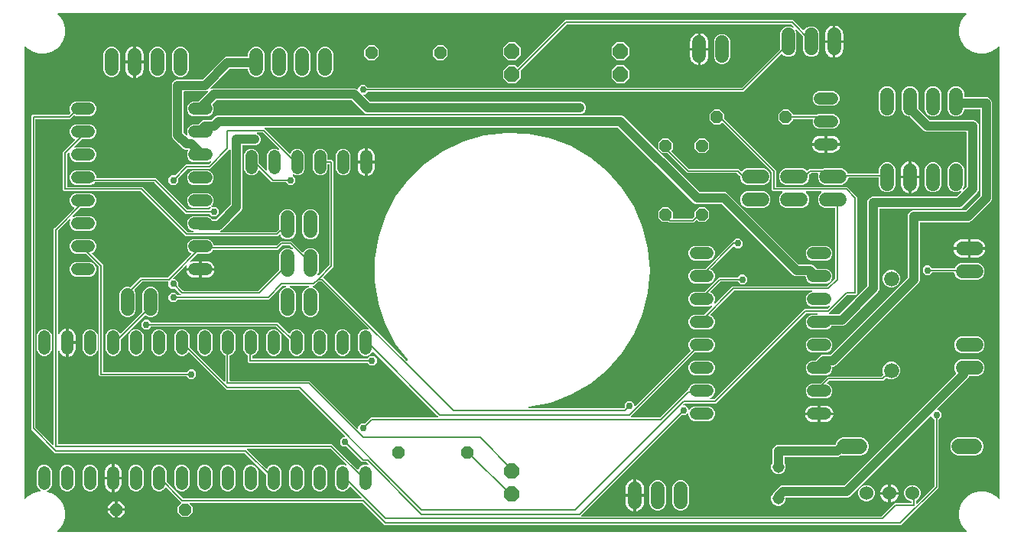
<source format=gbr>
G04 EAGLE Gerber RS-274X export*
G75*
%MOMM*%
%FSLAX34Y34*%
%LPD*%
%INBottom Copper*%
%IPPOS*%
%AMOC8*
5,1,8,0,0,1.08239X$1,22.5*%
G01*
%ADD10C,1.524000*%
%ADD11C,1.320800*%
%ADD12C,1.308000*%
%ADD13P,1.814519X8X292.500000*%
%ADD14P,1.814519X8X112.500000*%
%ADD15P,1.429621X8X202.500000*%
%ADD16C,1.524000*%
%ADD17C,1.676400*%
%ADD18C,1.676400*%
%ADD19P,1.429621X8X292.500000*%
%ADD20P,1.429621X8X112.500000*%
%ADD21C,0.152400*%
%ADD22C,0.756400*%
%ADD23C,1.000000*%
%ADD24C,1.056400*%

G36*
X1052490Y10172D02*
X1052490Y10172D01*
X1052561Y10174D01*
X1052610Y10192D01*
X1052662Y10200D01*
X1052725Y10234D01*
X1052792Y10259D01*
X1052833Y10291D01*
X1052879Y10316D01*
X1052928Y10368D01*
X1052984Y10412D01*
X1053012Y10456D01*
X1053048Y10494D01*
X1053078Y10559D01*
X1053117Y10619D01*
X1053130Y10670D01*
X1053152Y10717D01*
X1053160Y10788D01*
X1053177Y10858D01*
X1053173Y10910D01*
X1053179Y10961D01*
X1053164Y11032D01*
X1053158Y11103D01*
X1053138Y11151D01*
X1053127Y11202D01*
X1053090Y11263D01*
X1053062Y11329D01*
X1053017Y11385D01*
X1053001Y11413D01*
X1052983Y11428D01*
X1052957Y11460D01*
X1049866Y14551D01*
X1046554Y20288D01*
X1044839Y26688D01*
X1044839Y33312D01*
X1046554Y39712D01*
X1049866Y45449D01*
X1054551Y50134D01*
X1060288Y53446D01*
X1066688Y55161D01*
X1073312Y55161D01*
X1079712Y53446D01*
X1085449Y50134D01*
X1088540Y47043D01*
X1088598Y47001D01*
X1088650Y46952D01*
X1088697Y46930D01*
X1088739Y46899D01*
X1088808Y46878D01*
X1088873Y46848D01*
X1088925Y46842D01*
X1088975Y46827D01*
X1089046Y46829D01*
X1089117Y46821D01*
X1089168Y46832D01*
X1089220Y46833D01*
X1089288Y46858D01*
X1089358Y46873D01*
X1089403Y46900D01*
X1089451Y46918D01*
X1089507Y46963D01*
X1089569Y46999D01*
X1089603Y47039D01*
X1089643Y47072D01*
X1089682Y47132D01*
X1089729Y47186D01*
X1089748Y47235D01*
X1089776Y47278D01*
X1089794Y47348D01*
X1089821Y47414D01*
X1089829Y47486D01*
X1089837Y47517D01*
X1089835Y47540D01*
X1089839Y47581D01*
X1089839Y547419D01*
X1089828Y547490D01*
X1089826Y547561D01*
X1089808Y547610D01*
X1089800Y547662D01*
X1089766Y547725D01*
X1089741Y547792D01*
X1089709Y547833D01*
X1089684Y547879D01*
X1089632Y547928D01*
X1089588Y547984D01*
X1089544Y548012D01*
X1089506Y548048D01*
X1089441Y548078D01*
X1089381Y548117D01*
X1089330Y548130D01*
X1089283Y548152D01*
X1089212Y548160D01*
X1089142Y548177D01*
X1089090Y548173D01*
X1089039Y548179D01*
X1088968Y548164D01*
X1088897Y548158D01*
X1088849Y548138D01*
X1088798Y548127D01*
X1088737Y548090D01*
X1088671Y548062D01*
X1088615Y548017D01*
X1088587Y548001D01*
X1088572Y547983D01*
X1088540Y547957D01*
X1085449Y544866D01*
X1079712Y541554D01*
X1073312Y539839D01*
X1066688Y539839D01*
X1060288Y541554D01*
X1054551Y544866D01*
X1049866Y549551D01*
X1046554Y555288D01*
X1044839Y561688D01*
X1044839Y568312D01*
X1046554Y574712D01*
X1049866Y580449D01*
X1052957Y583540D01*
X1052999Y583598D01*
X1053048Y583650D01*
X1053070Y583697D01*
X1053101Y583739D01*
X1053122Y583808D01*
X1053152Y583873D01*
X1053158Y583925D01*
X1053173Y583975D01*
X1053171Y584046D01*
X1053179Y584117D01*
X1053168Y584168D01*
X1053167Y584220D01*
X1053142Y584288D01*
X1053127Y584358D01*
X1053100Y584403D01*
X1053082Y584451D01*
X1053037Y584507D01*
X1053001Y584569D01*
X1052961Y584603D01*
X1052928Y584643D01*
X1052868Y584682D01*
X1052814Y584729D01*
X1052765Y584748D01*
X1052722Y584776D01*
X1052652Y584794D01*
X1052586Y584821D01*
X1052514Y584829D01*
X1052483Y584837D01*
X1052460Y584835D01*
X1052419Y584839D01*
X47581Y584839D01*
X47510Y584828D01*
X47439Y584826D01*
X47390Y584808D01*
X47338Y584800D01*
X47275Y584766D01*
X47208Y584741D01*
X47167Y584709D01*
X47121Y584684D01*
X47072Y584632D01*
X47016Y584588D01*
X46988Y584544D01*
X46952Y584506D01*
X46922Y584441D01*
X46883Y584381D01*
X46870Y584330D01*
X46848Y584283D01*
X46840Y584212D01*
X46823Y584142D01*
X46827Y584090D01*
X46821Y584039D01*
X46836Y583968D01*
X46842Y583897D01*
X46862Y583849D01*
X46873Y583798D01*
X46910Y583737D01*
X46938Y583671D01*
X46983Y583615D01*
X46999Y583587D01*
X47017Y583572D01*
X47043Y583540D01*
X50134Y580449D01*
X53446Y574712D01*
X55161Y568312D01*
X55161Y561688D01*
X53446Y555288D01*
X50134Y549551D01*
X45449Y544866D01*
X39712Y541554D01*
X33312Y539839D01*
X26688Y539839D01*
X20288Y541554D01*
X14551Y544866D01*
X11460Y547957D01*
X11402Y547999D01*
X11350Y548048D01*
X11303Y548070D01*
X11261Y548101D01*
X11192Y548122D01*
X11127Y548152D01*
X11075Y548158D01*
X11025Y548173D01*
X10954Y548171D01*
X10883Y548179D01*
X10832Y548168D01*
X10780Y548167D01*
X10712Y548142D01*
X10642Y548127D01*
X10597Y548100D01*
X10549Y548082D01*
X10493Y548037D01*
X10431Y548001D01*
X10397Y547961D01*
X10357Y547928D01*
X10318Y547868D01*
X10271Y547814D01*
X10252Y547765D01*
X10224Y547722D01*
X10206Y547652D01*
X10179Y547586D01*
X10171Y547514D01*
X10163Y547483D01*
X10165Y547460D01*
X10161Y547419D01*
X10161Y47581D01*
X10172Y47510D01*
X10174Y47439D01*
X10192Y47390D01*
X10200Y47338D01*
X10234Y47275D01*
X10259Y47208D01*
X10291Y47167D01*
X10316Y47121D01*
X10368Y47072D01*
X10412Y47016D01*
X10456Y46988D01*
X10494Y46952D01*
X10559Y46922D01*
X10619Y46883D01*
X10670Y46870D01*
X10717Y46848D01*
X10788Y46840D01*
X10858Y46823D01*
X10910Y46827D01*
X10961Y46821D01*
X11032Y46836D01*
X11103Y46842D01*
X11151Y46862D01*
X11202Y46873D01*
X11263Y46910D01*
X11329Y46938D01*
X11385Y46983D01*
X11413Y46999D01*
X11428Y47017D01*
X11460Y47043D01*
X14551Y50134D01*
X20288Y53446D01*
X26688Y55161D01*
X27102Y55161D01*
X27172Y55172D01*
X27244Y55174D01*
X27293Y55192D01*
X27344Y55200D01*
X27408Y55234D01*
X27475Y55259D01*
X27516Y55291D01*
X27562Y55316D01*
X27611Y55367D01*
X27667Y55412D01*
X27695Y55456D01*
X27731Y55494D01*
X27761Y55559D01*
X27800Y55619D01*
X27813Y55670D01*
X27835Y55717D01*
X27843Y55788D01*
X27860Y55858D01*
X27856Y55910D01*
X27862Y55961D01*
X27847Y56032D01*
X27841Y56103D01*
X27821Y56151D01*
X27810Y56202D01*
X27773Y56263D01*
X27745Y56329D01*
X27700Y56385D01*
X27683Y56413D01*
X27666Y56428D01*
X27640Y56460D01*
X25309Y58791D01*
X24071Y61779D01*
X24071Y78221D01*
X25309Y81209D01*
X27595Y83495D01*
X30583Y84733D01*
X33817Y84733D01*
X36805Y83495D01*
X39091Y81209D01*
X40329Y78221D01*
X40329Y61779D01*
X39091Y58791D01*
X36805Y56505D01*
X35534Y55979D01*
X35432Y55915D01*
X35329Y55852D01*
X35327Y55850D01*
X35325Y55849D01*
X35247Y55755D01*
X35171Y55663D01*
X35170Y55661D01*
X35169Y55660D01*
X35125Y55546D01*
X35081Y55434D01*
X35081Y55432D01*
X35080Y55430D01*
X35075Y55308D01*
X35070Y55188D01*
X35070Y55186D01*
X35070Y55184D01*
X35104Y55069D01*
X35137Y54952D01*
X35138Y54950D01*
X35139Y54948D01*
X35207Y54849D01*
X35276Y54749D01*
X35278Y54748D01*
X35279Y54746D01*
X35377Y54673D01*
X35472Y54601D01*
X35475Y54600D01*
X35476Y54599D01*
X35484Y54597D01*
X35629Y54540D01*
X39712Y53446D01*
X45449Y50134D01*
X50134Y45449D01*
X53446Y39712D01*
X55161Y33312D01*
X55161Y26688D01*
X53446Y20288D01*
X50134Y14551D01*
X47043Y11460D01*
X47001Y11402D01*
X46952Y11350D01*
X46930Y11303D01*
X46899Y11261D01*
X46878Y11192D01*
X46848Y11127D01*
X46842Y11075D01*
X46827Y11025D01*
X46829Y10954D01*
X46821Y10883D01*
X46832Y10832D01*
X46833Y10780D01*
X46858Y10712D01*
X46873Y10642D01*
X46900Y10597D01*
X46918Y10549D01*
X46963Y10493D01*
X46999Y10431D01*
X47039Y10397D01*
X47072Y10357D01*
X47132Y10318D01*
X47186Y10271D01*
X47235Y10252D01*
X47278Y10224D01*
X47348Y10206D01*
X47414Y10179D01*
X47486Y10171D01*
X47517Y10163D01*
X47540Y10165D01*
X47581Y10161D01*
X1052419Y10161D01*
X1052490Y10172D01*
G37*
%LPC*%
G36*
X409053Y17713D02*
X409053Y17713D01*
X384276Y42490D01*
X384202Y42543D01*
X384132Y42603D01*
X384102Y42615D01*
X384076Y42634D01*
X383989Y42661D01*
X383904Y42695D01*
X383863Y42699D01*
X383841Y42706D01*
X383809Y42705D01*
X383737Y42713D01*
X193720Y42713D01*
X193650Y42702D01*
X193578Y42700D01*
X193529Y42682D01*
X193478Y42674D01*
X193414Y42640D01*
X193347Y42615D01*
X193306Y42583D01*
X193260Y42558D01*
X193211Y42506D01*
X193155Y42462D01*
X193127Y42418D01*
X193091Y42380D01*
X193061Y42315D01*
X193022Y42255D01*
X193009Y42204D01*
X192987Y42157D01*
X192979Y42086D01*
X192962Y42016D01*
X192966Y41964D01*
X192960Y41913D01*
X192975Y41842D01*
X192981Y41771D01*
X193001Y41723D01*
X193012Y41672D01*
X193049Y41611D01*
X193077Y41545D01*
X193122Y41489D01*
X193139Y41461D01*
X193156Y41446D01*
X193182Y41414D01*
X196229Y38367D01*
X196229Y31633D01*
X191467Y26871D01*
X184733Y26871D01*
X179971Y31633D01*
X179971Y38367D01*
X183647Y42043D01*
X183659Y42059D01*
X183674Y42071D01*
X183730Y42158D01*
X183790Y42242D01*
X183796Y42261D01*
X183807Y42278D01*
X183832Y42379D01*
X183863Y42477D01*
X183862Y42497D01*
X183867Y42517D01*
X183859Y42620D01*
X183856Y42723D01*
X183850Y42742D01*
X183848Y42762D01*
X183808Y42857D01*
X183772Y42954D01*
X183759Y42970D01*
X183752Y42988D01*
X183647Y43119D01*
X182490Y44276D01*
X167448Y59318D01*
X167411Y59344D01*
X167380Y59378D01*
X167312Y59416D01*
X167249Y59461D01*
X167205Y59475D01*
X167165Y59497D01*
X167088Y59511D01*
X167014Y59534D01*
X166968Y59532D01*
X166923Y59541D01*
X166846Y59529D01*
X166768Y59527D01*
X166725Y59511D01*
X166679Y59505D01*
X166610Y59469D01*
X166537Y59443D01*
X166501Y59414D01*
X166460Y59393D01*
X166406Y59338D01*
X166345Y59289D01*
X166320Y59250D01*
X166288Y59218D01*
X166222Y59098D01*
X166212Y59082D01*
X166210Y59077D01*
X166207Y59071D01*
X166091Y58791D01*
X163805Y56505D01*
X160817Y55267D01*
X157583Y55267D01*
X154595Y56505D01*
X152309Y58791D01*
X151071Y61779D01*
X151071Y78221D01*
X152309Y81209D01*
X154595Y83495D01*
X157583Y84733D01*
X160817Y84733D01*
X163805Y83495D01*
X166091Y81209D01*
X167329Y78221D01*
X167329Y66221D01*
X167343Y66130D01*
X167351Y66040D01*
X167363Y66010D01*
X167368Y65978D01*
X167411Y65897D01*
X167447Y65813D01*
X167473Y65781D01*
X167484Y65760D01*
X167507Y65738D01*
X167552Y65682D01*
X185724Y47510D01*
X185798Y47457D01*
X185868Y47397D01*
X185898Y47385D01*
X185924Y47366D01*
X186011Y47339D01*
X186096Y47305D01*
X186137Y47301D01*
X186159Y47294D01*
X186191Y47295D01*
X186263Y47287D01*
X382642Y47287D01*
X382712Y47298D01*
X382784Y47300D01*
X382833Y47318D01*
X382884Y47326D01*
X382948Y47360D01*
X383015Y47385D01*
X383056Y47417D01*
X383102Y47442D01*
X383151Y47494D01*
X383207Y47538D01*
X383235Y47582D01*
X383271Y47620D01*
X383301Y47685D01*
X383340Y47745D01*
X383353Y47796D01*
X383375Y47843D01*
X383383Y47914D01*
X383400Y47984D01*
X383396Y48036D01*
X383402Y48087D01*
X383387Y48158D01*
X383381Y48229D01*
X383361Y48277D01*
X383350Y48328D01*
X383313Y48389D01*
X383285Y48455D01*
X383240Y48511D01*
X383223Y48539D01*
X383206Y48554D01*
X383180Y48586D01*
X371176Y60590D01*
X371138Y60617D01*
X371107Y60651D01*
X371039Y60689D01*
X370976Y60734D01*
X370932Y60747D01*
X370892Y60770D01*
X370815Y60783D01*
X370741Y60806D01*
X370695Y60805D01*
X370650Y60813D01*
X370573Y60802D01*
X370495Y60800D01*
X370452Y60784D01*
X370406Y60778D01*
X370337Y60742D01*
X370264Y60715D01*
X370228Y60687D01*
X370187Y60666D01*
X370133Y60610D01*
X370072Y60562D01*
X370047Y60523D01*
X370015Y60490D01*
X369949Y60371D01*
X369939Y60355D01*
X369938Y60350D01*
X369934Y60343D01*
X369291Y58791D01*
X367005Y56505D01*
X364017Y55267D01*
X360783Y55267D01*
X357795Y56505D01*
X355509Y58791D01*
X354271Y61779D01*
X354271Y78221D01*
X355509Y81209D01*
X357795Y83495D01*
X360783Y84733D01*
X364017Y84733D01*
X365631Y84064D01*
X365725Y84042D01*
X365818Y84013D01*
X365845Y84014D01*
X365870Y84008D01*
X365967Y84017D01*
X366064Y84020D01*
X366089Y84029D01*
X366115Y84031D01*
X366204Y84071D01*
X366295Y84104D01*
X366316Y84121D01*
X366340Y84131D01*
X366411Y84197D01*
X366487Y84258D01*
X366501Y84280D01*
X366521Y84298D01*
X366568Y84383D01*
X366620Y84465D01*
X366627Y84490D01*
X366639Y84513D01*
X366657Y84609D01*
X366680Y84703D01*
X366678Y84729D01*
X366683Y84755D01*
X366669Y84852D01*
X366661Y84949D01*
X366651Y84973D01*
X366647Y84999D01*
X366603Y85086D01*
X366565Y85175D01*
X366545Y85200D01*
X366536Y85218D01*
X366512Y85241D01*
X366460Y85306D01*
X349276Y102490D01*
X349202Y102543D01*
X349132Y102603D01*
X349102Y102615D01*
X349076Y102634D01*
X348989Y102661D01*
X348904Y102695D01*
X348863Y102699D01*
X348841Y102706D01*
X348809Y102705D01*
X348737Y102713D01*
X257358Y102713D01*
X257288Y102702D01*
X257216Y102700D01*
X257167Y102682D01*
X257116Y102674D01*
X257052Y102640D01*
X256985Y102615D01*
X256944Y102583D01*
X256898Y102558D01*
X256849Y102506D01*
X256793Y102462D01*
X256765Y102418D01*
X256729Y102380D01*
X256699Y102315D01*
X256660Y102255D01*
X256647Y102204D01*
X256625Y102157D01*
X256617Y102086D01*
X256600Y102016D01*
X256604Y101964D01*
X256598Y101913D01*
X256613Y101842D01*
X256619Y101771D01*
X256639Y101723D01*
X256650Y101672D01*
X256687Y101611D01*
X256715Y101545D01*
X256760Y101489D01*
X256777Y101461D01*
X256794Y101446D01*
X256820Y101414D01*
X257510Y100724D01*
X277834Y80400D01*
X277872Y80373D01*
X277903Y80339D01*
X277952Y80312D01*
X277959Y80306D01*
X277972Y80301D01*
X278034Y80256D01*
X278078Y80242D01*
X278118Y80220D01*
X278195Y80206D01*
X278269Y80184D01*
X278315Y80185D01*
X278360Y80177D01*
X278437Y80188D01*
X278515Y80190D01*
X278558Y80206D01*
X278604Y80212D01*
X278673Y80248D01*
X278746Y80274D01*
X278782Y80303D01*
X278823Y80324D01*
X278877Y80380D01*
X278938Y80428D01*
X278963Y80467D01*
X278995Y80500D01*
X279061Y80619D01*
X279071Y80635D01*
X279072Y80640D01*
X279076Y80646D01*
X279309Y81209D01*
X281595Y83495D01*
X284583Y84733D01*
X287817Y84733D01*
X290805Y83495D01*
X293091Y81209D01*
X294329Y78221D01*
X294329Y61779D01*
X293091Y58791D01*
X290805Y56505D01*
X287817Y55267D01*
X284583Y55267D01*
X281595Y56505D01*
X279309Y58791D01*
X278071Y61779D01*
X278071Y73380D01*
X278057Y73470D01*
X278049Y73561D01*
X278037Y73590D01*
X278032Y73622D01*
X277989Y73703D01*
X277953Y73787D01*
X277927Y73819D01*
X277916Y73840D01*
X277893Y73862D01*
X277848Y73918D01*
X254276Y97490D01*
X254202Y97543D01*
X254132Y97603D01*
X254102Y97615D01*
X254076Y97634D01*
X253989Y97661D01*
X253904Y97695D01*
X253863Y97699D01*
X253841Y97706D01*
X253809Y97705D01*
X253737Y97713D01*
X44053Y97713D01*
X17713Y124053D01*
X17713Y470947D01*
X19053Y472287D01*
X58737Y472287D01*
X58828Y472301D01*
X58918Y472309D01*
X58948Y472321D01*
X58980Y472326D01*
X59061Y472369D01*
X59145Y472405D01*
X59177Y472431D01*
X59198Y472442D01*
X59220Y472465D01*
X59276Y472510D01*
X61015Y474249D01*
X61083Y474344D01*
X61153Y474438D01*
X61155Y474444D01*
X61159Y474449D01*
X61193Y474560D01*
X61229Y474672D01*
X61229Y474678D01*
X61231Y474684D01*
X61228Y474801D01*
X61227Y474918D01*
X61225Y474925D01*
X61225Y474930D01*
X61218Y474947D01*
X61180Y475079D01*
X60267Y477283D01*
X60267Y480517D01*
X61505Y483505D01*
X63791Y485791D01*
X66779Y487029D01*
X83221Y487029D01*
X86209Y485791D01*
X88495Y483505D01*
X89733Y480517D01*
X89733Y477283D01*
X88495Y474295D01*
X86209Y472009D01*
X83221Y470771D01*
X66779Y470771D01*
X65288Y471389D01*
X65174Y471416D01*
X65060Y471444D01*
X65054Y471444D01*
X65048Y471445D01*
X64932Y471434D01*
X64815Y471425D01*
X64810Y471423D01*
X64803Y471422D01*
X64696Y471374D01*
X64589Y471329D01*
X64583Y471324D01*
X64579Y471322D01*
X64565Y471310D01*
X64458Y471224D01*
X60947Y467713D01*
X23048Y467713D01*
X23028Y467710D01*
X23009Y467712D01*
X22907Y467690D01*
X22805Y467674D01*
X22788Y467664D01*
X22768Y467660D01*
X22679Y467607D01*
X22588Y467558D01*
X22574Y467544D01*
X22557Y467534D01*
X22490Y467455D01*
X22418Y467380D01*
X22410Y467362D01*
X22397Y467347D01*
X22358Y467251D01*
X22315Y467157D01*
X22313Y467137D01*
X22305Y467119D01*
X22287Y466952D01*
X22287Y126263D01*
X22301Y126172D01*
X22309Y126082D01*
X22321Y126052D01*
X22326Y126020D01*
X22369Y125939D01*
X22405Y125855D01*
X22431Y125823D01*
X22442Y125802D01*
X22465Y125780D01*
X22510Y125724D01*
X41414Y106820D01*
X41472Y106778D01*
X41524Y106729D01*
X41571Y106707D01*
X41613Y106677D01*
X41682Y106656D01*
X41747Y106625D01*
X41799Y106620D01*
X41849Y106604D01*
X41920Y106606D01*
X41991Y106598D01*
X42042Y106609D01*
X42094Y106611D01*
X42162Y106635D01*
X42232Y106650D01*
X42277Y106677D01*
X42325Y106695D01*
X42381Y106740D01*
X42443Y106777D01*
X42477Y106816D01*
X42517Y106849D01*
X42556Y106909D01*
X42603Y106964D01*
X42622Y107012D01*
X42650Y107056D01*
X42668Y107125D01*
X42695Y107192D01*
X42703Y107263D01*
X42711Y107294D01*
X42709Y107318D01*
X42713Y107358D01*
X42713Y345947D01*
X44276Y347510D01*
X65378Y368612D01*
X65405Y368649D01*
X65439Y368681D01*
X65476Y368749D01*
X65522Y368812D01*
X65535Y368856D01*
X65557Y368896D01*
X65571Y368973D01*
X65594Y369047D01*
X65593Y369093D01*
X65601Y369138D01*
X65590Y369215D01*
X65588Y369293D01*
X65572Y369336D01*
X65565Y369381D01*
X65530Y369451D01*
X65503Y369524D01*
X65475Y369560D01*
X65454Y369601D01*
X65398Y369655D01*
X65350Y369716D01*
X65311Y369741D01*
X65278Y369773D01*
X65158Y369839D01*
X65143Y369849D01*
X65138Y369850D01*
X65131Y369854D01*
X63791Y370409D01*
X61505Y372695D01*
X60267Y375683D01*
X60267Y378917D01*
X61505Y381905D01*
X63791Y384191D01*
X66779Y385429D01*
X83221Y385429D01*
X86209Y384191D01*
X88495Y381905D01*
X89733Y378917D01*
X89733Y375683D01*
X88495Y372695D01*
X86209Y370409D01*
X83221Y369171D01*
X72721Y369171D01*
X72630Y369157D01*
X72540Y369149D01*
X72510Y369137D01*
X72478Y369132D01*
X72397Y369089D01*
X72313Y369053D01*
X72281Y369027D01*
X72260Y369016D01*
X72238Y368993D01*
X72182Y368948D01*
X63482Y360248D01*
X63425Y360169D01*
X63363Y360094D01*
X63354Y360070D01*
X63339Y360049D01*
X63310Y359956D01*
X63275Y359865D01*
X63274Y359839D01*
X63266Y359814D01*
X63269Y359716D01*
X63265Y359619D01*
X63272Y359594D01*
X63273Y359568D01*
X63306Y359476D01*
X63333Y359383D01*
X63348Y359361D01*
X63357Y359337D01*
X63418Y359261D01*
X63474Y359181D01*
X63495Y359165D01*
X63511Y359145D01*
X63593Y359092D01*
X63671Y359034D01*
X63696Y359026D01*
X63718Y359012D01*
X63812Y358988D01*
X63905Y358958D01*
X63931Y358958D01*
X63956Y358952D01*
X64053Y358959D01*
X64151Y358960D01*
X64182Y358969D01*
X64202Y358971D01*
X64232Y358984D01*
X64312Y359007D01*
X66779Y360029D01*
X83221Y360029D01*
X86209Y358791D01*
X88495Y356505D01*
X89733Y353517D01*
X89733Y350283D01*
X88495Y347295D01*
X86209Y345009D01*
X83221Y343771D01*
X66779Y343771D01*
X63791Y345009D01*
X61505Y347295D01*
X60267Y350283D01*
X60267Y353517D01*
X61289Y355984D01*
X61311Y356079D01*
X61340Y356172D01*
X61339Y356198D01*
X61345Y356224D01*
X61336Y356320D01*
X61334Y356418D01*
X61325Y356442D01*
X61322Y356468D01*
X61283Y356558D01*
X61249Y356649D01*
X61233Y356669D01*
X61222Y356693D01*
X61156Y356765D01*
X61096Y356841D01*
X61074Y356855D01*
X61056Y356874D01*
X60971Y356921D01*
X60889Y356974D01*
X60863Y356980D01*
X60840Y356993D01*
X60744Y357010D01*
X60650Y357034D01*
X60624Y357032D01*
X60598Y357037D01*
X60502Y357022D01*
X60405Y357015D01*
X60381Y357005D01*
X60355Y357001D01*
X60268Y356957D01*
X60179Y356919D01*
X60153Y356898D01*
X60136Y356889D01*
X60112Y356866D01*
X60048Y356814D01*
X47510Y344276D01*
X47457Y344202D01*
X47397Y344132D01*
X47385Y344102D01*
X47366Y344076D01*
X47339Y343989D01*
X47305Y343904D01*
X47301Y343863D01*
X47294Y343841D01*
X47295Y343809D01*
X47287Y343737D01*
X47287Y229359D01*
X47295Y229311D01*
X47293Y229262D01*
X47314Y229190D01*
X47326Y229116D01*
X47349Y229073D01*
X47363Y229026D01*
X47407Y228965D01*
X47442Y228899D01*
X47477Y228865D01*
X47505Y228825D01*
X47566Y228781D01*
X47620Y228730D01*
X47664Y228709D01*
X47704Y228680D01*
X47775Y228657D01*
X47843Y228626D01*
X47892Y228621D01*
X47938Y228606D01*
X48013Y228607D01*
X48087Y228599D01*
X48135Y228609D01*
X48184Y228610D01*
X48255Y228635D01*
X48328Y228651D01*
X48370Y228676D01*
X48416Y228693D01*
X48475Y228739D01*
X48539Y228777D01*
X48571Y228815D01*
X48609Y228845D01*
X48650Y228907D01*
X48699Y228964D01*
X48717Y229010D01*
X48744Y229051D01*
X48782Y229170D01*
X48791Y229192D01*
X48792Y229202D01*
X48795Y229211D01*
X48807Y229271D01*
X49496Y230936D01*
X50497Y232434D01*
X51770Y233707D01*
X53268Y234708D01*
X54933Y235397D01*
X56077Y235625D01*
X56077Y220762D01*
X56080Y220742D01*
X56078Y220723D01*
X56100Y220621D01*
X56117Y220519D01*
X56126Y220502D01*
X56130Y220482D01*
X56183Y220393D01*
X56232Y220302D01*
X56246Y220288D01*
X56256Y220271D01*
X56335Y220204D01*
X56410Y220133D01*
X56428Y220124D01*
X56443Y220111D01*
X56539Y220073D01*
X56633Y220029D01*
X56653Y220027D01*
X56671Y220019D01*
X56838Y220001D01*
X57601Y220001D01*
X57601Y219999D01*
X56838Y219999D01*
X56818Y219996D01*
X56799Y219998D01*
X56697Y219976D01*
X56595Y219959D01*
X56578Y219950D01*
X56558Y219946D01*
X56469Y219893D01*
X56378Y219844D01*
X56364Y219830D01*
X56347Y219820D01*
X56280Y219741D01*
X56209Y219666D01*
X56200Y219648D01*
X56187Y219633D01*
X56148Y219537D01*
X56105Y219443D01*
X56103Y219423D01*
X56095Y219405D01*
X56077Y219238D01*
X56077Y204375D01*
X54933Y204603D01*
X53268Y205292D01*
X51770Y206293D01*
X50497Y207566D01*
X49496Y209064D01*
X48807Y210729D01*
X48795Y210789D01*
X48777Y210835D01*
X48769Y210884D01*
X48735Y210950D01*
X48708Y211020D01*
X48677Y211058D01*
X48654Y211101D01*
X48600Y211152D01*
X48553Y211210D01*
X48512Y211237D01*
X48476Y211270D01*
X48408Y211302D01*
X48345Y211342D01*
X48297Y211353D01*
X48253Y211374D01*
X48179Y211382D01*
X48106Y211400D01*
X48057Y211396D01*
X48009Y211401D01*
X47936Y211385D01*
X47861Y211379D01*
X47816Y211359D01*
X47768Y211349D01*
X47704Y211311D01*
X47636Y211281D01*
X47599Y211248D01*
X47557Y211223D01*
X47509Y211166D01*
X47453Y211116D01*
X47429Y211073D01*
X47397Y211036D01*
X47369Y210966D01*
X47333Y210901D01*
X47324Y210853D01*
X47305Y210808D01*
X47291Y210683D01*
X47287Y210660D01*
X47288Y210650D01*
X47287Y210641D01*
X47287Y108048D01*
X47290Y108028D01*
X47288Y108009D01*
X47310Y107907D01*
X47326Y107805D01*
X47336Y107788D01*
X47340Y107768D01*
X47393Y107679D01*
X47442Y107588D01*
X47456Y107574D01*
X47466Y107557D01*
X47545Y107490D01*
X47620Y107418D01*
X47638Y107410D01*
X47653Y107397D01*
X47749Y107358D01*
X47843Y107315D01*
X47863Y107313D01*
X47881Y107305D01*
X48048Y107287D01*
X350947Y107287D01*
X378966Y79268D01*
X379003Y79241D01*
X379034Y79208D01*
X379102Y79170D01*
X379166Y79125D01*
X379209Y79111D01*
X379250Y79089D01*
X379326Y79075D01*
X379401Y79052D01*
X379446Y79053D01*
X379492Y79045D01*
X379569Y79057D01*
X379646Y79059D01*
X379690Y79074D01*
X379735Y79081D01*
X379804Y79116D01*
X379877Y79143D01*
X379913Y79172D01*
X379954Y79193D01*
X380009Y79248D01*
X380070Y79297D01*
X380094Y79335D01*
X380126Y79368D01*
X380192Y79488D01*
X380203Y79504D01*
X380204Y79509D01*
X380207Y79515D01*
X380909Y81209D01*
X383195Y83495D01*
X386183Y84733D01*
X389417Y84733D01*
X390348Y84347D01*
X390442Y84325D01*
X390536Y84296D01*
X390562Y84297D01*
X390587Y84291D01*
X390684Y84300D01*
X390782Y84303D01*
X390806Y84312D01*
X390832Y84314D01*
X390921Y84354D01*
X391013Y84387D01*
X391033Y84403D01*
X391057Y84414D01*
X391129Y84480D01*
X391205Y84541D01*
X391219Y84563D01*
X391238Y84580D01*
X391285Y84666D01*
X391338Y84748D01*
X391344Y84773D01*
X391357Y84796D01*
X391374Y84892D01*
X391398Y84986D01*
X391396Y85012D01*
X391400Y85038D01*
X391386Y85135D01*
X391378Y85231D01*
X391368Y85255D01*
X391364Y85281D01*
X391320Y85368D01*
X391282Y85458D01*
X391262Y85483D01*
X391253Y85501D01*
X391229Y85524D01*
X391177Y85589D01*
X389276Y87490D01*
X389202Y87543D01*
X389132Y87603D01*
X389102Y87615D01*
X389076Y87634D01*
X388989Y87661D01*
X388904Y87695D01*
X388863Y87699D01*
X388841Y87706D01*
X388809Y87705D01*
X388737Y87713D01*
X384053Y87713D01*
X382490Y89276D01*
X367296Y104470D01*
X367222Y104523D01*
X367152Y104583D01*
X367122Y104595D01*
X367096Y104614D01*
X367009Y104641D01*
X366924Y104675D01*
X366883Y104679D01*
X366861Y104686D01*
X366829Y104685D01*
X366758Y104693D01*
X362802Y104693D01*
X359693Y107802D01*
X359693Y112198D01*
X362802Y115307D01*
X364622Y115307D01*
X364692Y115318D01*
X364764Y115320D01*
X364813Y115338D01*
X364864Y115346D01*
X364928Y115380D01*
X364995Y115405D01*
X365036Y115437D01*
X365082Y115462D01*
X365131Y115514D01*
X365187Y115558D01*
X365215Y115602D01*
X365251Y115640D01*
X365281Y115705D01*
X365320Y115765D01*
X365333Y115816D01*
X365355Y115863D01*
X365363Y115934D01*
X365380Y116004D01*
X365376Y116056D01*
X365382Y116107D01*
X365367Y116178D01*
X365361Y116249D01*
X365341Y116297D01*
X365330Y116348D01*
X365293Y116409D01*
X365265Y116475D01*
X365220Y116531D01*
X365203Y116559D01*
X365186Y116574D01*
X365160Y116606D01*
X314276Y167490D01*
X314202Y167543D01*
X314132Y167603D01*
X314102Y167615D01*
X314076Y167634D01*
X313989Y167661D01*
X313904Y167695D01*
X313863Y167699D01*
X313841Y167706D01*
X313809Y167705D01*
X313737Y167713D01*
X234053Y167713D01*
X192731Y209035D01*
X192694Y209062D01*
X192663Y209095D01*
X192595Y209133D01*
X192532Y209178D01*
X192488Y209192D01*
X192447Y209214D01*
X192371Y209228D01*
X192296Y209251D01*
X192251Y209250D01*
X192205Y209258D01*
X192128Y209246D01*
X192051Y209244D01*
X192007Y209229D01*
X191962Y209222D01*
X191893Y209187D01*
X191820Y209160D01*
X191784Y209131D01*
X191743Y209110D01*
X191688Y209055D01*
X191628Y209006D01*
X191603Y208968D01*
X191571Y208935D01*
X191505Y208815D01*
X191495Y208799D01*
X191493Y208794D01*
X191492Y208793D01*
X189205Y206505D01*
X186217Y205267D01*
X182983Y205267D01*
X179995Y206505D01*
X177709Y208791D01*
X176471Y211779D01*
X176471Y228221D01*
X177709Y231209D01*
X179995Y233495D01*
X182983Y234733D01*
X186217Y234733D01*
X189205Y233495D01*
X191491Y231209D01*
X192729Y228221D01*
X192729Y215821D01*
X192743Y215730D01*
X192751Y215640D01*
X192763Y215610D01*
X192768Y215578D01*
X192811Y215497D01*
X192847Y215413D01*
X192873Y215381D01*
X192884Y215360D01*
X192907Y215338D01*
X192952Y215282D01*
X231414Y176820D01*
X231472Y176778D01*
X231524Y176729D01*
X231571Y176707D01*
X231613Y176677D01*
X231682Y176656D01*
X231747Y176625D01*
X231799Y176620D01*
X231849Y176604D01*
X231920Y176606D01*
X231991Y176598D01*
X232042Y176609D01*
X232094Y176611D01*
X232162Y176635D01*
X232232Y176650D01*
X232277Y176677D01*
X232325Y176695D01*
X232381Y176740D01*
X232443Y176777D01*
X232477Y176816D01*
X232517Y176849D01*
X232556Y176909D01*
X232603Y176964D01*
X232622Y177012D01*
X232650Y177056D01*
X232668Y177125D01*
X232695Y177192D01*
X232703Y177263D01*
X232711Y177294D01*
X232709Y177318D01*
X232713Y177358D01*
X232713Y205202D01*
X232694Y205317D01*
X232677Y205433D01*
X232675Y205438D01*
X232674Y205445D01*
X232619Y205547D01*
X232566Y205652D01*
X232561Y205656D01*
X232558Y205662D01*
X232474Y205742D01*
X232390Y205824D01*
X232384Y205828D01*
X232380Y205831D01*
X232363Y205839D01*
X232243Y205905D01*
X230795Y206505D01*
X228509Y208791D01*
X227271Y211779D01*
X227271Y228221D01*
X228509Y231209D01*
X230795Y233495D01*
X233783Y234733D01*
X237017Y234733D01*
X240005Y233495D01*
X242291Y231209D01*
X243529Y228221D01*
X243529Y211779D01*
X242291Y208791D01*
X240005Y206505D01*
X237757Y205574D01*
X237657Y205512D01*
X237557Y205452D01*
X237553Y205447D01*
X237548Y205444D01*
X237473Y205354D01*
X237397Y205265D01*
X237395Y205259D01*
X237391Y205255D01*
X237349Y205146D01*
X237305Y205037D01*
X237304Y205030D01*
X237303Y205025D01*
X237302Y205007D01*
X237287Y204870D01*
X237287Y178048D01*
X237290Y178028D01*
X237288Y178009D01*
X237310Y177907D01*
X237326Y177805D01*
X237336Y177788D01*
X237340Y177768D01*
X237393Y177679D01*
X237442Y177588D01*
X237456Y177574D01*
X237466Y177557D01*
X237545Y177490D01*
X237620Y177418D01*
X237638Y177410D01*
X237653Y177397D01*
X237749Y177358D01*
X237843Y177315D01*
X237863Y177313D01*
X237881Y177305D01*
X238048Y177287D01*
X325947Y177287D01*
X378394Y124840D01*
X378452Y124798D01*
X378504Y124749D01*
X378551Y124727D01*
X378593Y124697D01*
X378662Y124676D01*
X378727Y124645D01*
X378779Y124640D01*
X378829Y124624D01*
X378900Y124626D01*
X378971Y124618D01*
X379022Y124629D01*
X379074Y124631D01*
X379142Y124655D01*
X379212Y124670D01*
X379257Y124697D01*
X379305Y124715D01*
X379361Y124760D01*
X379423Y124797D01*
X379457Y124836D01*
X379497Y124869D01*
X379536Y124929D01*
X379583Y124984D01*
X379602Y125032D01*
X379630Y125076D01*
X379648Y125145D01*
X379675Y125212D01*
X379683Y125283D01*
X379691Y125314D01*
X379689Y125338D01*
X379693Y125378D01*
X379693Y127198D01*
X382802Y130307D01*
X386758Y130307D01*
X386848Y130321D01*
X386939Y130329D01*
X386968Y130341D01*
X387000Y130346D01*
X387081Y130389D01*
X387165Y130425D01*
X387197Y130451D01*
X387218Y130462D01*
X387240Y130485D01*
X387296Y130530D01*
X392490Y135724D01*
X394053Y137287D01*
X467642Y137287D01*
X467712Y137298D01*
X467784Y137300D01*
X467833Y137318D01*
X467884Y137326D01*
X467948Y137360D01*
X468015Y137385D01*
X468056Y137417D01*
X468102Y137442D01*
X468151Y137494D01*
X468207Y137538D01*
X468235Y137582D01*
X468271Y137620D01*
X468301Y137685D01*
X468340Y137745D01*
X468353Y137796D01*
X468375Y137843D01*
X468383Y137914D01*
X468400Y137984D01*
X468396Y138036D01*
X468402Y138087D01*
X468387Y138158D01*
X468381Y138229D01*
X468361Y138277D01*
X468350Y138328D01*
X468313Y138389D01*
X468285Y138455D01*
X468240Y138511D01*
X468223Y138539D01*
X468221Y138541D01*
X468221Y138542D01*
X468205Y138555D01*
X468180Y138586D01*
X467490Y139276D01*
X396458Y210308D01*
X396421Y210334D01*
X396390Y210368D01*
X396322Y210406D01*
X396259Y210451D01*
X396215Y210465D01*
X396175Y210487D01*
X396098Y210501D01*
X396024Y210523D01*
X395978Y210522D01*
X395933Y210530D01*
X395856Y210519D01*
X395778Y210517D01*
X395735Y210501D01*
X395689Y210495D01*
X395620Y210459D01*
X395547Y210433D01*
X395511Y210404D01*
X395470Y210383D01*
X395415Y210328D01*
X395355Y210279D01*
X395330Y210240D01*
X395298Y210208D01*
X395232Y210088D01*
X395222Y210072D01*
X395221Y210067D01*
X395217Y210061D01*
X394691Y208791D01*
X392506Y206606D01*
X392464Y206548D01*
X392415Y206496D01*
X392393Y206449D01*
X392362Y206407D01*
X392341Y206338D01*
X392311Y206273D01*
X392305Y206221D01*
X392290Y206171D01*
X392292Y206100D01*
X392292Y206098D01*
X392233Y206141D01*
X392208Y206149D01*
X392186Y206164D01*
X392092Y206187D01*
X391999Y206217D01*
X391973Y206217D01*
X391948Y206224D01*
X391851Y206216D01*
X391753Y206215D01*
X391722Y206206D01*
X391703Y206204D01*
X391672Y206192D01*
X391592Y206168D01*
X389417Y205267D01*
X386183Y205267D01*
X383195Y206505D01*
X380909Y208791D01*
X379671Y211779D01*
X379671Y228221D01*
X380909Y231209D01*
X383195Y233495D01*
X386183Y234733D01*
X389417Y234733D01*
X390348Y234347D01*
X390443Y234325D01*
X390536Y234296D01*
X390562Y234297D01*
X390587Y234291D01*
X390684Y234300D01*
X390782Y234303D01*
X390806Y234312D01*
X390832Y234314D01*
X390921Y234354D01*
X391013Y234387D01*
X391033Y234403D01*
X391057Y234414D01*
X391129Y234480D01*
X391205Y234541D01*
X391219Y234563D01*
X391238Y234580D01*
X391285Y234666D01*
X391338Y234748D01*
X391344Y234773D01*
X391357Y234796D01*
X391374Y234892D01*
X391398Y234986D01*
X391396Y235012D01*
X391400Y235038D01*
X391386Y235135D01*
X391378Y235231D01*
X391368Y235255D01*
X391364Y235281D01*
X391320Y235368D01*
X391282Y235458D01*
X391262Y235483D01*
X391253Y235501D01*
X391229Y235524D01*
X391177Y235589D01*
X339276Y287490D01*
X339202Y287543D01*
X339132Y287603D01*
X339102Y287615D01*
X339076Y287634D01*
X338989Y287661D01*
X338904Y287695D01*
X338863Y287699D01*
X338841Y287706D01*
X338809Y287705D01*
X338737Y287713D01*
X336262Y287713D01*
X336172Y287699D01*
X336081Y287691D01*
X336052Y287679D01*
X336020Y287674D01*
X335939Y287631D01*
X335855Y287595D01*
X335823Y287569D01*
X335802Y287558D01*
X335780Y287535D01*
X335724Y287490D01*
X330947Y282713D01*
X329973Y282713D01*
X329877Y282698D01*
X329780Y282688D01*
X329756Y282678D01*
X329730Y282674D01*
X329644Y282628D01*
X329555Y282588D01*
X329536Y282571D01*
X329513Y282558D01*
X329446Y282488D01*
X329374Y282422D01*
X329362Y282399D01*
X329344Y282380D01*
X329303Y282292D01*
X329256Y282206D01*
X329251Y282181D01*
X329240Y282157D01*
X329229Y282060D01*
X329212Y281964D01*
X329216Y281938D01*
X329213Y281913D01*
X329234Y281817D01*
X329248Y281721D01*
X329260Y281698D01*
X329265Y281672D01*
X329315Y281589D01*
X329359Y281502D01*
X329378Y281483D01*
X329391Y281461D01*
X329465Y281398D01*
X329535Y281330D01*
X329564Y281314D01*
X329578Y281301D01*
X329609Y281289D01*
X329682Y281249D01*
X332280Y280173D01*
X334853Y277600D01*
X336245Y274239D01*
X336245Y255361D01*
X334853Y252000D01*
X332280Y249427D01*
X328919Y248035D01*
X325281Y248035D01*
X321920Y249427D01*
X319347Y252000D01*
X317955Y255361D01*
X317955Y274239D01*
X319347Y277600D01*
X321920Y280173D01*
X324518Y281249D01*
X324601Y281300D01*
X324687Y281346D01*
X324705Y281364D01*
X324727Y281378D01*
X324789Y281454D01*
X324856Y281524D01*
X324867Y281548D01*
X324884Y281568D01*
X324919Y281659D01*
X324960Y281747D01*
X324963Y281773D01*
X324972Y281797D01*
X324976Y281895D01*
X324987Y281991D01*
X324981Y282017D01*
X324983Y282043D01*
X324955Y282137D01*
X324935Y282232D01*
X324921Y282254D01*
X324914Y282279D01*
X324859Y282359D01*
X324809Y282443D01*
X324789Y282460D01*
X324774Y282481D01*
X324696Y282540D01*
X324622Y282603D01*
X324597Y282613D01*
X324576Y282628D01*
X324484Y282658D01*
X324394Y282695D01*
X324361Y282698D01*
X324343Y282704D01*
X324310Y282704D01*
X324227Y282713D01*
X304573Y282713D01*
X304477Y282698D01*
X304380Y282688D01*
X304356Y282678D01*
X304330Y282674D01*
X304244Y282628D01*
X304155Y282588D01*
X304136Y282571D01*
X304113Y282558D01*
X304046Y282488D01*
X303974Y282422D01*
X303962Y282399D01*
X303944Y282380D01*
X303903Y282292D01*
X303856Y282206D01*
X303851Y282181D01*
X303840Y282157D01*
X303829Y282060D01*
X303812Y281964D01*
X303816Y281938D01*
X303813Y281913D01*
X303834Y281817D01*
X303848Y281721D01*
X303860Y281698D01*
X303865Y281672D01*
X303915Y281589D01*
X303959Y281502D01*
X303978Y281483D01*
X303991Y281461D01*
X304065Y281398D01*
X304135Y281330D01*
X304164Y281314D01*
X304178Y281301D01*
X304209Y281289D01*
X304282Y281249D01*
X306880Y280173D01*
X309453Y277600D01*
X310845Y274239D01*
X310845Y255361D01*
X309453Y252000D01*
X306880Y249427D01*
X303519Y248035D01*
X299881Y248035D01*
X296520Y249427D01*
X293947Y252000D01*
X292555Y255361D01*
X292555Y274239D01*
X293947Y277600D01*
X296520Y280173D01*
X299118Y281249D01*
X299201Y281300D01*
X299287Y281346D01*
X299305Y281364D01*
X299327Y281378D01*
X299389Y281454D01*
X299456Y281524D01*
X299467Y281548D01*
X299484Y281568D01*
X299519Y281659D01*
X299560Y281747D01*
X299563Y281773D01*
X299572Y281797D01*
X299576Y281895D01*
X299587Y281991D01*
X299581Y282017D01*
X299583Y282043D01*
X299555Y282137D01*
X299535Y282232D01*
X299521Y282254D01*
X299514Y282279D01*
X299459Y282359D01*
X299409Y282443D01*
X299389Y282460D01*
X299374Y282481D01*
X299296Y282540D01*
X299222Y282603D01*
X299197Y282613D01*
X299176Y282628D01*
X299084Y282658D01*
X298994Y282695D01*
X298961Y282698D01*
X298943Y282704D01*
X298910Y282704D01*
X298827Y282713D01*
X296263Y282713D01*
X296172Y282699D01*
X296082Y282691D01*
X296052Y282679D01*
X296020Y282674D01*
X295939Y282631D01*
X295855Y282595D01*
X295823Y282569D01*
X295802Y282558D01*
X295780Y282535D01*
X295777Y282533D01*
X295775Y282531D01*
X295724Y282490D01*
X280947Y267713D01*
X180533Y267713D01*
X180443Y267699D01*
X180352Y267691D01*
X180323Y267679D01*
X180291Y267674D01*
X180210Y267631D01*
X180126Y267595D01*
X180094Y267569D01*
X180073Y267558D01*
X180051Y267535D01*
X179995Y267490D01*
X177198Y264693D01*
X172802Y264693D01*
X169693Y267802D01*
X169693Y272198D01*
X172802Y275307D01*
X177198Y275307D01*
X179995Y272510D01*
X180069Y272457D01*
X180139Y272397D01*
X180169Y272385D01*
X180195Y272366D01*
X180282Y272339D01*
X180367Y272305D01*
X180408Y272301D01*
X180430Y272294D01*
X180462Y272295D01*
X180533Y272287D01*
X182642Y272287D01*
X182712Y272298D01*
X182784Y272300D01*
X182833Y272318D01*
X182884Y272326D01*
X182948Y272360D01*
X183015Y272385D01*
X183056Y272417D01*
X183102Y272442D01*
X183151Y272494D01*
X183207Y272538D01*
X183235Y272582D01*
X183271Y272620D01*
X183301Y272685D01*
X183340Y272745D01*
X183353Y272796D01*
X183375Y272843D01*
X183383Y272914D01*
X183400Y272984D01*
X183396Y273036D01*
X183402Y273087D01*
X183387Y273158D01*
X183381Y273229D01*
X183361Y273277D01*
X183350Y273328D01*
X183313Y273389D01*
X183285Y273455D01*
X183240Y273511D01*
X183223Y273539D01*
X183206Y273554D01*
X183180Y273586D01*
X182490Y274276D01*
X177296Y279470D01*
X177222Y279523D01*
X177152Y279583D01*
X177122Y279595D01*
X177096Y279614D01*
X177009Y279641D01*
X176924Y279675D01*
X176883Y279679D01*
X176861Y279686D01*
X176829Y279685D01*
X176758Y279693D01*
X172802Y279693D01*
X169693Y282802D01*
X169693Y286952D01*
X169690Y286972D01*
X169692Y286991D01*
X169670Y287093D01*
X169654Y287195D01*
X169644Y287212D01*
X169640Y287232D01*
X169587Y287321D01*
X169538Y287412D01*
X169524Y287426D01*
X169514Y287443D01*
X169435Y287510D01*
X169360Y287582D01*
X169342Y287590D01*
X169327Y287603D01*
X169231Y287642D01*
X169137Y287685D01*
X169117Y287687D01*
X169099Y287695D01*
X168932Y287713D01*
X141263Y287713D01*
X141172Y287699D01*
X141082Y287691D01*
X141052Y287679D01*
X141020Y287674D01*
X140939Y287631D01*
X140855Y287595D01*
X140823Y287569D01*
X140802Y287558D01*
X140780Y287535D01*
X140724Y287490D01*
X132172Y278939D01*
X132105Y278844D01*
X132035Y278750D01*
X132033Y278744D01*
X132029Y278739D01*
X131995Y278628D01*
X131958Y278516D01*
X131958Y278510D01*
X131957Y278504D01*
X131960Y278387D01*
X131961Y278270D01*
X131963Y278263D01*
X131963Y278258D01*
X131969Y278240D01*
X132007Y278109D01*
X133445Y274639D01*
X133445Y255761D01*
X132053Y252400D01*
X129480Y249827D01*
X126119Y248435D01*
X122481Y248435D01*
X119120Y249827D01*
X116547Y252400D01*
X115155Y255761D01*
X115155Y274639D01*
X116547Y278000D01*
X119120Y280573D01*
X122481Y281965D01*
X126119Y281965D01*
X127496Y281394D01*
X127609Y281368D01*
X127723Y281339D01*
X127729Y281340D01*
X127735Y281338D01*
X127852Y281349D01*
X127968Y281358D01*
X127974Y281361D01*
X127980Y281361D01*
X128088Y281409D01*
X128195Y281455D01*
X128200Y281459D01*
X128205Y281461D01*
X128219Y281474D01*
X128326Y281559D01*
X139053Y292287D01*
X168737Y292287D01*
X168828Y292301D01*
X168918Y292309D01*
X168948Y292321D01*
X168980Y292326D01*
X169061Y292369D01*
X169145Y292405D01*
X169177Y292431D01*
X169198Y292442D01*
X169220Y292465D01*
X169276Y292510D01*
X194813Y318047D01*
X194839Y318084D01*
X194873Y318115D01*
X194911Y318183D01*
X194956Y318246D01*
X194970Y318290D01*
X194992Y318330D01*
X195006Y318407D01*
X195029Y318481D01*
X195027Y318527D01*
X195035Y318572D01*
X195024Y318649D01*
X195022Y318727D01*
X195006Y318770D01*
X195000Y318816D01*
X194964Y318885D01*
X194938Y318958D01*
X194909Y318994D01*
X194888Y319035D01*
X194833Y319090D01*
X194784Y319150D01*
X194745Y319175D01*
X194713Y319207D01*
X194593Y319273D01*
X194577Y319283D01*
X194572Y319284D01*
X194566Y319288D01*
X193791Y319609D01*
X191505Y321895D01*
X190267Y324883D01*
X190267Y328117D01*
X191505Y331105D01*
X193791Y333391D01*
X196779Y334629D01*
X213221Y334629D01*
X216209Y333391D01*
X218495Y331105D01*
X219733Y328117D01*
X219733Y328048D01*
X219736Y328028D01*
X219734Y328009D01*
X219756Y327907D01*
X219772Y327805D01*
X219782Y327788D01*
X219786Y327768D01*
X219839Y327679D01*
X219888Y327588D01*
X219902Y327574D01*
X219912Y327557D01*
X219991Y327490D01*
X220066Y327418D01*
X220084Y327410D01*
X220099Y327397D01*
X220195Y327358D01*
X220289Y327315D01*
X220309Y327313D01*
X220327Y327305D01*
X220494Y327287D01*
X288737Y327287D01*
X288828Y327301D01*
X288918Y327309D01*
X288948Y327321D01*
X288980Y327326D01*
X289061Y327369D01*
X289145Y327405D01*
X289177Y327431D01*
X289198Y327442D01*
X289220Y327465D01*
X289276Y327510D01*
X294053Y332287D01*
X305947Y332287D01*
X318011Y320223D01*
X318048Y320196D01*
X318079Y320163D01*
X318147Y320125D01*
X318210Y320080D01*
X318254Y320066D01*
X318295Y320044D01*
X318371Y320030D01*
X318445Y320007D01*
X318491Y320009D01*
X318537Y320000D01*
X318614Y320012D01*
X318691Y320014D01*
X318734Y320029D01*
X318780Y320036D01*
X318849Y320071D01*
X318922Y320098D01*
X318958Y320127D01*
X318999Y320148D01*
X319054Y320203D01*
X319114Y320252D01*
X319139Y320291D01*
X319171Y320323D01*
X319237Y320443D01*
X319247Y320459D01*
X319249Y320464D01*
X319252Y320470D01*
X319347Y320700D01*
X321920Y323273D01*
X325281Y324665D01*
X328919Y324665D01*
X332280Y323273D01*
X334853Y320700D01*
X336245Y317339D01*
X336245Y298461D01*
X334893Y295198D01*
X334871Y295104D01*
X334842Y295011D01*
X334843Y294984D01*
X334837Y294959D01*
X334846Y294862D01*
X334849Y294765D01*
X334858Y294740D01*
X334860Y294714D01*
X334900Y294625D01*
X334933Y294534D01*
X334950Y294513D01*
X334960Y294489D01*
X335026Y294418D01*
X335087Y294342D01*
X335109Y294327D01*
X335127Y294308D01*
X335212Y294261D01*
X335294Y294209D01*
X335319Y294202D01*
X335342Y294190D01*
X335438Y294172D01*
X335532Y294149D01*
X335558Y294151D01*
X335584Y294146D01*
X335681Y294160D01*
X335778Y294168D01*
X335802Y294178D01*
X335828Y294182D01*
X335915Y294226D01*
X336004Y294264D01*
X336029Y294284D01*
X336047Y294293D01*
X336070Y294317D01*
X336135Y294369D01*
X347490Y305724D01*
X347543Y305798D01*
X347603Y305868D01*
X347615Y305898D01*
X347634Y305924D01*
X347661Y306011D01*
X347695Y306096D01*
X347699Y306137D01*
X347706Y306159D01*
X347705Y306191D01*
X347713Y306263D01*
X347713Y416952D01*
X347710Y416972D01*
X347712Y416991D01*
X347690Y417093D01*
X347674Y417195D01*
X347664Y417212D01*
X347660Y417232D01*
X347607Y417321D01*
X347558Y417412D01*
X347544Y417426D01*
X347534Y417443D01*
X347455Y417510D01*
X347380Y417582D01*
X347362Y417590D01*
X347347Y417603D01*
X347251Y417642D01*
X347157Y417685D01*
X347137Y417687D01*
X347119Y417695D01*
X346952Y417713D01*
X346590Y417713D01*
X346570Y417710D01*
X346551Y417712D01*
X346449Y417690D01*
X346347Y417674D01*
X346330Y417664D01*
X346310Y417660D01*
X346221Y417607D01*
X346130Y417558D01*
X346116Y417544D01*
X346099Y417534D01*
X346032Y417455D01*
X345960Y417380D01*
X345952Y417362D01*
X345939Y417347D01*
X345900Y417251D01*
X345857Y417157D01*
X345855Y417137D01*
X345847Y417119D01*
X345829Y416952D01*
X345829Y411779D01*
X344591Y408791D01*
X342305Y406505D01*
X339317Y405267D01*
X336083Y405267D01*
X333095Y406505D01*
X330809Y408791D01*
X329571Y411779D01*
X329571Y428221D01*
X330809Y431209D01*
X333095Y433495D01*
X336083Y434733D01*
X339317Y434733D01*
X342305Y433495D01*
X344591Y431209D01*
X345829Y428221D01*
X345829Y423048D01*
X345832Y423028D01*
X345830Y423009D01*
X345852Y422907D01*
X345868Y422805D01*
X345878Y422788D01*
X345882Y422768D01*
X345935Y422679D01*
X345984Y422588D01*
X345998Y422574D01*
X346008Y422557D01*
X346087Y422490D01*
X346162Y422418D01*
X346180Y422410D01*
X346195Y422397D01*
X346291Y422358D01*
X346385Y422315D01*
X346405Y422313D01*
X346423Y422305D01*
X346590Y422287D01*
X350947Y422287D01*
X352287Y420947D01*
X352287Y304053D01*
X350724Y302490D01*
X341272Y293038D01*
X341261Y293022D01*
X341245Y293010D01*
X341189Y292922D01*
X341129Y292839D01*
X341123Y292820D01*
X341112Y292803D01*
X341087Y292702D01*
X341056Y292603D01*
X341057Y292584D01*
X341052Y292564D01*
X341060Y292461D01*
X341063Y292358D01*
X341070Y292339D01*
X341071Y292319D01*
X341111Y292224D01*
X341147Y292127D01*
X341160Y292111D01*
X341167Y292093D01*
X341272Y291962D01*
X433090Y200144D01*
X433147Y200103D01*
X433197Y200055D01*
X433246Y200032D01*
X433290Y200000D01*
X433357Y199980D01*
X433420Y199950D01*
X433474Y199944D01*
X433525Y199928D01*
X433595Y199930D01*
X433664Y199922D01*
X433717Y199933D01*
X433771Y199934D01*
X433837Y199958D01*
X433905Y199973D01*
X433951Y200000D01*
X434002Y200019D01*
X434057Y200062D01*
X434117Y200098D01*
X434152Y200139D01*
X434194Y200172D01*
X434232Y200231D01*
X434277Y200284D01*
X434298Y200334D01*
X434327Y200379D01*
X434344Y200447D01*
X434370Y200512D01*
X434374Y200566D01*
X434387Y200618D01*
X434382Y200688D01*
X434386Y200757D01*
X434372Y200809D01*
X434368Y200863D01*
X434341Y200927D01*
X434322Y200995D01*
X434284Y201060D01*
X434272Y201089D01*
X434253Y201113D01*
X434237Y201139D01*
X421168Y218531D01*
X409768Y240253D01*
X401999Y263521D01*
X398064Y287735D01*
X398064Y312265D01*
X401999Y336479D01*
X409768Y359747D01*
X421168Y381469D01*
X435905Y401080D01*
X453596Y418073D01*
X473785Y432008D01*
X495948Y442524D01*
X519510Y449349D01*
X543862Y452306D01*
X568373Y451319D01*
X592409Y446412D01*
X615346Y437713D01*
X636590Y425447D01*
X655592Y409933D01*
X671859Y391571D01*
X684970Y370838D01*
X694585Y348270D01*
X700456Y324452D01*
X702430Y300000D01*
X700456Y275548D01*
X694585Y251730D01*
X684970Y229162D01*
X671859Y208429D01*
X655592Y190067D01*
X636590Y174553D01*
X615346Y162287D01*
X592409Y153588D01*
X568924Y148794D01*
X568880Y148777D01*
X568833Y148769D01*
X568766Y148734D01*
X568694Y148706D01*
X568658Y148676D01*
X568616Y148654D01*
X568563Y148599D01*
X568504Y148550D01*
X568479Y148510D01*
X568447Y148476D01*
X568414Y148407D01*
X568374Y148341D01*
X568363Y148296D01*
X568343Y148253D01*
X568335Y148177D01*
X568317Y148102D01*
X568321Y148055D01*
X568316Y148009D01*
X568332Y147934D01*
X568339Y147857D01*
X568358Y147814D01*
X568368Y147768D01*
X568407Y147702D01*
X568438Y147632D01*
X568470Y147597D01*
X568494Y147557D01*
X568553Y147507D01*
X568604Y147451D01*
X568645Y147428D01*
X568681Y147397D01*
X568753Y147368D01*
X568819Y147331D01*
X568866Y147323D01*
X568909Y147305D01*
X569041Y147291D01*
X569061Y147287D01*
X569069Y147288D01*
X569076Y147287D01*
X673737Y147287D01*
X673828Y147301D01*
X673918Y147309D01*
X673948Y147321D01*
X673980Y147326D01*
X674061Y147369D01*
X674145Y147405D01*
X674177Y147431D01*
X674198Y147442D01*
X674220Y147465D01*
X674276Y147510D01*
X674470Y147704D01*
X674523Y147778D01*
X674583Y147848D01*
X674595Y147878D01*
X674614Y147904D01*
X674641Y147991D01*
X674675Y148076D01*
X674679Y148117D01*
X674686Y148139D01*
X674685Y148171D01*
X674693Y148243D01*
X674693Y152198D01*
X677802Y155307D01*
X682198Y155307D01*
X685307Y152198D01*
X685307Y150378D01*
X685318Y150308D01*
X685320Y150236D01*
X685338Y150187D01*
X685346Y150136D01*
X685380Y150072D01*
X685405Y150005D01*
X685437Y149964D01*
X685462Y149918D01*
X685513Y149869D01*
X685558Y149813D01*
X685602Y149785D01*
X685640Y149749D01*
X685705Y149719D01*
X685765Y149680D01*
X685816Y149667D01*
X685863Y149645D01*
X685934Y149637D01*
X686004Y149620D01*
X686056Y149624D01*
X686107Y149618D01*
X686178Y149633D01*
X686249Y149639D01*
X686297Y149659D01*
X686348Y149670D01*
X686409Y149707D01*
X686475Y149735D01*
X686531Y149780D01*
X686559Y149797D01*
X686574Y149814D01*
X686606Y149840D01*
X747445Y210679D01*
X747457Y210695D01*
X747472Y210707D01*
X747528Y210795D01*
X747588Y210879D01*
X747594Y210898D01*
X747605Y210914D01*
X747630Y211015D01*
X747661Y211114D01*
X747660Y211134D01*
X747665Y211153D01*
X747657Y211256D01*
X747654Y211360D01*
X747648Y211378D01*
X747646Y211398D01*
X747606Y211493D01*
X747570Y211591D01*
X747557Y211606D01*
X747550Y211624D01*
X747445Y211755D01*
X746505Y212695D01*
X745267Y215683D01*
X745267Y218917D01*
X746505Y221905D01*
X748791Y224191D01*
X751779Y225429D01*
X768221Y225429D01*
X771209Y224191D01*
X773495Y221905D01*
X774733Y218917D01*
X774733Y215683D01*
X773495Y212695D01*
X771209Y210409D01*
X768221Y209171D01*
X752720Y209171D01*
X752630Y209157D01*
X752539Y209149D01*
X752510Y209137D01*
X752478Y209132D01*
X752397Y209089D01*
X752313Y209053D01*
X752281Y209027D01*
X752260Y209016D01*
X752238Y208993D01*
X752182Y208948D01*
X681820Y138586D01*
X681778Y138528D01*
X681729Y138476D01*
X681707Y138429D01*
X681677Y138387D01*
X681656Y138318D01*
X681625Y138253D01*
X681620Y138201D01*
X681604Y138151D01*
X681606Y138080D01*
X681598Y138009D01*
X681609Y137958D01*
X681611Y137906D01*
X681635Y137838D01*
X681650Y137768D01*
X681677Y137724D01*
X681695Y137675D01*
X681740Y137619D01*
X681777Y137557D01*
X681816Y137523D01*
X681849Y137483D01*
X681909Y137444D01*
X681964Y137397D01*
X682012Y137378D01*
X682056Y137350D01*
X682125Y137332D01*
X682192Y137305D01*
X682263Y137297D01*
X682294Y137289D01*
X682318Y137291D01*
X682358Y137287D01*
X713737Y137287D01*
X713828Y137301D01*
X713918Y137309D01*
X713948Y137321D01*
X713980Y137326D01*
X714061Y137369D01*
X714145Y137405D01*
X714177Y137431D01*
X714198Y137442D01*
X714200Y137444D01*
X714220Y137465D01*
X714276Y137510D01*
X744053Y167287D01*
X744506Y167287D01*
X744526Y167290D01*
X744545Y167288D01*
X744647Y167310D01*
X744749Y167326D01*
X744766Y167336D01*
X744786Y167340D01*
X744875Y167393D01*
X744966Y167442D01*
X744980Y167456D01*
X744997Y167466D01*
X745064Y167545D01*
X745136Y167620D01*
X745144Y167638D01*
X745157Y167653D01*
X745196Y167749D01*
X745239Y167843D01*
X745241Y167863D01*
X745249Y167881D01*
X745267Y168048D01*
X745267Y168117D01*
X746505Y171105D01*
X748791Y173391D01*
X751779Y174629D01*
X768221Y174629D01*
X771209Y173391D01*
X773495Y171105D01*
X774733Y168117D01*
X774733Y164883D01*
X773495Y161895D01*
X771209Y159609D01*
X769138Y158751D01*
X769055Y158700D01*
X768970Y158654D01*
X768952Y158636D01*
X768929Y158622D01*
X768867Y158546D01*
X768800Y158476D01*
X768789Y158452D01*
X768772Y158432D01*
X768738Y158341D01*
X768697Y158253D01*
X768694Y158227D01*
X768684Y158203D01*
X768680Y158105D01*
X768669Y158009D01*
X768675Y157983D01*
X768674Y157957D01*
X768701Y157863D01*
X768722Y157768D01*
X768735Y157746D01*
X768742Y157721D01*
X768798Y157641D01*
X768848Y157557D01*
X768868Y157540D01*
X768883Y157519D01*
X768961Y157460D01*
X769035Y157397D01*
X769059Y157387D01*
X769080Y157372D01*
X769173Y157342D01*
X769263Y157305D01*
X769295Y157302D01*
X769314Y157296D01*
X769347Y157296D01*
X769430Y157287D01*
X773737Y157287D01*
X773828Y157301D01*
X773918Y157309D01*
X773948Y157321D01*
X773980Y157326D01*
X774061Y157369D01*
X774145Y157405D01*
X774177Y157431D01*
X774198Y157442D01*
X774220Y157465D01*
X774276Y157510D01*
X874053Y257287D01*
X898737Y257287D01*
X898828Y257301D01*
X898918Y257309D01*
X898948Y257321D01*
X898980Y257326D01*
X899061Y257369D01*
X899145Y257405D01*
X899177Y257431D01*
X899198Y257442D01*
X899220Y257465D01*
X899276Y257510D01*
X901518Y259752D01*
X901575Y259831D01*
X901637Y259906D01*
X901646Y259930D01*
X901661Y259951D01*
X901690Y260044D01*
X901725Y260135D01*
X901726Y260161D01*
X901734Y260186D01*
X901731Y260284D01*
X901735Y260381D01*
X901728Y260406D01*
X901727Y260432D01*
X901694Y260524D01*
X901667Y260617D01*
X901652Y260639D01*
X901643Y260663D01*
X901582Y260739D01*
X901526Y260819D01*
X901505Y260835D01*
X901489Y260855D01*
X901407Y260908D01*
X901329Y260966D01*
X901304Y260974D01*
X901282Y260988D01*
X901188Y261012D01*
X901095Y261042D01*
X901069Y261042D01*
X901044Y261048D01*
X900947Y261041D01*
X900849Y261040D01*
X900818Y261031D01*
X900798Y261029D01*
X900768Y261016D01*
X900688Y260993D01*
X898221Y259971D01*
X881779Y259971D01*
X878791Y261209D01*
X876505Y263495D01*
X875267Y266483D01*
X875267Y269717D01*
X876505Y272705D01*
X878791Y274991D01*
X881827Y276249D01*
X881910Y276300D01*
X881996Y276346D01*
X882014Y276364D01*
X882036Y276378D01*
X882099Y276454D01*
X882166Y276524D01*
X882177Y276548D01*
X882193Y276568D01*
X882228Y276659D01*
X882269Y276747D01*
X882272Y276773D01*
X882281Y276797D01*
X882286Y276895D01*
X882296Y276991D01*
X882291Y277017D01*
X882292Y277043D01*
X882265Y277137D01*
X882244Y277232D01*
X882231Y277254D01*
X882223Y277279D01*
X882168Y277359D01*
X882118Y277443D01*
X882098Y277460D01*
X882083Y277481D01*
X882005Y277540D01*
X881931Y277603D01*
X881907Y277613D01*
X881886Y277628D01*
X881793Y277658D01*
X881703Y277695D01*
X881670Y277698D01*
X881652Y277704D01*
X881619Y277704D01*
X881536Y277713D01*
X796262Y277713D01*
X796172Y277699D01*
X796081Y277691D01*
X796052Y277679D01*
X796020Y277674D01*
X795939Y277631D01*
X795855Y277595D01*
X795823Y277569D01*
X795802Y277558D01*
X795780Y277535D01*
X795724Y277490D01*
X769622Y251388D01*
X769595Y251351D01*
X769561Y251319D01*
X769524Y251251D01*
X769478Y251188D01*
X769465Y251144D01*
X769443Y251104D01*
X769429Y251027D01*
X769406Y250953D01*
X769407Y250907D01*
X769399Y250862D01*
X769410Y250785D01*
X769412Y250707D01*
X769428Y250664D01*
X769435Y250619D01*
X769470Y250549D01*
X769497Y250476D01*
X769525Y250440D01*
X769546Y250399D01*
X769602Y250345D01*
X769650Y250284D01*
X769689Y250259D01*
X769722Y250227D01*
X769842Y250161D01*
X769857Y250151D01*
X769862Y250150D01*
X769869Y250146D01*
X771209Y249591D01*
X773495Y247305D01*
X774733Y244317D01*
X774733Y241083D01*
X773495Y238095D01*
X771209Y235809D01*
X768221Y234571D01*
X751779Y234571D01*
X748791Y235809D01*
X746505Y238095D01*
X745267Y241083D01*
X745267Y244317D01*
X746505Y247305D01*
X748791Y249591D01*
X751779Y250829D01*
X762280Y250829D01*
X762370Y250843D01*
X762461Y250851D01*
X762490Y250863D01*
X762522Y250868D01*
X762603Y250911D01*
X762687Y250947D01*
X762719Y250973D01*
X762740Y250984D01*
X762762Y251007D01*
X762818Y251052D01*
X771518Y259752D01*
X771575Y259831D01*
X771637Y259906D01*
X771646Y259930D01*
X771661Y259951D01*
X771690Y260044D01*
X771725Y260135D01*
X771726Y260161D01*
X771734Y260186D01*
X771731Y260284D01*
X771735Y260381D01*
X771728Y260406D01*
X771727Y260432D01*
X771694Y260524D01*
X771667Y260617D01*
X771652Y260639D01*
X771643Y260663D01*
X771582Y260739D01*
X771526Y260819D01*
X771505Y260835D01*
X771489Y260855D01*
X771407Y260908D01*
X771329Y260966D01*
X771304Y260974D01*
X771282Y260988D01*
X771188Y261012D01*
X771095Y261042D01*
X771069Y261042D01*
X771044Y261048D01*
X770947Y261041D01*
X770849Y261040D01*
X770818Y261031D01*
X770798Y261029D01*
X770768Y261016D01*
X770688Y260993D01*
X768221Y259971D01*
X751779Y259971D01*
X748791Y261209D01*
X746505Y263495D01*
X745267Y266483D01*
X745267Y269717D01*
X746505Y272705D01*
X748791Y274991D01*
X751779Y276229D01*
X762679Y276229D01*
X762770Y276243D01*
X762860Y276251D01*
X762890Y276263D01*
X762922Y276268D01*
X763003Y276311D01*
X763087Y276347D01*
X763119Y276373D01*
X763140Y276384D01*
X763162Y276407D01*
X763218Y276452D01*
X779053Y292287D01*
X799467Y292287D01*
X799557Y292301D01*
X799648Y292309D01*
X799677Y292321D01*
X799709Y292326D01*
X799790Y292369D01*
X799874Y292405D01*
X799906Y292431D01*
X799927Y292442D01*
X799949Y292465D01*
X800005Y292510D01*
X802802Y295307D01*
X807198Y295307D01*
X810307Y292198D01*
X810307Y287802D01*
X807198Y284693D01*
X802802Y284693D01*
X800005Y287490D01*
X799931Y287543D01*
X799861Y287603D01*
X799831Y287615D01*
X799805Y287634D01*
X799718Y287661D01*
X799633Y287695D01*
X799592Y287699D01*
X799570Y287706D01*
X799538Y287705D01*
X799467Y287713D01*
X781263Y287713D01*
X781172Y287699D01*
X781082Y287691D01*
X781052Y287679D01*
X781020Y287674D01*
X780939Y287631D01*
X780855Y287595D01*
X780823Y287569D01*
X780802Y287558D01*
X780780Y287535D01*
X780724Y287490D01*
X769905Y276671D01*
X769878Y276633D01*
X769844Y276602D01*
X769806Y276534D01*
X769761Y276471D01*
X769748Y276427D01*
X769725Y276387D01*
X769712Y276310D01*
X769689Y276236D01*
X769690Y276190D01*
X769682Y276145D01*
X769693Y276068D01*
X769695Y275990D01*
X769711Y275947D01*
X769717Y275901D01*
X769753Y275832D01*
X769779Y275759D01*
X769808Y275723D01*
X769829Y275682D01*
X769885Y275628D01*
X769933Y275567D01*
X769972Y275542D01*
X770005Y275510D01*
X770124Y275444D01*
X770140Y275434D01*
X770145Y275433D01*
X770152Y275429D01*
X771209Y274991D01*
X773495Y272705D01*
X774733Y269717D01*
X774733Y266483D01*
X773711Y264016D01*
X773689Y263921D01*
X773660Y263828D01*
X773661Y263802D01*
X773655Y263776D01*
X773664Y263680D01*
X773666Y263582D01*
X773675Y263558D01*
X773678Y263532D01*
X773717Y263443D01*
X773751Y263351D01*
X773767Y263331D01*
X773778Y263307D01*
X773844Y263235D01*
X773904Y263159D01*
X773926Y263145D01*
X773944Y263126D01*
X774029Y263079D01*
X774111Y263026D01*
X774137Y263020D01*
X774160Y263007D01*
X774256Y262990D01*
X774350Y262966D01*
X774376Y262968D01*
X774402Y262963D01*
X774498Y262978D01*
X774595Y262985D01*
X774619Y262995D01*
X774645Y262999D01*
X774732Y263043D01*
X774821Y263081D01*
X774847Y263102D01*
X774864Y263111D01*
X774888Y263134D01*
X774952Y263186D01*
X792490Y280724D01*
X794053Y282287D01*
X898737Y282287D01*
X898828Y282301D01*
X898918Y282309D01*
X898948Y282321D01*
X898980Y282326D01*
X899061Y282369D01*
X899145Y282405D01*
X899177Y282431D01*
X899198Y282442D01*
X899220Y282465D01*
X899276Y282510D01*
X907490Y290724D01*
X907543Y290798D01*
X907603Y290868D01*
X907615Y290898D01*
X907634Y290924D01*
X907661Y291011D01*
X907695Y291096D01*
X907699Y291137D01*
X907706Y291159D01*
X907705Y291191D01*
X907713Y291263D01*
X907713Y368794D01*
X907710Y368814D01*
X907712Y368833D01*
X907690Y368935D01*
X907674Y369037D01*
X907664Y369054D01*
X907660Y369074D01*
X907607Y369163D01*
X907558Y369254D01*
X907544Y369268D01*
X907534Y369285D01*
X907455Y369352D01*
X907380Y369424D01*
X907362Y369432D01*
X907347Y369445D01*
X907251Y369484D01*
X907157Y369527D01*
X907137Y369529D01*
X907119Y369537D01*
X906952Y369555D01*
X896061Y369555D01*
X892700Y370947D01*
X890127Y373520D01*
X888735Y376881D01*
X888735Y380519D01*
X890127Y383880D01*
X892661Y386414D01*
X892703Y386472D01*
X892752Y386524D01*
X892774Y386571D01*
X892805Y386613D01*
X892826Y386682D01*
X892856Y386747D01*
X892862Y386799D01*
X892877Y386849D01*
X892875Y386920D01*
X892883Y386991D01*
X892872Y387042D01*
X892871Y387094D01*
X892846Y387162D01*
X892831Y387232D01*
X892804Y387277D01*
X892786Y387325D01*
X892741Y387381D01*
X892705Y387443D01*
X892665Y387477D01*
X892633Y387517D01*
X892572Y387556D01*
X892518Y387603D01*
X892469Y387622D01*
X892426Y387650D01*
X892356Y387668D01*
X892290Y387695D01*
X892218Y387703D01*
X892187Y387711D01*
X892164Y387709D01*
X892123Y387713D01*
X875777Y387713D01*
X875706Y387702D01*
X875635Y387700D01*
X875586Y387682D01*
X875534Y387674D01*
X875471Y387640D01*
X875404Y387615D01*
X875363Y387583D01*
X875317Y387558D01*
X875268Y387506D01*
X875212Y387462D01*
X875183Y387418D01*
X875148Y387380D01*
X875117Y387315D01*
X875079Y387255D01*
X875066Y387204D01*
X875044Y387157D01*
X875036Y387086D01*
X875019Y387016D01*
X875023Y386964D01*
X875017Y386913D01*
X875032Y386842D01*
X875038Y386771D01*
X875058Y386723D01*
X875069Y386672D01*
X875106Y386611D01*
X875134Y386545D01*
X875179Y386489D01*
X875195Y386461D01*
X875213Y386446D01*
X875239Y386414D01*
X877773Y383880D01*
X879165Y380519D01*
X879165Y376881D01*
X877773Y373520D01*
X875200Y370947D01*
X871839Y369555D01*
X852961Y369555D01*
X849600Y370947D01*
X847027Y373520D01*
X845635Y376881D01*
X845635Y380519D01*
X847027Y383880D01*
X849561Y386414D01*
X849603Y386472D01*
X849652Y386524D01*
X849674Y386571D01*
X849705Y386613D01*
X849726Y386682D01*
X849756Y386747D01*
X849762Y386799D01*
X849777Y386849D01*
X849775Y386920D01*
X849783Y386991D01*
X849772Y387042D01*
X849771Y387094D01*
X849746Y387162D01*
X849731Y387232D01*
X849704Y387277D01*
X849686Y387325D01*
X849641Y387381D01*
X849605Y387443D01*
X849565Y387477D01*
X849533Y387517D01*
X849472Y387556D01*
X849418Y387603D01*
X849369Y387622D01*
X849326Y387650D01*
X849256Y387668D01*
X849190Y387695D01*
X849118Y387703D01*
X849087Y387711D01*
X849064Y387709D01*
X849023Y387713D01*
X839053Y387713D01*
X837713Y389053D01*
X837713Y408737D01*
X837699Y408828D01*
X837691Y408918D01*
X837679Y408948D01*
X837674Y408980D01*
X837631Y409061D01*
X837595Y409145D01*
X837569Y409177D01*
X837558Y409198D01*
X837535Y409220D01*
X837490Y409276D01*
X783119Y463647D01*
X783103Y463659D01*
X783091Y463674D01*
X783027Y463715D01*
X782980Y463755D01*
X782953Y463766D01*
X782919Y463790D01*
X782901Y463796D01*
X782884Y463807D01*
X782798Y463829D01*
X782752Y463847D01*
X782725Y463850D01*
X782684Y463863D01*
X782664Y463862D01*
X782645Y463867D01*
X782602Y463864D01*
X782585Y463866D01*
X782577Y463866D01*
X782535Y463859D01*
X782439Y463856D01*
X782420Y463850D01*
X782400Y463848D01*
X782357Y463830D01*
X782334Y463826D01*
X782287Y463801D01*
X782207Y463772D01*
X782192Y463759D01*
X782174Y463752D01*
X782134Y463720D01*
X782117Y463711D01*
X782098Y463691D01*
X782043Y463647D01*
X780267Y461871D01*
X773533Y461871D01*
X768771Y466633D01*
X768771Y473367D01*
X773533Y478129D01*
X780267Y478129D01*
X785029Y473367D01*
X785029Y468521D01*
X785043Y468430D01*
X785051Y468340D01*
X785063Y468310D01*
X785068Y468278D01*
X785111Y468197D01*
X785147Y468113D01*
X785173Y468081D01*
X785184Y468060D01*
X785207Y468038D01*
X785252Y467982D01*
X842287Y410947D01*
X842287Y393048D01*
X842289Y393037D01*
X842288Y393030D01*
X842289Y393023D01*
X842288Y393009D01*
X842310Y392907D01*
X842326Y392805D01*
X842336Y392788D01*
X842340Y392768D01*
X842393Y392679D01*
X842442Y392588D01*
X842456Y392574D01*
X842466Y392557D01*
X842545Y392490D01*
X842620Y392418D01*
X842638Y392410D01*
X842653Y392397D01*
X842749Y392358D01*
X842843Y392315D01*
X842863Y392313D01*
X842881Y392305D01*
X843048Y392287D01*
X920947Y392287D01*
X932287Y380947D01*
X932287Y274053D01*
X930947Y272713D01*
X921263Y272713D01*
X921172Y272699D01*
X921082Y272691D01*
X921052Y272679D01*
X921020Y272674D01*
X920939Y272631D01*
X920855Y272595D01*
X920823Y272569D01*
X920802Y272558D01*
X920780Y272535D01*
X920724Y272490D01*
X902510Y254276D01*
X901058Y252824D01*
X901016Y252766D01*
X900967Y252714D01*
X900945Y252667D01*
X900915Y252625D01*
X900894Y252556D01*
X900863Y252491D01*
X900858Y252439D01*
X900842Y252389D01*
X900844Y252318D01*
X900836Y252247D01*
X900847Y252196D01*
X900849Y252144D01*
X900873Y252076D01*
X900888Y252006D01*
X900915Y251961D01*
X900933Y251913D01*
X900978Y251857D01*
X901015Y251795D01*
X901054Y251761D01*
X901087Y251721D01*
X901147Y251682D01*
X901202Y251635D01*
X901250Y251616D01*
X901294Y251588D01*
X901363Y251570D01*
X901430Y251543D01*
X901501Y251535D01*
X901532Y251527D01*
X901556Y251529D01*
X901596Y251525D01*
X911982Y251525D01*
X912072Y251539D01*
X912163Y251547D01*
X912193Y251559D01*
X912225Y251564D01*
X912305Y251607D01*
X912389Y251643D01*
X912421Y251669D01*
X912442Y251680D01*
X912464Y251703D01*
X912520Y251748D01*
X943252Y282480D01*
X943305Y282554D01*
X943365Y282623D01*
X943377Y282653D01*
X943396Y282679D01*
X943423Y282766D01*
X943457Y282851D01*
X943461Y282892D01*
X943468Y282914D01*
X943467Y282947D01*
X943475Y283018D01*
X943475Y376298D01*
X944469Y378696D01*
X946304Y380531D01*
X948702Y381525D01*
X1041982Y381525D01*
X1042072Y381539D01*
X1042163Y381547D01*
X1042193Y381559D01*
X1042225Y381564D01*
X1042305Y381607D01*
X1042389Y381643D01*
X1042421Y381669D01*
X1042442Y381680D01*
X1042464Y381703D01*
X1042520Y381748D01*
X1047493Y386720D01*
X1047550Y386799D01*
X1047612Y386874D01*
X1047621Y386899D01*
X1047637Y386920D01*
X1047665Y387013D01*
X1047700Y387104D01*
X1047701Y387130D01*
X1047709Y387155D01*
X1047706Y387252D01*
X1047711Y387350D01*
X1047703Y387375D01*
X1047703Y387401D01*
X1047669Y387493D01*
X1047642Y387586D01*
X1047627Y387608D01*
X1047618Y387632D01*
X1047557Y387708D01*
X1047502Y387788D01*
X1047481Y387804D01*
X1047464Y387824D01*
X1047383Y387877D01*
X1047304Y387935D01*
X1047280Y387943D01*
X1047258Y387957D01*
X1047163Y387981D01*
X1047071Y388011D01*
X1047044Y388011D01*
X1047019Y388017D01*
X1046922Y388010D01*
X1046825Y388009D01*
X1046793Y388000D01*
X1046774Y387998D01*
X1046744Y387985D01*
X1046663Y387962D01*
X1043219Y386535D01*
X1039581Y386535D01*
X1036220Y387927D01*
X1033647Y390500D01*
X1032255Y393861D01*
X1032255Y412739D01*
X1033647Y416100D01*
X1036220Y418673D01*
X1039581Y420065D01*
X1043219Y420065D01*
X1046580Y418673D01*
X1049153Y416100D01*
X1050545Y412739D01*
X1050545Y393861D01*
X1049118Y390417D01*
X1049096Y390322D01*
X1049067Y390229D01*
X1049068Y390202D01*
X1049062Y390177D01*
X1049071Y390080D01*
X1049073Y389983D01*
X1049082Y389958D01*
X1049085Y389932D01*
X1049125Y389843D01*
X1049158Y389752D01*
X1049174Y389731D01*
X1049185Y389707D01*
X1049251Y389636D01*
X1049312Y389560D01*
X1049334Y389546D01*
X1049351Y389526D01*
X1049437Y389479D01*
X1049519Y389427D01*
X1049544Y389420D01*
X1049567Y389408D01*
X1049663Y389390D01*
X1049757Y389367D01*
X1049783Y389369D01*
X1049809Y389364D01*
X1049905Y389378D01*
X1050002Y389386D01*
X1050026Y389396D01*
X1050052Y389400D01*
X1050139Y389444D01*
X1050229Y389482D01*
X1050254Y389502D01*
X1050271Y389511D01*
X1050295Y389535D01*
X1050360Y389587D01*
X1053252Y392480D01*
X1053305Y392554D01*
X1053365Y392623D01*
X1053377Y392653D01*
X1053396Y392679D01*
X1053423Y392767D01*
X1053457Y392851D01*
X1053461Y392892D01*
X1053468Y392914D01*
X1053467Y392947D01*
X1053475Y393018D01*
X1053475Y452714D01*
X1053472Y452734D01*
X1053474Y452753D01*
X1053452Y452855D01*
X1053436Y452957D01*
X1053426Y452974D01*
X1053422Y452994D01*
X1053369Y453083D01*
X1053320Y453174D01*
X1053306Y453188D01*
X1053296Y453205D01*
X1053217Y453272D01*
X1053142Y453344D01*
X1053124Y453352D01*
X1053109Y453365D01*
X1053013Y453404D01*
X1052919Y453447D01*
X1052899Y453449D01*
X1052881Y453457D01*
X1052714Y453475D01*
X1008702Y453475D01*
X1006304Y454469D01*
X990560Y470212D01*
X990486Y470265D01*
X990417Y470325D01*
X990387Y470337D01*
X990361Y470356D01*
X990274Y470383D01*
X990189Y470417D01*
X990148Y470421D01*
X990126Y470428D01*
X990093Y470427D01*
X990022Y470435D01*
X988781Y470435D01*
X985420Y471827D01*
X982847Y474400D01*
X981455Y477761D01*
X981455Y496639D01*
X982847Y500000D01*
X985420Y502573D01*
X988781Y503965D01*
X992419Y503965D01*
X995780Y502573D01*
X998353Y500000D01*
X999745Y496639D01*
X999745Y479798D01*
X999759Y479708D01*
X999767Y479617D01*
X999779Y479587D01*
X999784Y479555D01*
X999827Y479474D01*
X999863Y479391D01*
X999889Y479358D01*
X999900Y479338D01*
X999923Y479316D01*
X999968Y479260D01*
X1012480Y466748D01*
X1012554Y466695D01*
X1012623Y466635D01*
X1012653Y466623D01*
X1012679Y466604D01*
X1012766Y466577D01*
X1012851Y466543D01*
X1012892Y466539D01*
X1012914Y466532D01*
X1012947Y466533D01*
X1013018Y466525D01*
X1061298Y466525D01*
X1063696Y465531D01*
X1065531Y463696D01*
X1066525Y461298D01*
X1066525Y388702D01*
X1065531Y386304D01*
X1048696Y369469D01*
X1046298Y368475D01*
X957286Y368475D01*
X957266Y368472D01*
X957247Y368474D01*
X957145Y368452D01*
X957043Y368436D01*
X957026Y368426D01*
X957006Y368422D01*
X956917Y368369D01*
X956826Y368320D01*
X956812Y368306D01*
X956795Y368296D01*
X956728Y368217D01*
X956656Y368142D01*
X956648Y368124D01*
X956635Y368109D01*
X956596Y368013D01*
X956553Y367919D01*
X956551Y367899D01*
X956543Y367881D01*
X956525Y367714D01*
X956525Y278702D01*
X955531Y276304D01*
X918696Y239469D01*
X916298Y238475D01*
X904161Y238475D01*
X904047Y238457D01*
X903930Y238439D01*
X903925Y238437D01*
X903918Y238436D01*
X903816Y238381D01*
X903711Y238328D01*
X903707Y238323D01*
X903701Y238320D01*
X903621Y238236D01*
X903539Y238152D01*
X903535Y238146D01*
X903532Y238142D01*
X903524Y238125D01*
X903523Y238123D01*
X901209Y235809D01*
X898221Y234571D01*
X881779Y234571D01*
X878791Y235809D01*
X876505Y238095D01*
X875267Y241083D01*
X875267Y244317D01*
X876505Y247305D01*
X878791Y249591D01*
X881779Y250829D01*
X886870Y250829D01*
X886935Y250839D01*
X887001Y250840D01*
X887081Y250863D01*
X887113Y250868D01*
X887130Y250878D01*
X887162Y250887D01*
X888036Y251249D01*
X888119Y251300D01*
X888205Y251346D01*
X888223Y251364D01*
X888245Y251378D01*
X888307Y251454D01*
X888374Y251524D01*
X888385Y251548D01*
X888402Y251568D01*
X888437Y251659D01*
X888478Y251747D01*
X888480Y251773D01*
X888490Y251797D01*
X888494Y251895D01*
X888505Y251991D01*
X888499Y252017D01*
X888500Y252043D01*
X888473Y252137D01*
X888452Y252232D01*
X888439Y252254D01*
X888432Y252279D01*
X888376Y252359D01*
X888326Y252443D01*
X888306Y252460D01*
X888291Y252481D01*
X888213Y252540D01*
X888139Y252603D01*
X888115Y252613D01*
X888094Y252628D01*
X888002Y252658D01*
X887911Y252695D01*
X887879Y252698D01*
X887860Y252704D01*
X887827Y252704D01*
X887744Y252713D01*
X876263Y252713D01*
X876172Y252699D01*
X876082Y252691D01*
X876052Y252679D01*
X876020Y252674D01*
X875939Y252631D01*
X875855Y252595D01*
X875823Y252569D01*
X875802Y252558D01*
X875780Y252535D01*
X875724Y252490D01*
X775947Y152713D01*
X741263Y152713D01*
X741173Y152699D01*
X741082Y152691D01*
X741052Y152679D01*
X741020Y152674D01*
X740939Y152631D01*
X740855Y152595D01*
X740823Y152569D01*
X740802Y152558D01*
X740780Y152535D01*
X740724Y152490D01*
X739840Y151606D01*
X739798Y151548D01*
X739749Y151496D01*
X739727Y151449D01*
X739697Y151407D01*
X739676Y151338D01*
X739645Y151273D01*
X739640Y151221D01*
X739624Y151171D01*
X739626Y151100D01*
X739618Y151029D01*
X739629Y150978D01*
X739631Y150926D01*
X739655Y150858D01*
X739670Y150788D01*
X739697Y150743D01*
X739715Y150695D01*
X739760Y150638D01*
X739797Y150577D01*
X739836Y150543D01*
X739869Y150503D01*
X739929Y150464D01*
X739984Y150417D01*
X740032Y150398D01*
X740076Y150370D01*
X740145Y150352D01*
X740212Y150325D01*
X740283Y150317D01*
X740314Y150309D01*
X740338Y150311D01*
X740378Y150307D01*
X742198Y150307D01*
X745307Y147198D01*
X745307Y146344D01*
X745318Y146274D01*
X745320Y146202D01*
X745338Y146153D01*
X745346Y146102D01*
X745380Y146038D01*
X745405Y145971D01*
X745437Y145930D01*
X745462Y145884D01*
X745514Y145835D01*
X745558Y145779D01*
X745602Y145751D01*
X745640Y145715D01*
X745705Y145685D01*
X745765Y145646D01*
X745816Y145633D01*
X745863Y145611D01*
X745934Y145603D01*
X746004Y145586D01*
X746056Y145590D01*
X746107Y145584D01*
X746178Y145599D01*
X746249Y145605D01*
X746297Y145625D01*
X746348Y145636D01*
X746409Y145673D01*
X746475Y145701D01*
X746531Y145746D01*
X746559Y145763D01*
X746574Y145780D01*
X746606Y145806D01*
X748791Y147991D01*
X751779Y149229D01*
X768221Y149229D01*
X771209Y147991D01*
X773495Y145705D01*
X774733Y142717D01*
X774733Y139483D01*
X773495Y136495D01*
X771209Y134209D01*
X768221Y132971D01*
X751779Y132971D01*
X748791Y134209D01*
X746505Y136495D01*
X745267Y139483D01*
X745267Y140925D01*
X745256Y140995D01*
X745254Y141067D01*
X745236Y141116D01*
X745228Y141167D01*
X745194Y141231D01*
X745169Y141298D01*
X745137Y141339D01*
X745112Y141385D01*
X745060Y141434D01*
X745016Y141490D01*
X744972Y141518D01*
X744934Y141554D01*
X744869Y141584D01*
X744809Y141623D01*
X744758Y141636D01*
X744711Y141658D01*
X744640Y141666D01*
X744570Y141683D01*
X744518Y141679D01*
X744467Y141685D01*
X744396Y141670D01*
X744325Y141664D01*
X744277Y141644D01*
X744226Y141633D01*
X744165Y141596D01*
X744099Y141568D01*
X744043Y141523D01*
X744015Y141506D01*
X744000Y141489D01*
X743968Y141463D01*
X742198Y139693D01*
X738243Y139693D01*
X738152Y139679D01*
X738062Y139671D01*
X738032Y139659D01*
X738000Y139654D01*
X737919Y139611D01*
X737835Y139575D01*
X737803Y139549D01*
X737782Y139538D01*
X737760Y139515D01*
X737704Y139470D01*
X626820Y28586D01*
X626778Y28528D01*
X626729Y28476D01*
X626707Y28429D01*
X626677Y28387D01*
X626656Y28318D01*
X626625Y28253D01*
X626620Y28201D01*
X626604Y28151D01*
X626606Y28080D01*
X626598Y28009D01*
X626609Y27958D01*
X626611Y27906D01*
X626635Y27838D01*
X626650Y27768D01*
X626677Y27724D01*
X626695Y27675D01*
X626740Y27619D01*
X626777Y27557D01*
X626816Y27523D01*
X626849Y27483D01*
X626909Y27444D01*
X626964Y27397D01*
X627012Y27378D01*
X627056Y27350D01*
X627125Y27332D01*
X627192Y27305D01*
X627263Y27297D01*
X627294Y27289D01*
X627318Y27291D01*
X627358Y27287D01*
X958737Y27287D01*
X958828Y27301D01*
X958918Y27309D01*
X958948Y27321D01*
X958980Y27326D01*
X959061Y27369D01*
X959145Y27405D01*
X959177Y27431D01*
X959198Y27442D01*
X959220Y27465D01*
X959276Y27510D01*
X974053Y42287D01*
X991952Y42287D01*
X991972Y42290D01*
X991991Y42288D01*
X992093Y42310D01*
X992195Y42326D01*
X992212Y42336D01*
X992232Y42340D01*
X992321Y42393D01*
X992412Y42442D01*
X992426Y42456D01*
X992443Y42466D01*
X992510Y42545D01*
X992582Y42620D01*
X992590Y42638D01*
X992603Y42653D01*
X992642Y42749D01*
X992685Y42843D01*
X992687Y42863D01*
X992695Y42881D01*
X992713Y43048D01*
X992713Y43194D01*
X992710Y43214D01*
X992712Y43233D01*
X992690Y43335D01*
X992674Y43437D01*
X992664Y43454D01*
X992660Y43474D01*
X992607Y43563D01*
X992558Y43654D01*
X992544Y43668D01*
X992534Y43685D01*
X992455Y43752D01*
X992380Y43824D01*
X992362Y43832D01*
X992347Y43845D01*
X992251Y43884D01*
X992157Y43927D01*
X992137Y43929D01*
X992119Y43937D01*
X991952Y43955D01*
X991481Y43955D01*
X988120Y45347D01*
X985547Y47920D01*
X984155Y51281D01*
X984155Y54919D01*
X985547Y58280D01*
X988120Y60853D01*
X991481Y62245D01*
X995119Y62245D01*
X998480Y60853D01*
X1001053Y58280D01*
X1002445Y54919D01*
X1002445Y51281D01*
X1001053Y47920D01*
X998480Y45347D01*
X997757Y45048D01*
X997658Y44986D01*
X997557Y44926D01*
X997553Y44922D01*
X997548Y44918D01*
X997474Y44829D01*
X997397Y44739D01*
X997395Y44734D01*
X997391Y44729D01*
X997349Y44621D01*
X997305Y44511D01*
X997304Y44504D01*
X997303Y44499D01*
X997302Y44481D01*
X997287Y44345D01*
X997287Y42358D01*
X997298Y42288D01*
X997300Y42216D01*
X997318Y42167D01*
X997326Y42116D01*
X997360Y42052D01*
X997385Y41985D01*
X997417Y41944D01*
X997442Y41898D01*
X997494Y41849D01*
X997538Y41793D01*
X997582Y41765D01*
X997620Y41729D01*
X997685Y41699D01*
X997745Y41660D01*
X997796Y41647D01*
X997843Y41625D01*
X997914Y41617D01*
X997984Y41600D01*
X998036Y41604D01*
X998087Y41598D01*
X998158Y41613D01*
X998229Y41619D01*
X998277Y41639D01*
X998328Y41650D01*
X998389Y41687D01*
X998455Y41715D01*
X998511Y41760D01*
X998539Y41777D01*
X998554Y41794D01*
X998586Y41820D01*
X1017490Y60724D01*
X1017543Y60798D01*
X1017603Y60868D01*
X1017615Y60898D01*
X1017634Y60924D01*
X1017661Y61011D01*
X1017695Y61096D01*
X1017699Y61137D01*
X1017706Y61159D01*
X1017705Y61191D01*
X1017713Y61263D01*
X1017713Y134467D01*
X1017699Y134557D01*
X1017691Y134648D01*
X1017679Y134677D01*
X1017674Y134709D01*
X1017631Y134790D01*
X1017595Y134874D01*
X1017569Y134906D01*
X1017558Y134927D01*
X1017535Y134949D01*
X1017490Y135005D01*
X1014693Y137802D01*
X1014693Y138628D01*
X1014682Y138699D01*
X1014680Y138771D01*
X1014662Y138820D01*
X1014654Y138871D01*
X1014620Y138934D01*
X1014595Y139002D01*
X1014563Y139042D01*
X1014538Y139088D01*
X1014486Y139138D01*
X1014442Y139194D01*
X1014398Y139222D01*
X1014360Y139258D01*
X1014295Y139288D01*
X1014235Y139327D01*
X1014184Y139339D01*
X1014137Y139361D01*
X1014066Y139369D01*
X1013996Y139387D01*
X1013944Y139383D01*
X1013893Y139388D01*
X1013822Y139373D01*
X1013751Y139368D01*
X1013703Y139347D01*
X1013652Y139336D01*
X1013591Y139299D01*
X1013525Y139271D01*
X1013469Y139226D01*
X1013441Y139210D01*
X1013426Y139192D01*
X1013394Y139166D01*
X923696Y49469D01*
X921298Y48475D01*
X853626Y48475D01*
X853606Y48472D01*
X853587Y48474D01*
X853485Y48452D01*
X853383Y48436D01*
X853366Y48426D01*
X853346Y48422D01*
X853257Y48369D01*
X853166Y48320D01*
X853152Y48306D01*
X853135Y48296D01*
X853068Y48217D01*
X852996Y48142D01*
X852988Y48124D01*
X852975Y48109D01*
X852936Y48013D01*
X852893Y47919D01*
X852891Y47899D01*
X852883Y47881D01*
X852865Y47714D01*
X852865Y45596D01*
X851637Y42632D01*
X849368Y40363D01*
X846404Y39135D01*
X843196Y39135D01*
X840232Y40363D01*
X837963Y42632D01*
X836735Y45596D01*
X836735Y48804D01*
X837963Y51768D01*
X839063Y52868D01*
X839101Y52922D01*
X839147Y52968D01*
X839187Y53041D01*
X839207Y53068D01*
X839212Y53087D01*
X839228Y53115D01*
X839469Y53696D01*
X839551Y53779D01*
X839574Y53810D01*
X839603Y53835D01*
X839626Y53872D01*
X839639Y53885D01*
X839649Y53907D01*
X839694Y53976D01*
X839746Y54081D01*
X840530Y54760D01*
X840543Y54776D01*
X840570Y54797D01*
X844362Y58589D01*
X846304Y60531D01*
X848702Y61525D01*
X916982Y61525D01*
X917072Y61539D01*
X917163Y61547D01*
X917193Y61559D01*
X917225Y61564D01*
X917305Y61607D01*
X917389Y61643D01*
X917421Y61669D01*
X917442Y61680D01*
X917464Y61703D01*
X917520Y61748D01*
X1041472Y185699D01*
X1041483Y185715D01*
X1041499Y185728D01*
X1041555Y185815D01*
X1041615Y185899D01*
X1041621Y185918D01*
X1041632Y185935D01*
X1041657Y186035D01*
X1041688Y186134D01*
X1041687Y186154D01*
X1041692Y186173D01*
X1041684Y186276D01*
X1041681Y186380D01*
X1041674Y186399D01*
X1041673Y186418D01*
X1041633Y186513D01*
X1041597Y186611D01*
X1041584Y186626D01*
X1041577Y186645D01*
X1041472Y186776D01*
X1041027Y187220D01*
X1039635Y190581D01*
X1039635Y194219D01*
X1041027Y197580D01*
X1043600Y200153D01*
X1046961Y201545D01*
X1065839Y201545D01*
X1069200Y200153D01*
X1071773Y197580D01*
X1073165Y194219D01*
X1073165Y190581D01*
X1071773Y187220D01*
X1069200Y184647D01*
X1065839Y183255D01*
X1056848Y183255D01*
X1056733Y183236D01*
X1056617Y183219D01*
X1056612Y183217D01*
X1056606Y183216D01*
X1056503Y183161D01*
X1056398Y183108D01*
X1056394Y183103D01*
X1056388Y183100D01*
X1056308Y183016D01*
X1056226Y182932D01*
X1056222Y182926D01*
X1056219Y182922D01*
X1056211Y182905D01*
X1056145Y182785D01*
X1055531Y181304D01*
X1053589Y179362D01*
X1020834Y146606D01*
X1020792Y146548D01*
X1020742Y146496D01*
X1020720Y146449D01*
X1020690Y146407D01*
X1020669Y146338D01*
X1020639Y146273D01*
X1020633Y146221D01*
X1020618Y146171D01*
X1020620Y146100D01*
X1020612Y146029D01*
X1020623Y145978D01*
X1020624Y145926D01*
X1020649Y145858D01*
X1020664Y145788D01*
X1020691Y145743D01*
X1020709Y145695D01*
X1020753Y145639D01*
X1020790Y145577D01*
X1020830Y145543D01*
X1020862Y145503D01*
X1020923Y145464D01*
X1020977Y145417D01*
X1021025Y145398D01*
X1021069Y145370D01*
X1021139Y145352D01*
X1021205Y145325D01*
X1021277Y145317D01*
X1021308Y145309D01*
X1021331Y145311D01*
X1021372Y145307D01*
X1022198Y145307D01*
X1025307Y142198D01*
X1025307Y137802D01*
X1022510Y135005D01*
X1022457Y134931D01*
X1022397Y134861D01*
X1022385Y134831D01*
X1022366Y134805D01*
X1022339Y134718D01*
X1022305Y134633D01*
X1022301Y134592D01*
X1022294Y134570D01*
X1022295Y134538D01*
X1022287Y134467D01*
X1022287Y59053D01*
X980947Y17713D01*
X409053Y17713D01*
G37*
%LPD*%
%LPC*%
G36*
X881779Y285371D02*
X881779Y285371D01*
X878791Y286609D01*
X876505Y288895D01*
X875267Y291883D01*
X875267Y292714D01*
X875264Y292734D01*
X875266Y292753D01*
X875244Y292855D01*
X875228Y292957D01*
X875218Y292974D01*
X875214Y292994D01*
X875161Y293083D01*
X875112Y293174D01*
X875098Y293188D01*
X875088Y293205D01*
X875009Y293272D01*
X874934Y293344D01*
X874916Y293352D01*
X874901Y293365D01*
X874805Y293404D01*
X874711Y293447D01*
X874691Y293449D01*
X874673Y293457D01*
X874506Y293475D01*
X863702Y293475D01*
X861304Y294469D01*
X782520Y373252D01*
X782446Y373305D01*
X782377Y373365D01*
X782347Y373377D01*
X782321Y373396D01*
X782234Y373423D01*
X782149Y373457D01*
X782108Y373461D01*
X782086Y373468D01*
X782053Y373467D01*
X781982Y373475D01*
X753702Y373475D01*
X751304Y374469D01*
X667520Y458252D01*
X667446Y458305D01*
X667377Y458365D01*
X667347Y458377D01*
X667321Y458396D01*
X667234Y458423D01*
X667149Y458457D01*
X667108Y458461D01*
X667086Y458468D01*
X667053Y458467D01*
X666982Y458475D01*
X276596Y458475D01*
X276526Y458464D01*
X276454Y458462D01*
X276405Y458444D01*
X276354Y458436D01*
X276290Y458402D01*
X276223Y458377D01*
X276182Y458345D01*
X276136Y458320D01*
X276087Y458269D01*
X276031Y458224D01*
X276003Y458180D01*
X275967Y458142D01*
X275937Y458077D01*
X275898Y458017D01*
X275885Y457966D01*
X275863Y457919D01*
X275855Y457848D01*
X275838Y457778D01*
X275842Y457726D01*
X275836Y457675D01*
X275851Y457604D01*
X275857Y457533D01*
X275877Y457485D01*
X275888Y457434D01*
X275925Y457373D01*
X275953Y457307D01*
X275998Y457251D01*
X276015Y457223D01*
X276032Y457208D01*
X276058Y457176D01*
X303612Y429622D01*
X303649Y429595D01*
X303681Y429561D01*
X303749Y429524D01*
X303812Y429478D01*
X303856Y429465D01*
X303896Y429443D01*
X303973Y429429D01*
X304047Y429406D01*
X304093Y429407D01*
X304138Y429399D01*
X304215Y429410D01*
X304293Y429412D01*
X304336Y429428D01*
X304381Y429435D01*
X304451Y429470D01*
X304524Y429497D01*
X304560Y429525D01*
X304601Y429546D01*
X304655Y429602D01*
X304716Y429650D01*
X304741Y429689D01*
X304773Y429722D01*
X304839Y429842D01*
X304849Y429857D01*
X304850Y429862D01*
X304854Y429869D01*
X305409Y431209D01*
X307695Y433495D01*
X310683Y434733D01*
X313917Y434733D01*
X316905Y433495D01*
X319191Y431209D01*
X320429Y428221D01*
X320429Y411779D01*
X319191Y408791D01*
X316905Y406505D01*
X313917Y405267D01*
X310683Y405267D01*
X308337Y406239D01*
X308242Y406261D01*
X308149Y406290D01*
X308123Y406289D01*
X308097Y406295D01*
X308001Y406286D01*
X307903Y406284D01*
X307879Y406275D01*
X307853Y406272D01*
X307764Y406233D01*
X307672Y406199D01*
X307652Y406183D01*
X307628Y406172D01*
X307556Y406106D01*
X307480Y406045D01*
X307466Y406023D01*
X307447Y406006D01*
X307400Y405920D01*
X307347Y405839D01*
X307341Y405813D01*
X307328Y405790D01*
X307311Y405694D01*
X307287Y405600D01*
X307289Y405574D01*
X307284Y405548D01*
X307299Y405452D01*
X307306Y405355D01*
X307316Y405331D01*
X307320Y405305D01*
X307364Y405218D01*
X307403Y405128D01*
X307423Y405103D01*
X307432Y405086D01*
X307455Y405062D01*
X307507Y404997D01*
X310307Y402198D01*
X310307Y397802D01*
X307198Y394693D01*
X302802Y394693D01*
X300005Y397490D01*
X299931Y397543D01*
X299861Y397603D01*
X299831Y397615D01*
X299805Y397634D01*
X299718Y397661D01*
X299633Y397695D01*
X299592Y397699D01*
X299570Y397706D01*
X299538Y397705D01*
X299467Y397713D01*
X284053Y397713D01*
X270539Y411227D01*
X270502Y411254D01*
X270471Y411287D01*
X270403Y411325D01*
X270340Y411370D01*
X270296Y411384D01*
X270255Y411406D01*
X270179Y411420D01*
X270104Y411443D01*
X270059Y411442D01*
X270013Y411450D01*
X269936Y411438D01*
X269859Y411436D01*
X269815Y411421D01*
X269770Y411414D01*
X269701Y411379D01*
X269628Y411352D01*
X269592Y411323D01*
X269551Y411302D01*
X269496Y411247D01*
X269436Y411198D01*
X269411Y411160D01*
X269379Y411127D01*
X269313Y411007D01*
X269303Y410991D01*
X269301Y410986D01*
X269298Y410980D01*
X268391Y408791D01*
X266105Y406505D01*
X263117Y405267D01*
X259883Y405267D01*
X256895Y406505D01*
X254609Y408791D01*
X253371Y411779D01*
X253371Y428221D01*
X254609Y431209D01*
X256895Y433495D01*
X259883Y434733D01*
X263117Y434733D01*
X266105Y433495D01*
X268391Y431209D01*
X269629Y428221D01*
X269629Y418920D01*
X269630Y418914D01*
X269630Y418913D01*
X269631Y418907D01*
X269643Y418830D01*
X269651Y418739D01*
X269663Y418710D01*
X269668Y418678D01*
X269711Y418597D01*
X269747Y418513D01*
X269773Y418481D01*
X269784Y418460D01*
X269807Y418438D01*
X269852Y418382D01*
X277703Y410531D01*
X277782Y410474D01*
X277857Y410412D01*
X277882Y410402D01*
X277903Y410387D01*
X277996Y410359D01*
X278087Y410324D01*
X278113Y410323D01*
X278138Y410315D01*
X278235Y410317D01*
X278333Y410313D01*
X278358Y410321D01*
X278384Y410321D01*
X278475Y410355D01*
X278569Y410382D01*
X278590Y410397D01*
X278615Y410406D01*
X278691Y410467D01*
X278771Y410522D01*
X278786Y410543D01*
X278807Y410559D01*
X278860Y410642D01*
X278918Y410719D01*
X278926Y410744D01*
X278940Y410766D01*
X278964Y410861D01*
X278994Y410953D01*
X278994Y410979D01*
X279000Y411005D01*
X278992Y411102D01*
X278991Y411199D01*
X278982Y411231D01*
X278981Y411250D01*
X278968Y411280D01*
X278945Y411360D01*
X278771Y411779D01*
X278771Y428221D01*
X280009Y431209D01*
X282295Y433495D01*
X285283Y434733D01*
X288517Y434733D01*
X290984Y433711D01*
X291079Y433689D01*
X291172Y433660D01*
X291198Y433661D01*
X291224Y433655D01*
X291320Y433664D01*
X291418Y433666D01*
X291442Y433675D01*
X291468Y433678D01*
X291558Y433717D01*
X291649Y433751D01*
X291669Y433767D01*
X291693Y433778D01*
X291765Y433844D01*
X291841Y433904D01*
X291855Y433926D01*
X291874Y433944D01*
X291921Y434029D01*
X291974Y434111D01*
X291980Y434137D01*
X291993Y434160D01*
X292010Y434256D01*
X292034Y434350D01*
X292032Y434376D01*
X292037Y434402D01*
X292022Y434498D01*
X292015Y434595D01*
X292005Y434619D01*
X292001Y434645D01*
X291957Y434732D01*
X291919Y434821D01*
X291898Y434847D01*
X291889Y434864D01*
X291866Y434888D01*
X291814Y434952D01*
X274276Y452490D01*
X274202Y452543D01*
X274132Y452603D01*
X274102Y452615D01*
X274076Y452634D01*
X273989Y452661D01*
X273904Y452695D01*
X273863Y452699D01*
X273841Y452706D01*
X273809Y452705D01*
X273737Y452713D01*
X267992Y452713D01*
X267896Y452698D01*
X267799Y452688D01*
X267775Y452678D01*
X267750Y452674D01*
X267664Y452628D01*
X267575Y452588D01*
X267555Y452571D01*
X267532Y452558D01*
X267465Y452488D01*
X267394Y452422D01*
X267381Y452399D01*
X267363Y452380D01*
X267322Y452292D01*
X267275Y452206D01*
X267270Y452181D01*
X267259Y452157D01*
X267249Y452060D01*
X267231Y451964D01*
X267235Y451938D01*
X267232Y451913D01*
X267253Y451817D01*
X267267Y451721D01*
X267279Y451698D01*
X267284Y451672D01*
X267334Y451589D01*
X267379Y451502D01*
X267397Y451483D01*
X267411Y451461D01*
X267485Y451398D01*
X267554Y451330D01*
X267583Y451314D01*
X267598Y451301D01*
X267628Y451289D01*
X267701Y451249D01*
X268856Y450770D01*
X270770Y448856D01*
X271807Y446354D01*
X271807Y443646D01*
X270770Y441144D01*
X268856Y439230D01*
X266354Y438193D01*
X263646Y438193D01*
X263105Y438417D01*
X263041Y438432D01*
X262981Y438457D01*
X262898Y438466D01*
X262866Y438473D01*
X262846Y438472D01*
X262814Y438475D01*
X252286Y438475D01*
X252266Y438472D01*
X252247Y438474D01*
X252145Y438452D01*
X252043Y438436D01*
X252026Y438426D01*
X252006Y438422D01*
X251917Y438369D01*
X251826Y438320D01*
X251812Y438306D01*
X251795Y438296D01*
X251728Y438217D01*
X251656Y438142D01*
X251648Y438124D01*
X251635Y438109D01*
X251596Y438013D01*
X251553Y437919D01*
X251551Y437899D01*
X251543Y437881D01*
X251525Y437714D01*
X251525Y368702D01*
X250531Y366304D01*
X228696Y344469D01*
X226964Y343751D01*
X226881Y343700D01*
X226795Y343654D01*
X226777Y343636D01*
X226755Y343622D01*
X226693Y343546D01*
X226626Y343476D01*
X226615Y343452D01*
X226598Y343432D01*
X226563Y343341D01*
X226522Y343253D01*
X226520Y343227D01*
X226510Y343203D01*
X226506Y343105D01*
X226495Y343009D01*
X226501Y342983D01*
X226500Y342957D01*
X226527Y342863D01*
X226548Y342768D01*
X226561Y342746D01*
X226568Y342721D01*
X226624Y342641D01*
X226674Y342557D01*
X226694Y342540D01*
X226709Y342519D01*
X226787Y342460D01*
X226861Y342397D01*
X226885Y342387D01*
X226906Y342372D01*
X226998Y342342D01*
X227089Y342305D01*
X227121Y342302D01*
X227140Y342296D01*
X227173Y342296D01*
X227256Y342287D01*
X288738Y342287D01*
X288828Y342301D01*
X288919Y342309D01*
X288948Y342321D01*
X288980Y342326D01*
X289061Y342369D01*
X289145Y342405D01*
X289177Y342431D01*
X289198Y342442D01*
X289220Y342465D01*
X289276Y342510D01*
X292332Y345566D01*
X292385Y345640D01*
X292445Y345710D01*
X292457Y345740D01*
X292476Y345766D01*
X292503Y345853D01*
X292537Y345938D01*
X292541Y345979D01*
X292548Y346001D01*
X292547Y346033D01*
X292555Y346104D01*
X292555Y360439D01*
X293947Y363800D01*
X296520Y366373D01*
X299881Y367765D01*
X303519Y367765D01*
X306880Y366373D01*
X309453Y363800D01*
X310845Y360439D01*
X310845Y341561D01*
X309453Y338200D01*
X306880Y335627D01*
X303519Y334235D01*
X299881Y334235D01*
X296520Y335627D01*
X293947Y338200D01*
X293647Y338925D01*
X293623Y338964D01*
X293607Y339007D01*
X293559Y339068D01*
X293518Y339134D01*
X293482Y339163D01*
X293454Y339199D01*
X293388Y339241D01*
X293328Y339291D01*
X293285Y339307D01*
X293247Y339332D01*
X293171Y339351D01*
X293099Y339379D01*
X293053Y339381D01*
X293008Y339392D01*
X292931Y339386D01*
X292853Y339389D01*
X292809Y339376D01*
X292763Y339373D01*
X292691Y339342D01*
X292617Y339321D01*
X292579Y339295D01*
X292537Y339277D01*
X292430Y339191D01*
X292414Y339180D01*
X292411Y339176D01*
X292406Y339172D01*
X290947Y337713D01*
X189053Y337713D01*
X139276Y387490D01*
X139202Y387543D01*
X139132Y387603D01*
X139102Y387615D01*
X139076Y387634D01*
X138989Y387661D01*
X138904Y387695D01*
X138863Y387699D01*
X138841Y387706D01*
X138809Y387705D01*
X138737Y387713D01*
X54053Y387713D01*
X52713Y389053D01*
X52713Y430947D01*
X66227Y444461D01*
X66254Y444498D01*
X66287Y444529D01*
X66325Y444597D01*
X66370Y444661D01*
X66384Y444704D01*
X66406Y444745D01*
X66420Y444821D01*
X66443Y444896D01*
X66442Y444941D01*
X66450Y444987D01*
X66438Y445064D01*
X66436Y445141D01*
X66421Y445185D01*
X66414Y445230D01*
X66379Y445299D01*
X66352Y445372D01*
X66323Y445408D01*
X66302Y445449D01*
X66247Y445504D01*
X66198Y445565D01*
X66160Y445589D01*
X66127Y445621D01*
X66007Y445687D01*
X65991Y445698D01*
X65986Y445699D01*
X65980Y445702D01*
X63791Y446609D01*
X61505Y448895D01*
X60267Y451883D01*
X60267Y455117D01*
X61505Y458105D01*
X63791Y460391D01*
X66779Y461629D01*
X83221Y461629D01*
X86209Y460391D01*
X88495Y458105D01*
X89733Y455117D01*
X89733Y451883D01*
X88495Y448895D01*
X86209Y446609D01*
X83221Y445371D01*
X73921Y445371D01*
X73830Y445357D01*
X73740Y445349D01*
X73710Y445337D01*
X73678Y445332D01*
X73597Y445289D01*
X73513Y445253D01*
X73481Y445227D01*
X73460Y445216D01*
X73438Y445193D01*
X73382Y445148D01*
X65531Y437297D01*
X65474Y437218D01*
X65412Y437143D01*
X65402Y437118D01*
X65387Y437097D01*
X65359Y437004D01*
X65324Y436913D01*
X65323Y436887D01*
X65315Y436862D01*
X65317Y436765D01*
X65313Y436667D01*
X65321Y436642D01*
X65321Y436616D01*
X65355Y436525D01*
X65382Y436431D01*
X65397Y436410D01*
X65406Y436385D01*
X65467Y436309D01*
X65522Y436229D01*
X65543Y436214D01*
X65559Y436193D01*
X65641Y436140D01*
X65719Y436082D01*
X65744Y436074D01*
X65766Y436060D01*
X65861Y436036D01*
X65953Y436006D01*
X65980Y436006D01*
X66005Y436000D01*
X66102Y436008D01*
X66199Y436009D01*
X66231Y436018D01*
X66250Y436019D01*
X66280Y436032D01*
X66360Y436055D01*
X66779Y436229D01*
X83221Y436229D01*
X86209Y434991D01*
X88495Y432705D01*
X89733Y429717D01*
X89733Y426483D01*
X88495Y423495D01*
X86209Y421209D01*
X83221Y419971D01*
X66779Y419971D01*
X63791Y421209D01*
X61505Y423495D01*
X60267Y426483D01*
X60267Y429717D01*
X60441Y430136D01*
X60463Y430230D01*
X60492Y430323D01*
X60491Y430350D01*
X60497Y430375D01*
X60488Y430472D01*
X60485Y430569D01*
X60476Y430594D01*
X60474Y430620D01*
X60434Y430709D01*
X60401Y430800D01*
X60384Y430821D01*
X60374Y430845D01*
X60308Y430916D01*
X60247Y430992D01*
X60225Y431007D01*
X60207Y431026D01*
X60122Y431073D01*
X60040Y431125D01*
X60015Y431132D01*
X59992Y431144D01*
X59896Y431162D01*
X59802Y431185D01*
X59776Y431183D01*
X59750Y431188D01*
X59653Y431174D01*
X59556Y431166D01*
X59532Y431156D01*
X59507Y431152D01*
X59420Y431108D01*
X59330Y431070D01*
X59305Y431050D01*
X59287Y431041D01*
X59264Y431017D01*
X59199Y430965D01*
X57510Y429276D01*
X57457Y429202D01*
X57397Y429132D01*
X57385Y429102D01*
X57366Y429076D01*
X57339Y428989D01*
X57305Y428904D01*
X57301Y428863D01*
X57294Y428841D01*
X57295Y428809D01*
X57287Y428737D01*
X57287Y393048D01*
X57289Y393037D01*
X57288Y393030D01*
X57289Y393023D01*
X57288Y393009D01*
X57310Y392907D01*
X57326Y392805D01*
X57336Y392788D01*
X57340Y392768D01*
X57393Y392679D01*
X57442Y392588D01*
X57456Y392574D01*
X57466Y392557D01*
X57545Y392490D01*
X57620Y392418D01*
X57638Y392410D01*
X57653Y392397D01*
X57749Y392358D01*
X57843Y392315D01*
X57863Y392313D01*
X57881Y392305D01*
X58048Y392287D01*
X140947Y392287D01*
X190724Y342510D01*
X190798Y342457D01*
X190868Y342397D01*
X190898Y342385D01*
X190924Y342366D01*
X191011Y342339D01*
X191096Y342305D01*
X191137Y342301D01*
X191159Y342294D01*
X191191Y342295D01*
X191263Y342287D01*
X196536Y342287D01*
X196632Y342302D01*
X196729Y342312D01*
X196753Y342322D01*
X196779Y342326D01*
X196865Y342372D01*
X196954Y342412D01*
X196973Y342429D01*
X196996Y342442D01*
X197063Y342512D01*
X197135Y342578D01*
X197148Y342601D01*
X197166Y342620D01*
X197207Y342708D01*
X197254Y342794D01*
X197258Y342819D01*
X197269Y342843D01*
X197280Y342940D01*
X197297Y343036D01*
X197293Y343062D01*
X197296Y343087D01*
X197276Y343183D01*
X197261Y343279D01*
X197250Y343302D01*
X197244Y343328D01*
X197194Y343411D01*
X197150Y343498D01*
X197131Y343517D01*
X197118Y343539D01*
X197044Y343602D01*
X196974Y343670D01*
X196946Y343686D01*
X196931Y343699D01*
X196900Y343711D01*
X196827Y343751D01*
X193791Y345009D01*
X191505Y347295D01*
X190267Y350283D01*
X190267Y353517D01*
X191505Y356505D01*
X193791Y358791D01*
X196779Y360029D01*
X213221Y360029D01*
X216209Y358791D01*
X218252Y356748D01*
X218326Y356695D01*
X218395Y356635D01*
X218426Y356623D01*
X218452Y356604D01*
X218539Y356577D01*
X218624Y356543D01*
X218665Y356539D01*
X218687Y356532D01*
X218719Y356533D01*
X218790Y356525D01*
X221982Y356525D01*
X222072Y356539D01*
X222163Y356547D01*
X222193Y356559D01*
X222225Y356564D01*
X222305Y356607D01*
X222389Y356643D01*
X222421Y356669D01*
X222442Y356680D01*
X222446Y356684D01*
X222447Y356684D01*
X222465Y356704D01*
X222520Y356748D01*
X238252Y372480D01*
X238305Y372554D01*
X238365Y372623D01*
X238377Y372653D01*
X238396Y372679D01*
X238423Y372766D01*
X238457Y372851D01*
X238461Y372892D01*
X238468Y372914D01*
X238467Y372947D01*
X238475Y373018D01*
X238475Y433404D01*
X238464Y433474D01*
X238462Y433546D01*
X238444Y433595D01*
X238436Y433646D01*
X238402Y433710D01*
X238377Y433777D01*
X238345Y433818D01*
X238320Y433864D01*
X238268Y433913D01*
X238224Y433969D01*
X238180Y433997D01*
X238142Y434033D01*
X238077Y434063D01*
X238017Y434102D01*
X237966Y434115D01*
X237919Y434137D01*
X237848Y434145D01*
X237778Y434162D01*
X237726Y434158D01*
X237675Y434164D01*
X237604Y434149D01*
X237533Y434143D01*
X237485Y434123D01*
X237434Y434112D01*
X237373Y434075D01*
X237307Y434047D01*
X237251Y434002D01*
X237223Y433985D01*
X237208Y433968D01*
X237176Y433942D01*
X235724Y432490D01*
X215947Y412713D01*
X191263Y412713D01*
X191172Y412699D01*
X191082Y412691D01*
X191052Y412679D01*
X191020Y412674D01*
X190939Y412631D01*
X190855Y412595D01*
X190823Y412569D01*
X190802Y412558D01*
X190780Y412535D01*
X190724Y412490D01*
X180530Y402296D01*
X180477Y402222D01*
X180417Y402152D01*
X180405Y402122D01*
X180386Y402096D01*
X180359Y402009D01*
X180325Y401924D01*
X180321Y401883D01*
X180314Y401861D01*
X180315Y401829D01*
X180307Y401757D01*
X180307Y397802D01*
X177198Y394693D01*
X172802Y394693D01*
X169693Y397802D01*
X169693Y402198D01*
X172802Y405307D01*
X176757Y405307D01*
X176848Y405321D01*
X176938Y405329D01*
X176968Y405341D01*
X177000Y405346D01*
X177081Y405389D01*
X177165Y405425D01*
X177197Y405451D01*
X177218Y405462D01*
X177240Y405485D01*
X177296Y405530D01*
X189053Y417287D01*
X213737Y417287D01*
X213828Y417301D01*
X213918Y417309D01*
X213948Y417321D01*
X213980Y417326D01*
X214061Y417369D01*
X214145Y417405D01*
X214177Y417431D01*
X214198Y417442D01*
X214220Y417465D01*
X214276Y417510D01*
X216518Y419752D01*
X216575Y419831D01*
X216637Y419906D01*
X216646Y419930D01*
X216661Y419951D01*
X216690Y420044D01*
X216725Y420135D01*
X216726Y420161D01*
X216734Y420186D01*
X216731Y420284D01*
X216735Y420381D01*
X216728Y420406D01*
X216727Y420432D01*
X216694Y420524D01*
X216667Y420617D01*
X216652Y420639D01*
X216643Y420663D01*
X216582Y420739D01*
X216526Y420819D01*
X216505Y420835D01*
X216489Y420855D01*
X216407Y420908D01*
X216329Y420966D01*
X216304Y420974D01*
X216282Y420988D01*
X216188Y421012D01*
X216095Y421042D01*
X216069Y421042D01*
X216044Y421048D01*
X215947Y421041D01*
X215849Y421040D01*
X215818Y421031D01*
X215798Y421029D01*
X215768Y421016D01*
X215688Y420993D01*
X213221Y419971D01*
X196779Y419971D01*
X193791Y421209D01*
X191505Y423495D01*
X190267Y426483D01*
X190267Y429717D01*
X191388Y432423D01*
X191399Y432467D01*
X191418Y432509D01*
X191426Y432586D01*
X191444Y432662D01*
X191440Y432708D01*
X191445Y432753D01*
X191428Y432830D01*
X191421Y432907D01*
X191402Y432949D01*
X191393Y432994D01*
X191353Y433061D01*
X191321Y433132D01*
X191290Y433166D01*
X191267Y433205D01*
X191207Y433256D01*
X191155Y433313D01*
X191114Y433335D01*
X191080Y433365D01*
X191007Y433394D01*
X190939Y433431D01*
X190894Y433440D01*
X190851Y433457D01*
X190716Y433472D01*
X190697Y433475D01*
X190692Y433474D01*
X190685Y433475D01*
X188702Y433475D01*
X186304Y434469D01*
X174469Y446304D01*
X173475Y448702D01*
X173475Y506298D01*
X174469Y508696D01*
X176304Y510531D01*
X178702Y511525D01*
X206982Y511525D01*
X207072Y511539D01*
X207163Y511547D01*
X207193Y511559D01*
X207225Y511564D01*
X207305Y511607D01*
X207389Y511643D01*
X207421Y511669D01*
X207442Y511680D01*
X207464Y511703D01*
X207520Y511748D01*
X231304Y535531D01*
X233702Y536525D01*
X256794Y536525D01*
X256814Y536528D01*
X256833Y536526D01*
X256935Y536548D01*
X257037Y536564D01*
X257054Y536574D01*
X257074Y536578D01*
X257163Y536631D01*
X257254Y536680D01*
X257268Y536694D01*
X257285Y536704D01*
X257352Y536783D01*
X257424Y536858D01*
X257432Y536876D01*
X257445Y536891D01*
X257484Y536987D01*
X257527Y537081D01*
X257529Y537101D01*
X257537Y537119D01*
X257555Y537286D01*
X257555Y540139D01*
X258947Y543500D01*
X261520Y546073D01*
X264881Y547465D01*
X268519Y547465D01*
X271880Y546073D01*
X274453Y543500D01*
X275845Y540139D01*
X275845Y521261D01*
X274453Y517900D01*
X271880Y515327D01*
X268519Y513935D01*
X264881Y513935D01*
X261520Y515327D01*
X258947Y517900D01*
X257555Y521261D01*
X257555Y522714D01*
X257552Y522734D01*
X257554Y522753D01*
X257532Y522855D01*
X257516Y522957D01*
X257506Y522974D01*
X257502Y522994D01*
X257449Y523083D01*
X257400Y523174D01*
X257386Y523188D01*
X257376Y523205D01*
X257297Y523272D01*
X257222Y523344D01*
X257204Y523352D01*
X257189Y523365D01*
X257093Y523404D01*
X256999Y523447D01*
X256979Y523449D01*
X256961Y523457D01*
X256794Y523475D01*
X238018Y523475D01*
X237928Y523461D01*
X237837Y523453D01*
X237807Y523441D01*
X237775Y523436D01*
X237695Y523393D01*
X237611Y523357D01*
X237579Y523331D01*
X237558Y523320D01*
X237536Y523297D01*
X237480Y523252D01*
X216372Y502145D01*
X216315Y502066D01*
X216253Y501991D01*
X216244Y501966D01*
X216229Y501945D01*
X216200Y501852D01*
X216165Y501761D01*
X216164Y501735D01*
X216156Y501710D01*
X216159Y501613D01*
X216155Y501515D01*
X216162Y501490D01*
X216163Y501464D01*
X216196Y501373D01*
X216223Y501279D01*
X216238Y501258D01*
X216247Y501233D01*
X216308Y501157D01*
X216364Y501077D01*
X216384Y501062D01*
X216401Y501041D01*
X216483Y500988D01*
X216561Y500930D01*
X216586Y500922D01*
X216608Y500908D01*
X216702Y500884D01*
X216795Y500854D01*
X216821Y500854D01*
X216846Y500848D01*
X216943Y500856D01*
X217041Y500857D01*
X217072Y500866D01*
X217091Y500867D01*
X217122Y500880D01*
X217202Y500903D01*
X218702Y501525D01*
X376298Y501525D01*
X378641Y500554D01*
X378685Y500544D01*
X378727Y500524D01*
X378804Y500516D01*
X378880Y500498D01*
X378926Y500502D01*
X378971Y500497D01*
X379048Y500514D01*
X379125Y500521D01*
X379167Y500540D01*
X379212Y500550D01*
X379279Y500590D01*
X379350Y500621D01*
X379384Y500652D01*
X379423Y500676D01*
X379474Y500735D01*
X379531Y500788D01*
X379553Y500828D01*
X379583Y500863D01*
X379612Y500935D01*
X379649Y501003D01*
X379658Y501048D01*
X379675Y501091D01*
X379690Y501227D01*
X379693Y501245D01*
X379692Y501250D01*
X379693Y501258D01*
X379693Y502198D01*
X382802Y505307D01*
X387198Y505307D01*
X389995Y502510D01*
X390069Y502457D01*
X390139Y502397D01*
X390169Y502385D01*
X390195Y502366D01*
X390282Y502339D01*
X390367Y502305D01*
X390408Y502301D01*
X390430Y502294D01*
X390462Y502295D01*
X390533Y502287D01*
X803738Y502287D01*
X803828Y502301D01*
X803919Y502309D01*
X803948Y502321D01*
X803980Y502326D01*
X804061Y502369D01*
X804145Y502405D01*
X804177Y502431D01*
X804198Y502442D01*
X804220Y502465D01*
X804276Y502510D01*
X846432Y544666D01*
X846485Y544740D01*
X846545Y544810D01*
X846557Y544840D01*
X846576Y544866D01*
X846603Y544953D01*
X846637Y545038D01*
X846641Y545079D01*
X846648Y545101D01*
X846647Y545133D01*
X846655Y545204D01*
X846655Y562839D01*
X848047Y566200D01*
X850620Y568773D01*
X853981Y570165D01*
X857619Y570165D01*
X860882Y568813D01*
X860976Y568791D01*
X861069Y568762D01*
X861096Y568763D01*
X861121Y568757D01*
X861218Y568766D01*
X861315Y568769D01*
X861340Y568778D01*
X861366Y568780D01*
X861455Y568820D01*
X861546Y568853D01*
X861567Y568870D01*
X861591Y568880D01*
X861662Y568946D01*
X861738Y569007D01*
X861752Y569029D01*
X861772Y569047D01*
X861819Y569132D01*
X861871Y569214D01*
X861878Y569239D01*
X861890Y569262D01*
X861908Y569358D01*
X861931Y569452D01*
X861929Y569478D01*
X861934Y569504D01*
X861920Y569601D01*
X861912Y569698D01*
X861902Y569722D01*
X861898Y569748D01*
X861854Y569835D01*
X861816Y569924D01*
X861796Y569949D01*
X861787Y569967D01*
X861763Y569990D01*
X861711Y570055D01*
X859276Y572490D01*
X859202Y572543D01*
X859132Y572603D01*
X859102Y572615D01*
X859076Y572634D01*
X858989Y572661D01*
X858904Y572695D01*
X858863Y572699D01*
X858841Y572706D01*
X858809Y572705D01*
X858737Y572713D01*
X611263Y572713D01*
X611172Y572699D01*
X611082Y572691D01*
X611052Y572679D01*
X611020Y572674D01*
X610939Y572631D01*
X610855Y572595D01*
X610823Y572569D01*
X610802Y572558D01*
X610780Y572535D01*
X610724Y572490D01*
X560130Y521896D01*
X560077Y521822D01*
X560017Y521752D01*
X560005Y521722D01*
X559986Y521696D01*
X559959Y521609D01*
X559925Y521524D01*
X559921Y521483D01*
X559914Y521461D01*
X559915Y521429D01*
X559907Y521357D01*
X559907Y513196D01*
X554104Y507393D01*
X545896Y507393D01*
X540093Y513196D01*
X540093Y521404D01*
X545896Y527207D01*
X554104Y527207D01*
X556000Y525310D01*
X556016Y525299D01*
X556029Y525283D01*
X556116Y525227D01*
X556200Y525167D01*
X556219Y525161D01*
X556235Y525150D01*
X556336Y525125D01*
X556435Y525094D01*
X556455Y525095D01*
X556474Y525090D01*
X556577Y525098D01*
X556681Y525101D01*
X556699Y525108D01*
X556719Y525109D01*
X556814Y525150D01*
X556912Y525185D01*
X556927Y525198D01*
X556945Y525206D01*
X557076Y525310D01*
X609053Y577287D01*
X860947Y577287D01*
X862510Y575724D01*
X872228Y566006D01*
X872265Y565979D01*
X872296Y565945D01*
X872364Y565908D01*
X872428Y565863D01*
X872471Y565849D01*
X872512Y565827D01*
X872588Y565813D01*
X872663Y565790D01*
X872709Y565791D01*
X872754Y565783D01*
X872831Y565795D01*
X872909Y565797D01*
X872952Y565812D01*
X872997Y565819D01*
X873066Y565854D01*
X873140Y565881D01*
X873175Y565910D01*
X873216Y565931D01*
X873271Y565986D01*
X873332Y566035D01*
X873356Y566073D01*
X873389Y566106D01*
X873431Y566184D01*
X876020Y568773D01*
X879381Y570165D01*
X883019Y570165D01*
X886380Y568773D01*
X888953Y566200D01*
X890345Y562839D01*
X890345Y543961D01*
X888953Y540600D01*
X886380Y538027D01*
X883019Y536635D01*
X879381Y536635D01*
X876020Y538027D01*
X873447Y540600D01*
X872055Y543961D01*
X872055Y559395D01*
X872041Y559486D01*
X872033Y559576D01*
X872021Y559606D01*
X872016Y559638D01*
X871973Y559719D01*
X871937Y559803D01*
X871911Y559835D01*
X871900Y559856D01*
X871877Y559878D01*
X871832Y559934D01*
X864835Y566931D01*
X864756Y566988D01*
X864681Y567050D01*
X864656Y567059D01*
X864635Y567075D01*
X864542Y567103D01*
X864451Y567138D01*
X864425Y567139D01*
X864400Y567147D01*
X864303Y567145D01*
X864205Y567149D01*
X864180Y567141D01*
X864154Y567141D01*
X864063Y567107D01*
X863969Y567080D01*
X863948Y567065D01*
X863923Y567056D01*
X863847Y566995D01*
X863767Y566940D01*
X863752Y566919D01*
X863731Y566903D01*
X863679Y566821D01*
X863620Y566743D01*
X863612Y566718D01*
X863598Y566696D01*
X863574Y566601D01*
X863544Y566509D01*
X863544Y566482D01*
X863538Y566457D01*
X863546Y566360D01*
X863547Y566263D01*
X863556Y566231D01*
X863557Y566212D01*
X863570Y566182D01*
X863593Y566102D01*
X864945Y562839D01*
X864945Y543961D01*
X863553Y540600D01*
X860980Y538027D01*
X857619Y536635D01*
X853981Y536635D01*
X850620Y538027D01*
X848979Y539668D01*
X848963Y539680D01*
X848950Y539696D01*
X848863Y539752D01*
X848779Y539812D01*
X848760Y539818D01*
X848743Y539829D01*
X848643Y539854D01*
X848544Y539884D01*
X848524Y539884D01*
X848505Y539889D01*
X848402Y539881D01*
X848298Y539878D01*
X848279Y539871D01*
X848260Y539870D01*
X848165Y539829D01*
X848067Y539794D01*
X848052Y539781D01*
X848033Y539773D01*
X847902Y539668D01*
X807510Y499276D01*
X805947Y497713D01*
X390533Y497713D01*
X390443Y497699D01*
X390352Y497691D01*
X390323Y497679D01*
X390291Y497674D01*
X390210Y497631D01*
X390126Y497595D01*
X390094Y497569D01*
X390073Y497558D01*
X390051Y497535D01*
X389995Y497490D01*
X387198Y494693D01*
X386372Y494693D01*
X386301Y494682D01*
X386229Y494680D01*
X386180Y494662D01*
X386129Y494654D01*
X386066Y494620D01*
X385998Y494595D01*
X385958Y494563D01*
X385912Y494538D01*
X385862Y494486D01*
X385806Y494442D01*
X385778Y494398D01*
X385742Y494360D01*
X385712Y494295D01*
X385673Y494235D01*
X385661Y494184D01*
X385639Y494137D01*
X385631Y494066D01*
X385613Y493996D01*
X385617Y493944D01*
X385612Y493893D01*
X385627Y493822D01*
X385632Y493751D01*
X385653Y493703D01*
X385664Y493652D01*
X385701Y493591D01*
X385729Y493525D01*
X385774Y493469D01*
X385790Y493441D01*
X385808Y493426D01*
X385834Y493394D01*
X392480Y486748D01*
X392554Y486695D01*
X392623Y486635D01*
X392653Y486623D01*
X392679Y486604D01*
X392766Y486577D01*
X392851Y486543D01*
X392892Y486539D01*
X392914Y486532D01*
X392947Y486533D01*
X393018Y486525D01*
X622814Y486525D01*
X622878Y486535D01*
X622944Y486536D01*
X623024Y486559D01*
X623057Y486564D01*
X623074Y486574D01*
X623105Y486583D01*
X623646Y486807D01*
X626354Y486807D01*
X628856Y485770D01*
X630770Y483856D01*
X631807Y481354D01*
X631807Y478646D01*
X630770Y476144D01*
X628856Y474230D01*
X626354Y473193D01*
X623646Y473193D01*
X623105Y473417D01*
X623041Y473432D01*
X622981Y473457D01*
X622898Y473466D01*
X622866Y473473D01*
X622846Y473472D01*
X622814Y473475D01*
X388702Y473475D01*
X386304Y474469D01*
X372520Y488252D01*
X372446Y488305D01*
X372377Y488365D01*
X372347Y488377D01*
X372321Y488396D01*
X372234Y488423D01*
X372149Y488457D01*
X372108Y488461D01*
X372086Y488468D01*
X372053Y488467D01*
X371982Y488475D01*
X223018Y488475D01*
X222928Y488461D01*
X222837Y488453D01*
X222807Y488441D01*
X222775Y488436D01*
X222695Y488393D01*
X222611Y488357D01*
X222579Y488331D01*
X222558Y488320D01*
X222536Y488297D01*
X222480Y488252D01*
X218631Y484404D01*
X218563Y484309D01*
X218493Y484215D01*
X218491Y484209D01*
X218488Y484204D01*
X218454Y484093D01*
X218417Y483981D01*
X218417Y483975D01*
X218415Y483969D01*
X218418Y483852D01*
X218420Y483735D01*
X218422Y483728D01*
X218422Y483723D01*
X218428Y483706D01*
X218466Y483574D01*
X219733Y480517D01*
X219733Y477283D01*
X218495Y474295D01*
X216209Y472009D01*
X213221Y470771D01*
X196779Y470771D01*
X193791Y472009D01*
X191505Y474295D01*
X190267Y477283D01*
X190267Y480517D01*
X191505Y483505D01*
X193791Y485791D01*
X196779Y487029D01*
X202486Y487029D01*
X202576Y487043D01*
X202667Y487051D01*
X202697Y487063D01*
X202729Y487068D01*
X202810Y487111D01*
X202893Y487147D01*
X202926Y487173D01*
X202946Y487184D01*
X202968Y487207D01*
X203024Y487252D01*
X213628Y497855D01*
X213685Y497934D01*
X213747Y498009D01*
X213756Y498034D01*
X213771Y498055D01*
X213800Y498148D01*
X213835Y498239D01*
X213836Y498265D01*
X213844Y498290D01*
X213841Y498387D01*
X213845Y498485D01*
X213838Y498510D01*
X213837Y498536D01*
X213804Y498627D01*
X213777Y498721D01*
X213762Y498742D01*
X213753Y498767D01*
X213692Y498843D01*
X213637Y498923D01*
X213616Y498938D01*
X213599Y498959D01*
X213517Y499012D01*
X213439Y499070D01*
X213414Y499078D01*
X213392Y499092D01*
X213298Y499116D01*
X213205Y499146D01*
X213179Y499146D01*
X213154Y499152D01*
X213057Y499144D01*
X212959Y499143D01*
X212928Y499134D01*
X212909Y499133D01*
X212878Y499120D01*
X212798Y499097D01*
X211298Y498475D01*
X187286Y498475D01*
X187266Y498472D01*
X187247Y498474D01*
X187145Y498452D01*
X187043Y498436D01*
X187026Y498426D01*
X187006Y498422D01*
X186917Y498369D01*
X186826Y498320D01*
X186812Y498306D01*
X186795Y498296D01*
X186728Y498217D01*
X186656Y498142D01*
X186648Y498124D01*
X186635Y498109D01*
X186596Y498013D01*
X186553Y497919D01*
X186551Y497899D01*
X186543Y497881D01*
X186525Y497714D01*
X186525Y453018D01*
X186539Y452928D01*
X186547Y452837D01*
X186559Y452807D01*
X186564Y452775D01*
X186607Y452695D01*
X186643Y452611D01*
X186669Y452578D01*
X186680Y452558D01*
X186703Y452536D01*
X186748Y452480D01*
X189628Y449599D01*
X189707Y449542D01*
X189782Y449480D01*
X189807Y449471D01*
X189828Y449456D01*
X189921Y449427D01*
X190012Y449392D01*
X190038Y449391D01*
X190063Y449383D01*
X190160Y449386D01*
X190257Y449382D01*
X190283Y449389D01*
X190309Y449390D01*
X190400Y449423D01*
X190494Y449450D01*
X190515Y449465D01*
X190540Y449474D01*
X190616Y449535D01*
X190696Y449591D01*
X190711Y449612D01*
X190732Y449628D01*
X190784Y449710D01*
X190843Y449788D01*
X190851Y449813D01*
X190865Y449835D01*
X190889Y449929D01*
X190919Y450022D01*
X190918Y450048D01*
X190925Y450073D01*
X190917Y450170D01*
X190916Y450268D01*
X190907Y450299D01*
X190906Y450319D01*
X190893Y450349D01*
X190870Y450429D01*
X190267Y451883D01*
X190267Y455117D01*
X191505Y458105D01*
X193791Y460391D01*
X196779Y461629D01*
X202086Y461629D01*
X202176Y461643D01*
X202267Y461651D01*
X202297Y461663D01*
X202329Y461668D01*
X202409Y461711D01*
X202493Y461747D01*
X202525Y461773D01*
X202546Y461784D01*
X202568Y461807D01*
X202624Y461852D01*
X206304Y465531D01*
X208702Y466525D01*
X216982Y466525D01*
X217072Y466539D01*
X217163Y466547D01*
X217193Y466559D01*
X217225Y466564D01*
X217305Y466607D01*
X217389Y466643D01*
X217421Y466669D01*
X217442Y466680D01*
X217464Y466703D01*
X217520Y466748D01*
X221304Y470531D01*
X223702Y471525D01*
X671298Y471525D01*
X673696Y470531D01*
X757480Y386748D01*
X757554Y386695D01*
X757623Y386635D01*
X757653Y386623D01*
X757679Y386604D01*
X757766Y386577D01*
X757851Y386543D01*
X757892Y386539D01*
X757914Y386532D01*
X757947Y386533D01*
X758018Y386525D01*
X786298Y386525D01*
X788696Y385531D01*
X867480Y306748D01*
X867554Y306695D01*
X867623Y306635D01*
X867653Y306623D01*
X867679Y306604D01*
X867766Y306577D01*
X867851Y306543D01*
X867892Y306539D01*
X867914Y306532D01*
X867947Y306533D01*
X868018Y306525D01*
X881298Y306525D01*
X883696Y305531D01*
X887376Y301852D01*
X887450Y301799D01*
X887519Y301739D01*
X887549Y301727D01*
X887575Y301708D01*
X887662Y301681D01*
X887747Y301647D01*
X887788Y301643D01*
X887810Y301636D01*
X887843Y301637D01*
X887914Y301629D01*
X898221Y301629D01*
X901209Y300391D01*
X903495Y298105D01*
X904733Y295117D01*
X904733Y291883D01*
X903495Y288895D01*
X901209Y286609D01*
X898221Y285371D01*
X881779Y285371D01*
G37*
%LPD*%
%LPC*%
G36*
X881779Y183771D02*
X881779Y183771D01*
X878791Y185009D01*
X876505Y187295D01*
X875267Y190283D01*
X875267Y193517D01*
X876505Y196505D01*
X878791Y198791D01*
X881779Y200029D01*
X885486Y200029D01*
X885576Y200043D01*
X885667Y200051D01*
X885697Y200063D01*
X885729Y200068D01*
X885809Y200111D01*
X885893Y200147D01*
X885926Y200173D01*
X885946Y200184D01*
X885968Y200207D01*
X886024Y200252D01*
X886411Y200638D01*
X889362Y203589D01*
X891304Y205531D01*
X893702Y206525D01*
X901982Y206525D01*
X902072Y206539D01*
X902163Y206547D01*
X902193Y206559D01*
X902225Y206564D01*
X902305Y206607D01*
X902389Y206643D01*
X902421Y206669D01*
X902442Y206680D01*
X902464Y206703D01*
X902520Y206748D01*
X988252Y292480D01*
X988305Y292554D01*
X988365Y292623D01*
X988377Y292653D01*
X988396Y292679D01*
X988423Y292766D01*
X988457Y292851D01*
X988461Y292892D01*
X988468Y292914D01*
X988467Y292947D01*
X988475Y293018D01*
X988475Y361298D01*
X989469Y363696D01*
X991304Y365531D01*
X993702Y366525D01*
X1051982Y366525D01*
X1052072Y366539D01*
X1052163Y366547D01*
X1052193Y366559D01*
X1052225Y366564D01*
X1052305Y366607D01*
X1052389Y366643D01*
X1052421Y366669D01*
X1052442Y366680D01*
X1052464Y366703D01*
X1052520Y366748D01*
X1068252Y382480D01*
X1068305Y382554D01*
X1068365Y382623D01*
X1068377Y382653D01*
X1068396Y382679D01*
X1068423Y382766D01*
X1068457Y382851D01*
X1068461Y382892D01*
X1068468Y382914D01*
X1068467Y382947D01*
X1068475Y383018D01*
X1068475Y477714D01*
X1068472Y477734D01*
X1068474Y477753D01*
X1068452Y477855D01*
X1068436Y477957D01*
X1068426Y477974D01*
X1068422Y477994D01*
X1068369Y478083D01*
X1068320Y478174D01*
X1068306Y478188D01*
X1068296Y478205D01*
X1068217Y478272D01*
X1068142Y478344D01*
X1068124Y478352D01*
X1068109Y478365D01*
X1068013Y478404D01*
X1067919Y478447D01*
X1067899Y478449D01*
X1067881Y478457D01*
X1067714Y478475D01*
X1051306Y478475D01*
X1051286Y478472D01*
X1051267Y478474D01*
X1051165Y478452D01*
X1051063Y478436D01*
X1051046Y478426D01*
X1051026Y478422D01*
X1050937Y478369D01*
X1050846Y478320D01*
X1050832Y478306D01*
X1050815Y478296D01*
X1050748Y478217D01*
X1050676Y478142D01*
X1050668Y478124D01*
X1050655Y478109D01*
X1050616Y478013D01*
X1050573Y477919D01*
X1050571Y477899D01*
X1050563Y477881D01*
X1050552Y477778D01*
X1049153Y474400D01*
X1046580Y471827D01*
X1043219Y470435D01*
X1039581Y470435D01*
X1036220Y471827D01*
X1033647Y474400D01*
X1032255Y477761D01*
X1032255Y496639D01*
X1033647Y500000D01*
X1036220Y502573D01*
X1039581Y503965D01*
X1043219Y503965D01*
X1046580Y502573D01*
X1049153Y500000D01*
X1050545Y496639D01*
X1050545Y492286D01*
X1050548Y492266D01*
X1050546Y492247D01*
X1050568Y492145D01*
X1050584Y492043D01*
X1050594Y492026D01*
X1050598Y492006D01*
X1050651Y491917D01*
X1050700Y491826D01*
X1050714Y491812D01*
X1050724Y491795D01*
X1050803Y491728D01*
X1050878Y491656D01*
X1050896Y491648D01*
X1050911Y491635D01*
X1051007Y491596D01*
X1051101Y491553D01*
X1051121Y491551D01*
X1051139Y491543D01*
X1051306Y491525D01*
X1076298Y491525D01*
X1078696Y490531D01*
X1080531Y488696D01*
X1081525Y486298D01*
X1081525Y378702D01*
X1080531Y376304D01*
X1058696Y354469D01*
X1056298Y353475D01*
X1002286Y353475D01*
X1002266Y353472D01*
X1002247Y353474D01*
X1002145Y353452D01*
X1002043Y353436D01*
X1002026Y353426D01*
X1002006Y353422D01*
X1001917Y353369D01*
X1001826Y353320D01*
X1001812Y353306D01*
X1001795Y353296D01*
X1001728Y353217D01*
X1001656Y353142D01*
X1001648Y353124D01*
X1001635Y353109D01*
X1001596Y353013D01*
X1001553Y352919D01*
X1001551Y352899D01*
X1001543Y352881D01*
X1001525Y352714D01*
X1001525Y288702D01*
X1000531Y286304D01*
X908696Y194469D01*
X906298Y193475D01*
X905494Y193475D01*
X905474Y193472D01*
X905455Y193474D01*
X905353Y193452D01*
X905251Y193436D01*
X905234Y193426D01*
X905214Y193422D01*
X905125Y193369D01*
X905034Y193320D01*
X905020Y193306D01*
X905003Y193296D01*
X904936Y193217D01*
X904864Y193142D01*
X904856Y193124D01*
X904843Y193109D01*
X904804Y193013D01*
X904761Y192919D01*
X904759Y192899D01*
X904751Y192881D01*
X904733Y192714D01*
X904733Y190283D01*
X903495Y187295D01*
X901209Y185009D01*
X898221Y183771D01*
X881779Y183771D01*
G37*
%LPD*%
G36*
X268828Y277301D02*
X268828Y277301D01*
X268918Y277309D01*
X268948Y277321D01*
X268980Y277326D01*
X269061Y277369D01*
X269145Y277405D01*
X269177Y277431D01*
X269198Y277442D01*
X269220Y277465D01*
X269276Y277510D01*
X292332Y300566D01*
X292385Y300640D01*
X292445Y300710D01*
X292457Y300740D01*
X292476Y300766D01*
X292503Y300853D01*
X292537Y300938D01*
X292541Y300979D01*
X292548Y301001D01*
X292547Y301033D01*
X292555Y301104D01*
X292555Y317339D01*
X293947Y320700D01*
X296520Y323273D01*
X299881Y324665D01*
X303519Y324665D01*
X306099Y323596D01*
X306193Y323574D01*
X306287Y323545D01*
X306313Y323546D01*
X306338Y323540D01*
X306435Y323549D01*
X306533Y323552D01*
X306557Y323561D01*
X306583Y323563D01*
X306672Y323603D01*
X306764Y323636D01*
X306784Y323652D01*
X306808Y323663D01*
X306880Y323729D01*
X306956Y323790D01*
X306970Y323812D01*
X306989Y323829D01*
X307036Y323915D01*
X307089Y323997D01*
X307095Y324022D01*
X307108Y324045D01*
X307125Y324141D01*
X307149Y324235D01*
X307147Y324261D01*
X307151Y324287D01*
X307137Y324384D01*
X307129Y324480D01*
X307119Y324504D01*
X307115Y324530D01*
X307071Y324617D01*
X307033Y324707D01*
X307013Y324732D01*
X307004Y324750D01*
X306980Y324773D01*
X306928Y324838D01*
X304276Y327490D01*
X304202Y327543D01*
X304132Y327603D01*
X304102Y327615D01*
X304076Y327634D01*
X303989Y327661D01*
X303904Y327695D01*
X303863Y327699D01*
X303841Y327706D01*
X303809Y327705D01*
X303737Y327713D01*
X296263Y327713D01*
X296172Y327699D01*
X296082Y327691D01*
X296052Y327679D01*
X296020Y327674D01*
X295939Y327631D01*
X295855Y327595D01*
X295823Y327569D01*
X295802Y327558D01*
X295780Y327535D01*
X295724Y327490D01*
X290947Y322713D01*
X219343Y322713D01*
X219228Y322695D01*
X219112Y322677D01*
X219106Y322675D01*
X219100Y322674D01*
X218997Y322619D01*
X218892Y322566D01*
X218888Y322561D01*
X218882Y322558D01*
X218802Y322473D01*
X218720Y322390D01*
X218717Y322384D01*
X218713Y322380D01*
X218705Y322363D01*
X218639Y322243D01*
X218495Y321895D01*
X216209Y319609D01*
X213221Y318371D01*
X201920Y318371D01*
X201830Y318357D01*
X201739Y318349D01*
X201710Y318337D01*
X201678Y318332D01*
X201597Y318289D01*
X201513Y318253D01*
X201481Y318227D01*
X201460Y318216D01*
X201438Y318193D01*
X201382Y318148D01*
X193994Y310760D01*
X193937Y310681D01*
X193875Y310606D01*
X193866Y310581D01*
X193850Y310560D01*
X193822Y310467D01*
X193787Y310376D01*
X193786Y310350D01*
X193778Y310325D01*
X193781Y310228D01*
X193776Y310131D01*
X193784Y310105D01*
X193784Y310079D01*
X193818Y309988D01*
X193845Y309894D01*
X193860Y309873D01*
X193869Y309848D01*
X193930Y309772D01*
X193985Y309692D01*
X194006Y309677D01*
X194023Y309656D01*
X194104Y309604D01*
X194183Y309545D01*
X194207Y309537D01*
X194229Y309523D01*
X194324Y309499D01*
X194416Y309469D01*
X194443Y309470D01*
X194468Y309463D01*
X194565Y309471D01*
X194662Y309472D01*
X194694Y309481D01*
X194713Y309482D01*
X194743Y309495D01*
X194823Y309518D01*
X195729Y309893D01*
X197495Y310245D01*
X203477Y310245D01*
X203477Y302623D01*
X189375Y302623D01*
X189603Y303767D01*
X189978Y304673D01*
X190000Y304767D01*
X190028Y304860D01*
X190028Y304887D01*
X190034Y304912D01*
X190025Y305009D01*
X190022Y305106D01*
X190013Y305131D01*
X190011Y305157D01*
X189971Y305246D01*
X189938Y305337D01*
X189921Y305358D01*
X189911Y305382D01*
X189845Y305453D01*
X189784Y305529D01*
X189762Y305543D01*
X189744Y305563D01*
X189659Y305610D01*
X189577Y305662D01*
X189552Y305669D01*
X189529Y305681D01*
X189433Y305699D01*
X189339Y305722D01*
X189312Y305720D01*
X189287Y305725D01*
X189190Y305711D01*
X189093Y305703D01*
X189069Y305693D01*
X189043Y305689D01*
X188956Y305645D01*
X188867Y305607D01*
X188842Y305587D01*
X188824Y305578D01*
X188801Y305554D01*
X188736Y305502D01*
X174840Y291606D01*
X174798Y291548D01*
X174749Y291496D01*
X174727Y291449D01*
X174697Y291407D01*
X174676Y291338D01*
X174645Y291273D01*
X174640Y291221D01*
X174624Y291171D01*
X174626Y291100D01*
X174618Y291029D01*
X174629Y290978D01*
X174631Y290926D01*
X174655Y290858D01*
X174670Y290788D01*
X174697Y290744D01*
X174715Y290695D01*
X174760Y290639D01*
X174797Y290577D01*
X174836Y290543D01*
X174869Y290503D01*
X174929Y290464D01*
X174984Y290417D01*
X175032Y290398D01*
X175076Y290370D01*
X175145Y290352D01*
X175212Y290325D01*
X175283Y290317D01*
X175314Y290309D01*
X175338Y290311D01*
X175378Y290307D01*
X177198Y290307D01*
X180307Y287198D01*
X180307Y283242D01*
X180321Y283152D01*
X180329Y283061D01*
X180341Y283032D01*
X180346Y283000D01*
X180389Y282919D01*
X180425Y282835D01*
X180451Y282803D01*
X180462Y282782D01*
X180485Y282760D01*
X180530Y282704D01*
X185724Y277510D01*
X185798Y277457D01*
X185868Y277397D01*
X185898Y277385D01*
X185924Y277366D01*
X186011Y277339D01*
X186096Y277305D01*
X186137Y277301D01*
X186159Y277294D01*
X186191Y277295D01*
X186263Y277287D01*
X268737Y277287D01*
X268828Y277301D01*
G37*
%LPC*%
G36*
X963381Y386535D02*
X963381Y386535D01*
X960020Y387927D01*
X957447Y390500D01*
X956055Y393861D01*
X956055Y401952D01*
X956052Y401972D01*
X956054Y401991D01*
X956032Y402093D01*
X956016Y402195D01*
X956006Y402212D01*
X956002Y402232D01*
X955949Y402321D01*
X955900Y402412D01*
X955886Y402426D01*
X955876Y402443D01*
X955797Y402510D01*
X955722Y402582D01*
X955704Y402590D01*
X955689Y402603D01*
X955593Y402642D01*
X955499Y402685D01*
X955479Y402687D01*
X955461Y402695D01*
X955294Y402713D01*
X922952Y402713D01*
X922838Y402694D01*
X922721Y402677D01*
X922716Y402675D01*
X922710Y402674D01*
X922607Y402619D01*
X922502Y402566D01*
X922498Y402561D01*
X922492Y402558D01*
X922412Y402474D01*
X922330Y402390D01*
X922326Y402384D01*
X922323Y402380D01*
X922315Y402363D01*
X922249Y402243D01*
X920873Y398920D01*
X918300Y396347D01*
X914939Y394955D01*
X896061Y394955D01*
X892700Y396347D01*
X890127Y398920D01*
X888735Y402281D01*
X888735Y405919D01*
X889043Y406661D01*
X889053Y406705D01*
X889072Y406747D01*
X889081Y406824D01*
X889099Y406900D01*
X889094Y406946D01*
X889099Y406991D01*
X889083Y407068D01*
X889076Y407145D01*
X889057Y407187D01*
X889047Y407232D01*
X889007Y407299D01*
X888976Y407370D01*
X888945Y407404D01*
X888921Y407443D01*
X888862Y407493D01*
X888809Y407551D01*
X888769Y407573D01*
X888734Y407603D01*
X888662Y407632D01*
X888594Y407669D01*
X888549Y407678D01*
X888506Y407695D01*
X888370Y407710D01*
X888352Y407713D01*
X888347Y407712D01*
X888339Y407713D01*
X881263Y407713D01*
X881172Y407699D01*
X881082Y407691D01*
X881052Y407679D01*
X881020Y407674D01*
X880939Y407631D01*
X880855Y407595D01*
X880823Y407569D01*
X880802Y407558D01*
X880780Y407535D01*
X880724Y407490D01*
X879388Y406154D01*
X879335Y406080D01*
X879275Y406010D01*
X879263Y405980D01*
X879244Y405954D01*
X879217Y405867D01*
X879183Y405782D01*
X879179Y405741D01*
X879172Y405719D01*
X879173Y405687D01*
X879165Y405615D01*
X879165Y402281D01*
X877773Y398920D01*
X875200Y396347D01*
X871839Y394955D01*
X852961Y394955D01*
X849600Y396347D01*
X847027Y398920D01*
X845635Y402281D01*
X845635Y405919D01*
X847027Y409280D01*
X849600Y411853D01*
X852961Y413245D01*
X871839Y413245D01*
X875200Y411853D01*
X876371Y410682D01*
X876387Y410670D01*
X876400Y410654D01*
X876487Y410598D01*
X876571Y410538D01*
X876590Y410532D01*
X876607Y410521D01*
X876707Y410496D01*
X876806Y410466D01*
X876826Y410466D01*
X876845Y410461D01*
X876948Y410469D01*
X877052Y410472D01*
X877071Y410479D01*
X877090Y410480D01*
X877185Y410521D01*
X877283Y410556D01*
X877298Y410569D01*
X877317Y410577D01*
X877448Y410682D01*
X879053Y412287D01*
X893597Y412287D01*
X893661Y412297D01*
X893727Y412298D01*
X893807Y412321D01*
X893840Y412326D01*
X893857Y412336D01*
X893888Y412345D01*
X896061Y413245D01*
X914939Y413245D01*
X918300Y411853D01*
X920873Y409280D01*
X921504Y407757D01*
X921565Y407657D01*
X921625Y407557D01*
X921630Y407553D01*
X921633Y407548D01*
X921724Y407473D01*
X921812Y407397D01*
X921818Y407395D01*
X921823Y407391D01*
X921931Y407349D01*
X922040Y407305D01*
X922048Y407304D01*
X922052Y407303D01*
X922071Y407302D01*
X922207Y407287D01*
X955294Y407287D01*
X955314Y407290D01*
X955333Y407288D01*
X955435Y407310D01*
X955537Y407326D01*
X955554Y407336D01*
X955574Y407340D01*
X955663Y407393D01*
X955754Y407442D01*
X955768Y407456D01*
X955785Y407466D01*
X955852Y407545D01*
X955924Y407620D01*
X955932Y407638D01*
X955945Y407653D01*
X955984Y407749D01*
X956027Y407843D01*
X956029Y407863D01*
X956037Y407881D01*
X956055Y408048D01*
X956055Y412739D01*
X957447Y416100D01*
X960020Y418673D01*
X963381Y420065D01*
X967019Y420065D01*
X970380Y418673D01*
X972953Y416100D01*
X974345Y412739D01*
X974345Y393861D01*
X972953Y390500D01*
X970380Y387927D01*
X967019Y386535D01*
X963381Y386535D01*
G37*
%LPD*%
%LPC*%
G36*
X843196Y74135D02*
X843196Y74135D01*
X840232Y75363D01*
X837963Y77632D01*
X836735Y80596D01*
X836735Y83804D01*
X837963Y86768D01*
X838252Y87057D01*
X838305Y87131D01*
X838365Y87201D01*
X838377Y87231D01*
X838396Y87257D01*
X838423Y87344D01*
X838457Y87429D01*
X838461Y87470D01*
X838468Y87492D01*
X838467Y87525D01*
X838475Y87596D01*
X838475Y101298D01*
X839469Y103696D01*
X841304Y105531D01*
X843702Y106525D01*
X906982Y106525D01*
X907072Y106539D01*
X907163Y106547D01*
X907193Y106559D01*
X907225Y106564D01*
X907305Y106607D01*
X907389Y106643D01*
X907422Y106669D01*
X907442Y106680D01*
X907464Y106703D01*
X907520Y106748D01*
X908435Y107662D01*
X908473Y107716D01*
X908519Y107762D01*
X908559Y107835D01*
X908579Y107862D01*
X908584Y107881D01*
X908600Y107909D01*
X909719Y110612D01*
X912506Y113399D01*
X916147Y114907D01*
X936853Y114907D01*
X940494Y113399D01*
X943281Y110612D01*
X944789Y106971D01*
X944789Y103029D01*
X943281Y99388D01*
X940494Y96601D01*
X936853Y95093D01*
X916147Y95093D01*
X915326Y95434D01*
X915212Y95460D01*
X915099Y95489D01*
X915092Y95488D01*
X915086Y95490D01*
X914970Y95479D01*
X914853Y95470D01*
X914848Y95467D01*
X914841Y95467D01*
X914734Y95419D01*
X914627Y95373D01*
X914621Y95369D01*
X914617Y95367D01*
X914603Y95354D01*
X914496Y95269D01*
X913696Y94469D01*
X911298Y93475D01*
X852286Y93475D01*
X852266Y93472D01*
X852247Y93474D01*
X852145Y93452D01*
X852043Y93436D01*
X852026Y93426D01*
X852006Y93422D01*
X851917Y93369D01*
X851826Y93320D01*
X851812Y93306D01*
X851795Y93296D01*
X851728Y93217D01*
X851656Y93142D01*
X851648Y93124D01*
X851635Y93109D01*
X851596Y93013D01*
X851553Y92919D01*
X851551Y92899D01*
X851543Y92881D01*
X851525Y92714D01*
X851525Y87191D01*
X851535Y87126D01*
X851536Y87060D01*
X851559Y86980D01*
X851564Y86948D01*
X851574Y86931D01*
X851583Y86899D01*
X852865Y83804D01*
X852865Y80596D01*
X851637Y77632D01*
X849368Y75363D01*
X846404Y74135D01*
X843196Y74135D01*
G37*
%LPD*%
%LPC*%
G36*
X192802Y179693D02*
X192802Y179693D01*
X190005Y182490D01*
X189931Y182543D01*
X189861Y182603D01*
X189831Y182615D01*
X189805Y182634D01*
X189718Y182661D01*
X189633Y182695D01*
X189592Y182699D01*
X189570Y182706D01*
X189538Y182705D01*
X189467Y182713D01*
X94053Y182713D01*
X92713Y184053D01*
X92713Y303737D01*
X92699Y303828D01*
X92691Y303918D01*
X92679Y303948D01*
X92674Y303980D01*
X92631Y304061D01*
X92595Y304145D01*
X92569Y304177D01*
X92558Y304198D01*
X92535Y304220D01*
X92490Y304276D01*
X78618Y318148D01*
X78544Y318201D01*
X78474Y318261D01*
X78444Y318273D01*
X78418Y318292D01*
X78331Y318319D01*
X78246Y318353D01*
X78205Y318357D01*
X78183Y318364D01*
X78151Y318363D01*
X78079Y318371D01*
X66779Y318371D01*
X63791Y319609D01*
X61505Y321895D01*
X60267Y324883D01*
X60267Y328117D01*
X61505Y331105D01*
X63791Y333391D01*
X66779Y334629D01*
X83221Y334629D01*
X86209Y333391D01*
X88495Y331105D01*
X89733Y328117D01*
X89733Y324883D01*
X88495Y321895D01*
X86209Y319609D01*
X85434Y319288D01*
X85395Y319264D01*
X85352Y319248D01*
X85291Y319199D01*
X85225Y319159D01*
X85196Y319123D01*
X85160Y319094D01*
X85118Y319029D01*
X85069Y318969D01*
X85052Y318926D01*
X85027Y318888D01*
X85008Y318812D01*
X84980Y318739D01*
X84978Y318694D01*
X84967Y318649D01*
X84973Y318572D01*
X84970Y318494D01*
X84983Y318450D01*
X84986Y318404D01*
X85017Y318332D01*
X85038Y318257D01*
X85065Y318220D01*
X85083Y318178D01*
X85168Y318071D01*
X85179Y318055D01*
X85183Y318052D01*
X85187Y318047D01*
X97287Y305947D01*
X97287Y188048D01*
X97290Y188028D01*
X97288Y188009D01*
X97310Y187907D01*
X97326Y187805D01*
X97336Y187788D01*
X97340Y187768D01*
X97393Y187679D01*
X97442Y187588D01*
X97456Y187574D01*
X97466Y187557D01*
X97545Y187490D01*
X97620Y187418D01*
X97638Y187410D01*
X97653Y187397D01*
X97749Y187358D01*
X97843Y187315D01*
X97863Y187313D01*
X97881Y187305D01*
X98048Y187287D01*
X189467Y187287D01*
X189557Y187301D01*
X189648Y187309D01*
X189677Y187321D01*
X189709Y187326D01*
X189790Y187369D01*
X189874Y187405D01*
X189906Y187431D01*
X189927Y187442D01*
X189949Y187465D01*
X190005Y187510D01*
X192802Y190307D01*
X197198Y190307D01*
X200307Y187198D01*
X200307Y182802D01*
X197198Y179693D01*
X192802Y179693D01*
G37*
%LPD*%
%LPC*%
G36*
X217802Y359693D02*
X217802Y359693D01*
X215005Y362490D01*
X214931Y362543D01*
X214861Y362603D01*
X214831Y362615D01*
X214805Y362634D01*
X214718Y362661D01*
X214633Y362695D01*
X214592Y362699D01*
X214570Y362706D01*
X214538Y362705D01*
X214467Y362713D01*
X189053Y362713D01*
X154276Y397490D01*
X154202Y397543D01*
X154132Y397603D01*
X154102Y397615D01*
X154076Y397634D01*
X153989Y397661D01*
X153904Y397695D01*
X153863Y397699D01*
X153841Y397706D01*
X153809Y397705D01*
X153737Y397713D01*
X88428Y397713D01*
X88338Y397699D01*
X88247Y397691D01*
X88218Y397679D01*
X88186Y397674D01*
X88105Y397631D01*
X88021Y397595D01*
X87989Y397569D01*
X87968Y397558D01*
X87946Y397535D01*
X87890Y397490D01*
X86209Y395809D01*
X83221Y394571D01*
X66779Y394571D01*
X63791Y395809D01*
X61505Y398095D01*
X60267Y401083D01*
X60267Y404317D01*
X61505Y407305D01*
X63791Y409591D01*
X66779Y410829D01*
X83221Y410829D01*
X86209Y409591D01*
X88495Y407305D01*
X89733Y404317D01*
X89733Y403048D01*
X89736Y403028D01*
X89734Y403009D01*
X89756Y402907D01*
X89772Y402805D01*
X89782Y402788D01*
X89786Y402768D01*
X89839Y402679D01*
X89888Y402588D01*
X89902Y402574D01*
X89912Y402557D01*
X89991Y402490D01*
X90066Y402418D01*
X90084Y402410D01*
X90099Y402397D01*
X90195Y402358D01*
X90289Y402315D01*
X90309Y402313D01*
X90327Y402305D01*
X90494Y402287D01*
X155947Y402287D01*
X190724Y367510D01*
X190798Y367457D01*
X190868Y367397D01*
X190898Y367385D01*
X190924Y367366D01*
X191011Y367339D01*
X191096Y367305D01*
X191137Y367301D01*
X191159Y367294D01*
X191191Y367295D01*
X191263Y367287D01*
X214467Y367287D01*
X214557Y367301D01*
X214648Y367309D01*
X214677Y367321D01*
X214709Y367326D01*
X214790Y367369D01*
X214874Y367405D01*
X214906Y367431D01*
X214927Y367442D01*
X214949Y367465D01*
X215005Y367510D01*
X216397Y368901D01*
X216453Y368981D01*
X216516Y369056D01*
X216525Y369080D01*
X216540Y369101D01*
X216569Y369194D01*
X216604Y369285D01*
X216605Y369311D01*
X216613Y369336D01*
X216610Y369434D01*
X216614Y369531D01*
X216607Y369556D01*
X216606Y369582D01*
X216573Y369674D01*
X216546Y369767D01*
X216531Y369789D01*
X216522Y369813D01*
X216461Y369889D01*
X216405Y369969D01*
X216384Y369985D01*
X216368Y370005D01*
X216286Y370058D01*
X216208Y370116D01*
X216183Y370124D01*
X216161Y370138D01*
X216067Y370162D01*
X215974Y370192D01*
X215948Y370192D01*
X215923Y370198D01*
X215826Y370191D01*
X215728Y370190D01*
X215697Y370181D01*
X215677Y370179D01*
X215647Y370166D01*
X215567Y370143D01*
X213221Y369171D01*
X196779Y369171D01*
X193791Y370409D01*
X191505Y372695D01*
X190267Y375683D01*
X190267Y378917D01*
X191505Y381905D01*
X193791Y384191D01*
X196779Y385429D01*
X213221Y385429D01*
X216209Y384191D01*
X218495Y381905D01*
X219733Y378917D01*
X219733Y375683D01*
X218495Y372695D01*
X217406Y371606D01*
X217364Y371548D01*
X217315Y371496D01*
X217293Y371449D01*
X217262Y371407D01*
X217241Y371338D01*
X217211Y371273D01*
X217205Y371221D01*
X217190Y371171D01*
X217192Y371100D01*
X217184Y371029D01*
X217195Y370978D01*
X217196Y370926D01*
X217221Y370858D01*
X217236Y370788D01*
X217263Y370743D01*
X217281Y370695D01*
X217326Y370639D01*
X217363Y370577D01*
X217402Y370543D01*
X217435Y370503D01*
X217495Y370464D01*
X217549Y370417D01*
X217598Y370398D01*
X217642Y370370D01*
X217711Y370352D01*
X217778Y370325D01*
X217849Y370317D01*
X217880Y370309D01*
X217903Y370311D01*
X217944Y370307D01*
X222198Y370307D01*
X225307Y367198D01*
X225307Y362802D01*
X222198Y359693D01*
X217802Y359693D01*
G37*
%LPD*%
%LPC*%
G36*
X309983Y205267D02*
X309983Y205267D01*
X306995Y206505D01*
X304709Y208791D01*
X303471Y211779D01*
X303471Y222979D01*
X303457Y223070D01*
X303449Y223160D01*
X303437Y223190D01*
X303432Y223222D01*
X303389Y223303D01*
X303353Y223387D01*
X303327Y223419D01*
X303316Y223440D01*
X303293Y223462D01*
X303248Y223518D01*
X289276Y237490D01*
X289202Y237543D01*
X289132Y237603D01*
X289102Y237615D01*
X289076Y237634D01*
X288989Y237661D01*
X288904Y237695D01*
X288863Y237699D01*
X288841Y237706D01*
X288809Y237705D01*
X288737Y237713D01*
X150533Y237713D01*
X150443Y237699D01*
X150352Y237691D01*
X150323Y237679D01*
X150291Y237674D01*
X150210Y237631D01*
X150126Y237595D01*
X150094Y237569D01*
X150073Y237558D01*
X150051Y237535D01*
X149995Y237490D01*
X147198Y234693D01*
X142802Y234693D01*
X139693Y237802D01*
X139693Y242198D01*
X142802Y245307D01*
X147198Y245307D01*
X149995Y242510D01*
X150069Y242457D01*
X150139Y242397D01*
X150169Y242385D01*
X150195Y242366D01*
X150282Y242339D01*
X150367Y242305D01*
X150408Y242301D01*
X150430Y242294D01*
X150462Y242295D01*
X150533Y242287D01*
X290947Y242287D01*
X303117Y230117D01*
X303155Y230090D01*
X303186Y230056D01*
X303254Y230018D01*
X303317Y229973D01*
X303361Y229960D01*
X303401Y229937D01*
X303478Y229924D01*
X303552Y229901D01*
X303598Y229902D01*
X303643Y229894D01*
X303720Y229905D01*
X303798Y229907D01*
X303841Y229923D01*
X303886Y229930D01*
X303956Y229965D01*
X304029Y229992D01*
X304065Y230020D01*
X304106Y230041D01*
X304160Y230097D01*
X304221Y230145D01*
X304246Y230184D01*
X304278Y230217D01*
X304344Y230337D01*
X304354Y230352D01*
X304355Y230357D01*
X304359Y230364D01*
X304709Y231209D01*
X306995Y233495D01*
X309983Y234733D01*
X313217Y234733D01*
X316205Y233495D01*
X318491Y231209D01*
X319729Y228221D01*
X319729Y211779D01*
X318491Y208791D01*
X316205Y206505D01*
X313217Y205267D01*
X309983Y205267D01*
G37*
%LPD*%
%LPC*%
G36*
X809861Y394955D02*
X809861Y394955D01*
X806500Y396347D01*
X803927Y398920D01*
X802535Y402281D01*
X802535Y403915D01*
X802521Y404006D01*
X802513Y404096D01*
X802501Y404126D01*
X802496Y404158D01*
X802453Y404239D01*
X802417Y404323D01*
X802391Y404355D01*
X802380Y404376D01*
X802357Y404398D01*
X802312Y404454D01*
X799276Y407490D01*
X799202Y407543D01*
X799132Y407603D01*
X799102Y407615D01*
X799076Y407634D01*
X798989Y407661D01*
X798904Y407695D01*
X798863Y407699D01*
X798841Y407706D01*
X798809Y407705D01*
X798737Y407713D01*
X744053Y407713D01*
X722018Y429748D01*
X721944Y429801D01*
X721874Y429861D01*
X721844Y429873D01*
X721818Y429892D01*
X721731Y429919D01*
X721646Y429953D01*
X721605Y429957D01*
X721583Y429964D01*
X721551Y429963D01*
X721479Y429971D01*
X716633Y429971D01*
X711871Y434733D01*
X711871Y441467D01*
X716633Y446229D01*
X723367Y446229D01*
X728129Y441467D01*
X728129Y434733D01*
X726353Y432957D01*
X726341Y432941D01*
X726326Y432929D01*
X726270Y432842D01*
X726210Y432758D01*
X726204Y432739D01*
X726193Y432722D01*
X726168Y432621D01*
X726137Y432523D01*
X726138Y432503D01*
X726133Y432483D01*
X726141Y432380D01*
X726144Y432277D01*
X726150Y432258D01*
X726152Y432238D01*
X726192Y432143D01*
X726228Y432046D01*
X726241Y432030D01*
X726248Y432012D01*
X726353Y431881D01*
X745724Y412510D01*
X745798Y412457D01*
X745868Y412397D01*
X745898Y412385D01*
X745924Y412366D01*
X746011Y412339D01*
X746096Y412305D01*
X746137Y412301D01*
X746159Y412294D01*
X746191Y412295D01*
X746263Y412287D01*
X800947Y412287D01*
X803402Y409832D01*
X803419Y409820D01*
X803431Y409804D01*
X803518Y409748D01*
X803602Y409688D01*
X803621Y409682D01*
X803638Y409671D01*
X803738Y409646D01*
X803837Y409616D01*
X803857Y409616D01*
X803876Y409611D01*
X803979Y409619D01*
X804083Y409622D01*
X804102Y409629D01*
X804122Y409630D01*
X804217Y409671D01*
X804314Y409706D01*
X804330Y409719D01*
X804348Y409727D01*
X804479Y409832D01*
X806500Y411853D01*
X809861Y413245D01*
X828739Y413245D01*
X832100Y411853D01*
X834673Y409280D01*
X836065Y405919D01*
X836065Y402281D01*
X834673Y398920D01*
X832100Y396347D01*
X828739Y394955D01*
X809861Y394955D01*
G37*
%LPD*%
%LPC*%
G36*
X106783Y205267D02*
X106783Y205267D01*
X103795Y206505D01*
X101509Y208791D01*
X100271Y211779D01*
X100271Y228221D01*
X101509Y231209D01*
X103795Y233495D01*
X106783Y234733D01*
X110017Y234733D01*
X113005Y233495D01*
X115291Y231209D01*
X115641Y230364D01*
X115665Y230325D01*
X115681Y230282D01*
X115730Y230221D01*
X115771Y230155D01*
X115806Y230125D01*
X115835Y230089D01*
X115900Y230047D01*
X115960Y229998D01*
X116003Y229981D01*
X116042Y229956D01*
X116117Y229937D01*
X116190Y229910D01*
X116236Y229908D01*
X116280Y229896D01*
X116358Y229902D01*
X116436Y229899D01*
X116480Y229912D01*
X116525Y229916D01*
X116597Y229946D01*
X116672Y229968D01*
X116710Y229994D01*
X116752Y230012D01*
X116858Y230097D01*
X116874Y230108D01*
X116877Y230112D01*
X116883Y230117D01*
X140773Y254007D01*
X140819Y254070D01*
X140841Y254094D01*
X140850Y254114D01*
X140911Y254196D01*
X140913Y254202D01*
X140917Y254207D01*
X140951Y254318D01*
X140987Y254430D01*
X140987Y254436D01*
X140989Y254442D01*
X140986Y254559D01*
X140985Y254676D01*
X140983Y254683D01*
X140983Y254688D01*
X140976Y254705D01*
X140938Y254837D01*
X140555Y255761D01*
X140555Y274639D01*
X141947Y278000D01*
X144520Y280573D01*
X147881Y281965D01*
X151519Y281965D01*
X154880Y280573D01*
X157453Y278000D01*
X158845Y274639D01*
X158845Y255761D01*
X157453Y252400D01*
X154880Y249827D01*
X151519Y248435D01*
X147881Y248435D01*
X144520Y249827D01*
X144329Y250018D01*
X144313Y250030D01*
X144300Y250046D01*
X144213Y250102D01*
X144129Y250162D01*
X144110Y250168D01*
X144093Y250179D01*
X143993Y250204D01*
X143894Y250234D01*
X143874Y250234D01*
X143855Y250239D01*
X143752Y250231D01*
X143648Y250228D01*
X143629Y250221D01*
X143610Y250220D01*
X143515Y250179D01*
X143417Y250144D01*
X143402Y250131D01*
X143383Y250123D01*
X143252Y250018D01*
X116752Y223518D01*
X116699Y223444D01*
X116639Y223374D01*
X116627Y223344D01*
X116608Y223318D01*
X116581Y223231D01*
X116547Y223146D01*
X116543Y223105D01*
X116536Y223083D01*
X116537Y223051D01*
X116529Y222979D01*
X116529Y211779D01*
X115291Y208791D01*
X113005Y206505D01*
X110017Y205267D01*
X106783Y205267D01*
G37*
%LPD*%
%LPC*%
G36*
X392802Y194693D02*
X392802Y194693D01*
X390005Y197490D01*
X389931Y197543D01*
X389861Y197603D01*
X389831Y197615D01*
X389805Y197634D01*
X389718Y197661D01*
X389633Y197695D01*
X389592Y197699D01*
X389570Y197706D01*
X389538Y197705D01*
X389467Y197713D01*
X259053Y197713D01*
X257713Y199053D01*
X257713Y205367D01*
X257694Y205482D01*
X257677Y205598D01*
X257675Y205604D01*
X257674Y205610D01*
X257619Y205712D01*
X257566Y205818D01*
X257561Y205822D01*
X257558Y205828D01*
X257474Y205908D01*
X257390Y205990D01*
X257384Y205993D01*
X257380Y205997D01*
X257363Y206005D01*
X257243Y206071D01*
X256195Y206505D01*
X253909Y208791D01*
X252671Y211779D01*
X252671Y228221D01*
X253909Y231209D01*
X256195Y233495D01*
X259183Y234733D01*
X262417Y234733D01*
X265405Y233495D01*
X267691Y231209D01*
X268929Y228221D01*
X268929Y211779D01*
X267691Y208791D01*
X265405Y206505D01*
X262757Y205408D01*
X262657Y205346D01*
X262557Y205286D01*
X262553Y205282D01*
X262548Y205278D01*
X262473Y205188D01*
X262397Y205100D01*
X262395Y205094D01*
X262391Y205089D01*
X262349Y204981D01*
X262305Y204871D01*
X262304Y204864D01*
X262303Y204859D01*
X262302Y204841D01*
X262287Y204705D01*
X262287Y203048D01*
X262290Y203028D01*
X262288Y203009D01*
X262310Y202907D01*
X262326Y202805D01*
X262336Y202788D01*
X262340Y202768D01*
X262393Y202679D01*
X262442Y202588D01*
X262456Y202574D01*
X262466Y202557D01*
X262545Y202490D01*
X262620Y202418D01*
X262638Y202410D01*
X262653Y202397D01*
X262749Y202358D01*
X262843Y202315D01*
X262863Y202313D01*
X262881Y202305D01*
X263048Y202287D01*
X389467Y202287D01*
X389557Y202301D01*
X389648Y202309D01*
X389677Y202321D01*
X389709Y202326D01*
X389790Y202369D01*
X389874Y202405D01*
X389906Y202431D01*
X389927Y202442D01*
X389949Y202465D01*
X390005Y202510D01*
X392422Y204927D01*
X392479Y205006D01*
X392541Y205081D01*
X392550Y205105D01*
X392565Y205127D01*
X392594Y205220D01*
X392629Y205310D01*
X392630Y205337D01*
X392638Y205362D01*
X392636Y205429D01*
X392649Y205417D01*
X392698Y205398D01*
X392742Y205370D01*
X392811Y205352D01*
X392878Y205325D01*
X392949Y205317D01*
X392980Y205309D01*
X393003Y205311D01*
X393044Y205307D01*
X397198Y205307D01*
X400307Y202198D01*
X400307Y197802D01*
X397198Y194693D01*
X392802Y194693D01*
G37*
%LPD*%
%LPC*%
G36*
X881779Y158371D02*
X881779Y158371D01*
X878791Y159609D01*
X876505Y161895D01*
X875267Y164883D01*
X875267Y168117D01*
X876505Y171105D01*
X878791Y173391D01*
X881779Y174629D01*
X891080Y174629D01*
X891170Y174643D01*
X891261Y174651D01*
X891290Y174663D01*
X891322Y174668D01*
X891403Y174711D01*
X891487Y174747D01*
X891519Y174773D01*
X891540Y174784D01*
X891562Y174807D01*
X891618Y174852D01*
X897490Y180724D01*
X899053Y182287D01*
X958737Y182287D01*
X958828Y182301D01*
X958918Y182309D01*
X958948Y182321D01*
X958980Y182326D01*
X959061Y182369D01*
X959145Y182405D01*
X959177Y182431D01*
X959198Y182442D01*
X959220Y182465D01*
X959276Y182510D01*
X960877Y184110D01*
X960945Y184205D01*
X961014Y184299D01*
X961016Y184305D01*
X961020Y184310D01*
X961054Y184421D01*
X961091Y184533D01*
X961091Y184539D01*
X961092Y184545D01*
X961089Y184662D01*
X961088Y184779D01*
X961086Y184786D01*
X961086Y184791D01*
X961080Y184809D01*
X961042Y184940D01*
X960093Y187229D01*
X960093Y191171D01*
X961601Y194812D01*
X964388Y197599D01*
X968029Y199107D01*
X971971Y199107D01*
X975612Y197599D01*
X978399Y194812D01*
X979907Y191171D01*
X979907Y187229D01*
X978399Y183588D01*
X975612Y180801D01*
X971971Y179293D01*
X968029Y179293D01*
X964609Y180710D01*
X964495Y180737D01*
X964382Y180765D01*
X964375Y180765D01*
X964369Y180766D01*
X964253Y180755D01*
X964136Y180746D01*
X964131Y180744D01*
X964124Y180743D01*
X964017Y180696D01*
X963910Y180650D01*
X963904Y180645D01*
X963900Y180643D01*
X963886Y180631D01*
X963779Y180545D01*
X960947Y177713D01*
X901263Y177713D01*
X901172Y177699D01*
X901082Y177691D01*
X901052Y177679D01*
X901020Y177674D01*
X900939Y177631D01*
X900855Y177595D01*
X900823Y177569D01*
X900802Y177558D01*
X900780Y177535D01*
X900724Y177490D01*
X898773Y175539D01*
X898746Y175502D01*
X898713Y175471D01*
X898675Y175403D01*
X898630Y175340D01*
X898616Y175296D01*
X898594Y175255D01*
X898580Y175179D01*
X898557Y175104D01*
X898558Y175059D01*
X898550Y175013D01*
X898562Y174936D01*
X898564Y174859D01*
X898579Y174815D01*
X898586Y174770D01*
X898621Y174701D01*
X898648Y174628D01*
X898677Y174592D01*
X898698Y174551D01*
X898753Y174496D01*
X898802Y174436D01*
X898840Y174411D01*
X898873Y174379D01*
X898993Y174313D01*
X899009Y174303D01*
X899014Y174301D01*
X899020Y174298D01*
X901209Y173391D01*
X903495Y171105D01*
X904733Y168117D01*
X904733Y164883D01*
X903495Y161895D01*
X901209Y159609D01*
X898221Y158371D01*
X881779Y158371D01*
G37*
%LPD*%
%LPC*%
G36*
X889479Y456871D02*
X889479Y456871D01*
X886491Y458109D01*
X884205Y460395D01*
X882967Y463383D01*
X882967Y466617D01*
X882985Y466661D01*
X882994Y466696D01*
X882998Y466706D01*
X882999Y466712D01*
X883015Y466747D01*
X883024Y466824D01*
X883042Y466900D01*
X883037Y466946D01*
X883042Y466991D01*
X883026Y467068D01*
X883018Y467145D01*
X883000Y467187D01*
X882990Y467232D01*
X882950Y467299D01*
X882919Y467370D01*
X882887Y467404D01*
X882864Y467443D01*
X882805Y467494D01*
X882752Y467551D01*
X882712Y467573D01*
X882677Y467603D01*
X882605Y467632D01*
X882537Y467669D01*
X882492Y467678D01*
X882449Y467695D01*
X882313Y467710D01*
X882295Y467713D01*
X882290Y467712D01*
X882282Y467713D01*
X861990Y467713D01*
X861970Y467710D01*
X861951Y467712D01*
X861849Y467690D01*
X861747Y467674D01*
X861730Y467664D01*
X861710Y467660D01*
X861621Y467607D01*
X861530Y467558D01*
X861516Y467544D01*
X861499Y467534D01*
X861432Y467455D01*
X861360Y467380D01*
X861352Y467362D01*
X861339Y467347D01*
X861300Y467251D01*
X861257Y467157D01*
X861255Y467137D01*
X861247Y467119D01*
X861229Y466952D01*
X861229Y466633D01*
X856467Y461871D01*
X849733Y461871D01*
X844971Y466633D01*
X844971Y473367D01*
X849733Y478129D01*
X856467Y478129D01*
X861229Y473367D01*
X861229Y473048D01*
X861232Y473028D01*
X861230Y473009D01*
X861252Y472907D01*
X861268Y472805D01*
X861278Y472788D01*
X861282Y472768D01*
X861335Y472679D01*
X861384Y472588D01*
X861398Y472574D01*
X861408Y472557D01*
X861487Y472490D01*
X861562Y472418D01*
X861580Y472410D01*
X861595Y472397D01*
X861691Y472358D01*
X861785Y472315D01*
X861805Y472313D01*
X861823Y472305D01*
X861990Y472287D01*
X887295Y472287D01*
X887360Y472297D01*
X887425Y472298D01*
X887505Y472321D01*
X887538Y472326D01*
X887555Y472336D01*
X887586Y472345D01*
X889479Y473129D01*
X905921Y473129D01*
X908909Y471891D01*
X911195Y469605D01*
X912433Y466617D01*
X912433Y463383D01*
X911195Y460395D01*
X908909Y458109D01*
X905921Y456871D01*
X889479Y456871D01*
G37*
%LPD*%
%LPC*%
G36*
X1046961Y289855D02*
X1046961Y289855D01*
X1043600Y291247D01*
X1041027Y293820D01*
X1039609Y297243D01*
X1039548Y297343D01*
X1039488Y297443D01*
X1039483Y297447D01*
X1039480Y297452D01*
X1039390Y297527D01*
X1039301Y297603D01*
X1039295Y297605D01*
X1039290Y297609D01*
X1039182Y297651D01*
X1039073Y297695D01*
X1039065Y297696D01*
X1039061Y297697D01*
X1039042Y297698D01*
X1038906Y297713D01*
X1015533Y297713D01*
X1015443Y297699D01*
X1015352Y297691D01*
X1015323Y297679D01*
X1015291Y297674D01*
X1015210Y297631D01*
X1015126Y297595D01*
X1015094Y297569D01*
X1015073Y297558D01*
X1015051Y297535D01*
X1014995Y297490D01*
X1012198Y294693D01*
X1007802Y294693D01*
X1004693Y297802D01*
X1004693Y302198D01*
X1007802Y305307D01*
X1012198Y305307D01*
X1014995Y302510D01*
X1015069Y302457D01*
X1015139Y302397D01*
X1015169Y302385D01*
X1015195Y302366D01*
X1015282Y302339D01*
X1015367Y302305D01*
X1015408Y302301D01*
X1015430Y302294D01*
X1015462Y302295D01*
X1015533Y302287D01*
X1039735Y302287D01*
X1039849Y302306D01*
X1039966Y302323D01*
X1039971Y302325D01*
X1039977Y302326D01*
X1040080Y302381D01*
X1040185Y302434D01*
X1040189Y302439D01*
X1040195Y302442D01*
X1040275Y302526D01*
X1040357Y302610D01*
X1040361Y302616D01*
X1040364Y302620D01*
X1040372Y302637D01*
X1040438Y302757D01*
X1041027Y304180D01*
X1043600Y306753D01*
X1046961Y308145D01*
X1065839Y308145D01*
X1069200Y306753D01*
X1071773Y304180D01*
X1073165Y300819D01*
X1073165Y297181D01*
X1071773Y293820D01*
X1069200Y291247D01*
X1065839Y289855D01*
X1046961Y289855D01*
G37*
%LPD*%
%LPC*%
G36*
X751779Y285371D02*
X751779Y285371D01*
X748791Y286609D01*
X746505Y288895D01*
X745267Y291883D01*
X745267Y295117D01*
X746505Y298105D01*
X748791Y300391D01*
X751779Y301629D01*
X763079Y301629D01*
X763170Y301643D01*
X763260Y301651D01*
X763290Y301663D01*
X763322Y301668D01*
X763403Y301711D01*
X763487Y301747D01*
X763519Y301773D01*
X763540Y301784D01*
X763562Y301807D01*
X763618Y301852D01*
X794053Y332287D01*
X794467Y332287D01*
X794557Y332301D01*
X794648Y332309D01*
X794677Y332321D01*
X794709Y332326D01*
X794790Y332369D01*
X794874Y332405D01*
X794906Y332431D01*
X794927Y332442D01*
X794949Y332465D01*
X795005Y332510D01*
X797802Y335307D01*
X802198Y335307D01*
X805307Y332198D01*
X805307Y327802D01*
X802198Y324693D01*
X797802Y324693D01*
X795903Y326592D01*
X795887Y326604D01*
X795874Y326620D01*
X795787Y326676D01*
X795703Y326736D01*
X795684Y326742D01*
X795667Y326753D01*
X795567Y326778D01*
X795468Y326808D01*
X795448Y326808D01*
X795429Y326813D01*
X795326Y326805D01*
X795222Y326802D01*
X795203Y326795D01*
X795184Y326793D01*
X795089Y326753D01*
X794991Y326717D01*
X794975Y326705D01*
X794957Y326697D01*
X794826Y326592D01*
X770187Y301953D01*
X770161Y301916D01*
X770127Y301885D01*
X770089Y301817D01*
X770044Y301754D01*
X770030Y301710D01*
X770008Y301670D01*
X769994Y301593D01*
X769971Y301519D01*
X769973Y301473D01*
X769965Y301428D01*
X769976Y301351D01*
X769978Y301273D01*
X769994Y301230D01*
X770000Y301184D01*
X770036Y301115D01*
X770062Y301042D01*
X770091Y301006D01*
X770112Y300965D01*
X770167Y300910D01*
X770216Y300850D01*
X770255Y300825D01*
X770287Y300793D01*
X770407Y300727D01*
X770423Y300717D01*
X770428Y300716D01*
X770434Y300712D01*
X771209Y300391D01*
X773495Y298105D01*
X774733Y295117D01*
X774733Y291883D01*
X773495Y288895D01*
X771209Y286609D01*
X768221Y285371D01*
X751779Y285371D01*
G37*
%LPD*%
%LPC*%
G36*
X1043147Y95093D02*
X1043147Y95093D01*
X1039506Y96601D01*
X1036719Y99388D01*
X1035211Y103029D01*
X1035211Y106971D01*
X1036719Y110612D01*
X1039506Y113399D01*
X1043147Y114907D01*
X1063853Y114907D01*
X1067494Y113399D01*
X1070281Y110612D01*
X1071789Y106971D01*
X1071789Y103029D01*
X1070281Y99388D01*
X1067494Y96601D01*
X1063853Y95093D01*
X1043147Y95093D01*
G37*
%LPD*%
%LPC*%
G36*
X724053Y352713D02*
X724053Y352713D01*
X723218Y353548D01*
X723144Y353601D01*
X723074Y353661D01*
X723044Y353673D01*
X723018Y353692D01*
X722931Y353719D01*
X722846Y353753D01*
X722805Y353757D01*
X722783Y353764D01*
X722751Y353763D01*
X722679Y353771D01*
X716633Y353771D01*
X711871Y358533D01*
X711871Y365267D01*
X716633Y370029D01*
X723367Y370029D01*
X728129Y365267D01*
X728129Y358516D01*
X728091Y358476D01*
X728069Y358429D01*
X728039Y358387D01*
X728017Y358318D01*
X727987Y358253D01*
X727981Y358201D01*
X727966Y358152D01*
X727968Y358080D01*
X727960Y358009D01*
X727971Y357958D01*
X727972Y357906D01*
X727997Y357838D01*
X728012Y357768D01*
X728039Y357723D01*
X728057Y357675D01*
X728102Y357619D01*
X728139Y357557D01*
X728178Y357523D01*
X728211Y357483D01*
X728271Y357444D01*
X728325Y357397D01*
X728374Y357378D01*
X728417Y357350D01*
X728487Y357332D01*
X728554Y357305D01*
X728625Y357297D01*
X728656Y357289D01*
X728679Y357291D01*
X728720Y357287D01*
X748737Y357287D01*
X748828Y357301D01*
X748918Y357309D01*
X748948Y357321D01*
X748980Y357326D01*
X749061Y357369D01*
X749145Y357405D01*
X749177Y357431D01*
X749198Y357442D01*
X749201Y357445D01*
X749202Y357446D01*
X749221Y357466D01*
X749276Y357510D01*
X751648Y359882D01*
X751701Y359956D01*
X751761Y360026D01*
X751773Y360056D01*
X751792Y360082D01*
X751819Y360169D01*
X751853Y360254D01*
X751857Y360295D01*
X751864Y360317D01*
X751863Y360349D01*
X751871Y360420D01*
X751871Y365267D01*
X756633Y370029D01*
X763367Y370029D01*
X768129Y365267D01*
X768129Y358533D01*
X763367Y353771D01*
X756633Y353771D01*
X754857Y355547D01*
X754841Y355559D01*
X754829Y355574D01*
X754767Y355614D01*
X754716Y355658D01*
X754687Y355669D01*
X754658Y355690D01*
X754639Y355696D01*
X754622Y355707D01*
X754546Y355726D01*
X754487Y355750D01*
X754452Y355754D01*
X754423Y355763D01*
X754403Y355762D01*
X754383Y355767D01*
X754352Y355765D01*
X754321Y355768D01*
X754317Y355768D01*
X754258Y355759D01*
X754177Y355756D01*
X754158Y355750D01*
X754138Y355748D01*
X754103Y355733D01*
X754075Y355728D01*
X754018Y355698D01*
X753946Y355672D01*
X753930Y355659D01*
X753912Y355652D01*
X753877Y355624D01*
X753857Y355613D01*
X753836Y355591D01*
X753781Y355547D01*
X750947Y352713D01*
X724053Y352713D01*
G37*
%LPD*%
%LPC*%
G36*
X290281Y513935D02*
X290281Y513935D01*
X286920Y515327D01*
X284347Y517900D01*
X282955Y521261D01*
X282955Y540139D01*
X284347Y543500D01*
X286920Y546073D01*
X290281Y547465D01*
X293919Y547465D01*
X297280Y546073D01*
X299853Y543500D01*
X301245Y540139D01*
X301245Y521261D01*
X299853Y517900D01*
X297280Y515327D01*
X293919Y513935D01*
X290281Y513935D01*
G37*
%LPD*%
%LPC*%
G36*
X104781Y513935D02*
X104781Y513935D01*
X101420Y515327D01*
X98847Y517900D01*
X97455Y521261D01*
X97455Y540139D01*
X98847Y543500D01*
X101420Y546073D01*
X104781Y547465D01*
X108419Y547465D01*
X111780Y546073D01*
X114353Y543500D01*
X115745Y540139D01*
X115745Y521261D01*
X114353Y517900D01*
X111780Y515327D01*
X108419Y513935D01*
X104781Y513935D01*
G37*
%LPD*%
%LPC*%
G36*
X341081Y513935D02*
X341081Y513935D01*
X337720Y515327D01*
X335147Y517900D01*
X333755Y521261D01*
X333755Y540139D01*
X335147Y543500D01*
X337720Y546073D01*
X341081Y547465D01*
X344719Y547465D01*
X348080Y546073D01*
X350653Y543500D01*
X352045Y540139D01*
X352045Y521261D01*
X350653Y517900D01*
X348080Y515327D01*
X344719Y513935D01*
X341081Y513935D01*
G37*
%LPD*%
%LPC*%
G36*
X780881Y528235D02*
X780881Y528235D01*
X777520Y529627D01*
X774947Y532200D01*
X773555Y535561D01*
X773555Y554439D01*
X774947Y557800D01*
X777520Y560373D01*
X780881Y561765D01*
X784519Y561765D01*
X787880Y560373D01*
X790453Y557800D01*
X791845Y554439D01*
X791845Y535561D01*
X790453Y532200D01*
X787880Y529627D01*
X784519Y528235D01*
X780881Y528235D01*
G37*
%LPD*%
%LPC*%
G36*
X1014181Y386535D02*
X1014181Y386535D01*
X1010820Y387927D01*
X1008247Y390500D01*
X1006855Y393861D01*
X1006855Y412739D01*
X1008247Y416100D01*
X1010820Y418673D01*
X1014181Y420065D01*
X1017819Y420065D01*
X1021180Y418673D01*
X1023753Y416100D01*
X1025145Y412739D01*
X1025145Y393861D01*
X1023753Y390500D01*
X1021180Y387927D01*
X1017819Y386535D01*
X1014181Y386535D01*
G37*
%LPD*%
%LPC*%
G36*
X809861Y369555D02*
X809861Y369555D01*
X806500Y370947D01*
X803927Y373520D01*
X802535Y376881D01*
X802535Y380519D01*
X803927Y383880D01*
X806500Y386453D01*
X809861Y387845D01*
X828739Y387845D01*
X832100Y386453D01*
X834673Y383880D01*
X836065Y380519D01*
X836065Y376881D01*
X834673Y373520D01*
X832100Y370947D01*
X828739Y369555D01*
X809861Y369555D01*
G37*
%LPD*%
%LPC*%
G36*
X325281Y334235D02*
X325281Y334235D01*
X321920Y335627D01*
X319347Y338200D01*
X317955Y341561D01*
X317955Y360439D01*
X319347Y363800D01*
X321920Y366373D01*
X325281Y367765D01*
X328919Y367765D01*
X332280Y366373D01*
X334853Y363800D01*
X336245Y360439D01*
X336245Y341561D01*
X334853Y338200D01*
X332280Y335627D01*
X328919Y334235D01*
X325281Y334235D01*
G37*
%LPD*%
%LPC*%
G36*
X734781Y34035D02*
X734781Y34035D01*
X731420Y35427D01*
X728847Y38000D01*
X727455Y41361D01*
X727455Y60239D01*
X728847Y63600D01*
X731420Y66173D01*
X734781Y67565D01*
X738419Y67565D01*
X741780Y66173D01*
X744353Y63600D01*
X745745Y60239D01*
X745745Y41361D01*
X744353Y38000D01*
X741780Y35427D01*
X738419Y34035D01*
X734781Y34035D01*
G37*
%LPD*%
%LPC*%
G36*
X709381Y34035D02*
X709381Y34035D01*
X706020Y35427D01*
X703447Y38000D01*
X702055Y41361D01*
X702055Y60239D01*
X703447Y63600D01*
X706020Y66173D01*
X709381Y67565D01*
X713019Y67565D01*
X716380Y66173D01*
X718953Y63600D01*
X720345Y60239D01*
X720345Y41361D01*
X718953Y38000D01*
X716380Y35427D01*
X713019Y34035D01*
X709381Y34035D01*
G37*
%LPD*%
%LPC*%
G36*
X155581Y513935D02*
X155581Y513935D01*
X152220Y515327D01*
X149647Y517900D01*
X148255Y521261D01*
X148255Y540139D01*
X149647Y543500D01*
X152220Y546073D01*
X155581Y547465D01*
X159219Y547465D01*
X162580Y546073D01*
X165153Y543500D01*
X166545Y540139D01*
X166545Y521261D01*
X165153Y517900D01*
X162580Y515327D01*
X159219Y513935D01*
X155581Y513935D01*
G37*
%LPD*%
%LPC*%
G36*
X315681Y513935D02*
X315681Y513935D01*
X312320Y515327D01*
X309747Y517900D01*
X308355Y521261D01*
X308355Y540139D01*
X309747Y543500D01*
X312320Y546073D01*
X315681Y547465D01*
X319319Y547465D01*
X322680Y546073D01*
X325253Y543500D01*
X326645Y540139D01*
X326645Y521261D01*
X325253Y517900D01*
X322680Y515327D01*
X319319Y513935D01*
X315681Y513935D01*
G37*
%LPD*%
%LPC*%
G36*
X180981Y513935D02*
X180981Y513935D01*
X177620Y515327D01*
X175047Y517900D01*
X173655Y521261D01*
X173655Y540139D01*
X175047Y543500D01*
X177620Y546073D01*
X180981Y547465D01*
X184619Y547465D01*
X187980Y546073D01*
X190553Y543500D01*
X191945Y540139D01*
X191945Y521261D01*
X190553Y517900D01*
X187980Y515327D01*
X184619Y513935D01*
X180981Y513935D01*
G37*
%LPD*%
%LPC*%
G36*
X1046961Y208655D02*
X1046961Y208655D01*
X1043600Y210047D01*
X1041027Y212620D01*
X1039635Y215981D01*
X1039635Y219619D01*
X1041027Y222980D01*
X1043600Y225553D01*
X1046961Y226945D01*
X1065839Y226945D01*
X1069200Y225553D01*
X1071773Y222980D01*
X1073165Y219619D01*
X1073165Y215981D01*
X1071773Y212620D01*
X1069200Y210047D01*
X1065839Y208655D01*
X1046961Y208655D01*
G37*
%LPD*%
%LPC*%
G36*
X1014181Y470435D02*
X1014181Y470435D01*
X1010820Y471827D01*
X1008247Y474400D01*
X1006855Y477761D01*
X1006855Y496639D01*
X1008247Y500000D01*
X1010820Y502573D01*
X1014181Y503965D01*
X1017819Y503965D01*
X1021180Y502573D01*
X1023753Y500000D01*
X1025145Y496639D01*
X1025145Y477761D01*
X1023753Y474400D01*
X1021180Y471827D01*
X1017819Y470435D01*
X1014181Y470435D01*
G37*
%LPD*%
%LPC*%
G36*
X963381Y470435D02*
X963381Y470435D01*
X960020Y471827D01*
X957447Y474400D01*
X956055Y477761D01*
X956055Y496639D01*
X957447Y500000D01*
X960020Y502573D01*
X963381Y503965D01*
X967019Y503965D01*
X970380Y502573D01*
X972953Y500000D01*
X974345Y496639D01*
X974345Y477761D01*
X972953Y474400D01*
X970380Y471827D01*
X967019Y470435D01*
X963381Y470435D01*
G37*
%LPD*%
%LPC*%
G36*
X233783Y55267D02*
X233783Y55267D01*
X230795Y56505D01*
X228509Y58791D01*
X227271Y61779D01*
X227271Y78221D01*
X228509Y81209D01*
X230795Y83495D01*
X233783Y84733D01*
X237017Y84733D01*
X240005Y83495D01*
X242291Y81209D01*
X243529Y78221D01*
X243529Y61779D01*
X242291Y58791D01*
X240005Y56505D01*
X237017Y55267D01*
X233783Y55267D01*
G37*
%LPD*%
%LPC*%
G36*
X259183Y55267D02*
X259183Y55267D01*
X256195Y56505D01*
X253909Y58791D01*
X252671Y61779D01*
X252671Y78221D01*
X253909Y81209D01*
X256195Y83495D01*
X259183Y84733D01*
X262417Y84733D01*
X265405Y83495D01*
X267691Y81209D01*
X268929Y78221D01*
X268929Y61779D01*
X267691Y58791D01*
X265405Y56505D01*
X262417Y55267D01*
X259183Y55267D01*
G37*
%LPD*%
%LPC*%
G36*
X55983Y55267D02*
X55983Y55267D01*
X52995Y56505D01*
X50709Y58791D01*
X49471Y61779D01*
X49471Y78221D01*
X50709Y81209D01*
X52995Y83495D01*
X55983Y84733D01*
X59217Y84733D01*
X62205Y83495D01*
X64491Y81209D01*
X65729Y78221D01*
X65729Y61779D01*
X64491Y58791D01*
X62205Y56505D01*
X59217Y55267D01*
X55983Y55267D01*
G37*
%LPD*%
%LPC*%
G36*
X361483Y405267D02*
X361483Y405267D01*
X358495Y406505D01*
X356209Y408791D01*
X354971Y411779D01*
X354971Y428221D01*
X356209Y431209D01*
X358495Y433495D01*
X361483Y434733D01*
X364717Y434733D01*
X367705Y433495D01*
X369991Y431209D01*
X371229Y428221D01*
X371229Y411779D01*
X369991Y408791D01*
X367705Y406505D01*
X364717Y405267D01*
X361483Y405267D01*
G37*
%LPD*%
%LPC*%
G36*
X751779Y310771D02*
X751779Y310771D01*
X748791Y312009D01*
X746505Y314295D01*
X745267Y317283D01*
X745267Y320517D01*
X746505Y323505D01*
X748791Y325791D01*
X751779Y327029D01*
X768221Y327029D01*
X771209Y325791D01*
X773495Y323505D01*
X774733Y320517D01*
X774733Y317283D01*
X773495Y314295D01*
X771209Y312009D01*
X768221Y310771D01*
X751779Y310771D01*
G37*
%LPD*%
%LPC*%
G36*
X196779Y394571D02*
X196779Y394571D01*
X193791Y395809D01*
X191505Y398095D01*
X190267Y401083D01*
X190267Y404317D01*
X191505Y407305D01*
X193791Y409591D01*
X196779Y410829D01*
X213221Y410829D01*
X216209Y409591D01*
X218495Y407305D01*
X219733Y404317D01*
X219733Y401083D01*
X218495Y398095D01*
X216209Y395809D01*
X213221Y394571D01*
X196779Y394571D01*
G37*
%LPD*%
%LPC*%
G36*
X881779Y310771D02*
X881779Y310771D01*
X878791Y312009D01*
X876505Y314295D01*
X875267Y317283D01*
X875267Y320517D01*
X876505Y323505D01*
X878791Y325791D01*
X881779Y327029D01*
X898221Y327029D01*
X901209Y325791D01*
X903495Y323505D01*
X904733Y320517D01*
X904733Y317283D01*
X903495Y314295D01*
X901209Y312009D01*
X898221Y310771D01*
X881779Y310771D01*
G37*
%LPD*%
%LPC*%
G36*
X360783Y205267D02*
X360783Y205267D01*
X357795Y206505D01*
X355509Y208791D01*
X354271Y211779D01*
X354271Y228221D01*
X355509Y231209D01*
X357795Y233495D01*
X360783Y234733D01*
X364017Y234733D01*
X367005Y233495D01*
X369291Y231209D01*
X370529Y228221D01*
X370529Y211779D01*
X369291Y208791D01*
X367005Y206505D01*
X364017Y205267D01*
X360783Y205267D01*
G37*
%LPD*%
%LPC*%
G36*
X66779Y292971D02*
X66779Y292971D01*
X63791Y294209D01*
X61505Y296495D01*
X60267Y299483D01*
X60267Y302717D01*
X61505Y305705D01*
X63791Y307991D01*
X66779Y309229D01*
X83221Y309229D01*
X86209Y307991D01*
X88495Y305705D01*
X89733Y302717D01*
X89733Y299483D01*
X88495Y296495D01*
X86209Y294209D01*
X83221Y292971D01*
X66779Y292971D01*
G37*
%LPD*%
%LPC*%
G36*
X208383Y205267D02*
X208383Y205267D01*
X205395Y206505D01*
X203109Y208791D01*
X201871Y211779D01*
X201871Y228221D01*
X203109Y231209D01*
X205395Y233495D01*
X208383Y234733D01*
X211617Y234733D01*
X214605Y233495D01*
X216891Y231209D01*
X218129Y228221D01*
X218129Y211779D01*
X216891Y208791D01*
X214605Y206505D01*
X211617Y205267D01*
X208383Y205267D01*
G37*
%LPD*%
%LPC*%
G36*
X30583Y205267D02*
X30583Y205267D01*
X27595Y206505D01*
X25309Y208791D01*
X24071Y211779D01*
X24071Y228221D01*
X25309Y231209D01*
X27595Y233495D01*
X30583Y234733D01*
X33817Y234733D01*
X36805Y233495D01*
X39091Y231209D01*
X40329Y228221D01*
X40329Y211779D01*
X39091Y208791D01*
X36805Y206505D01*
X33817Y205267D01*
X30583Y205267D01*
G37*
%LPD*%
%LPC*%
G36*
X335383Y205267D02*
X335383Y205267D01*
X332395Y206505D01*
X330109Y208791D01*
X328871Y211779D01*
X328871Y228221D01*
X330109Y231209D01*
X332395Y233495D01*
X335383Y234733D01*
X338617Y234733D01*
X341605Y233495D01*
X343891Y231209D01*
X345129Y228221D01*
X345129Y211779D01*
X343891Y208791D01*
X341605Y206505D01*
X338617Y205267D01*
X335383Y205267D01*
G37*
%LPD*%
%LPC*%
G36*
X81383Y205267D02*
X81383Y205267D01*
X78395Y206505D01*
X76109Y208791D01*
X74871Y211779D01*
X74871Y228221D01*
X76109Y231209D01*
X78395Y233495D01*
X81383Y234733D01*
X84617Y234733D01*
X87605Y233495D01*
X89891Y231209D01*
X91129Y228221D01*
X91129Y211779D01*
X89891Y208791D01*
X87605Y206505D01*
X84617Y205267D01*
X81383Y205267D01*
G37*
%LPD*%
%LPC*%
G36*
X132183Y205267D02*
X132183Y205267D01*
X129195Y206505D01*
X126909Y208791D01*
X125671Y211779D01*
X125671Y228221D01*
X126909Y231209D01*
X129195Y233495D01*
X132183Y234733D01*
X135417Y234733D01*
X138405Y233495D01*
X140691Y231209D01*
X141929Y228221D01*
X141929Y211779D01*
X140691Y208791D01*
X138405Y206505D01*
X135417Y205267D01*
X132183Y205267D01*
G37*
%LPD*%
%LPC*%
G36*
X157583Y205267D02*
X157583Y205267D01*
X154595Y206505D01*
X152309Y208791D01*
X151071Y211779D01*
X151071Y228221D01*
X152309Y231209D01*
X154595Y233495D01*
X157583Y234733D01*
X160817Y234733D01*
X163805Y233495D01*
X166091Y231209D01*
X167329Y228221D01*
X167329Y211779D01*
X166091Y208791D01*
X163805Y206505D01*
X160817Y205267D01*
X157583Y205267D01*
G37*
%LPD*%
%LPC*%
G36*
X284583Y205267D02*
X284583Y205267D01*
X281595Y206505D01*
X279309Y208791D01*
X278071Y211779D01*
X278071Y228221D01*
X279309Y231209D01*
X281595Y233495D01*
X284583Y234733D01*
X287817Y234733D01*
X290805Y233495D01*
X293091Y231209D01*
X294329Y228221D01*
X294329Y211779D01*
X293091Y208791D01*
X290805Y206505D01*
X287817Y205267D01*
X284583Y205267D01*
G37*
%LPD*%
%LPC*%
G36*
X881779Y209171D02*
X881779Y209171D01*
X878791Y210409D01*
X876505Y212695D01*
X875267Y215683D01*
X875267Y218917D01*
X876505Y221905D01*
X878791Y224191D01*
X881779Y225429D01*
X898221Y225429D01*
X901209Y224191D01*
X903495Y221905D01*
X904733Y218917D01*
X904733Y215683D01*
X903495Y212695D01*
X901209Y210409D01*
X898221Y209171D01*
X881779Y209171D01*
G37*
%LPD*%
%LPC*%
G36*
X751779Y183771D02*
X751779Y183771D01*
X748791Y185009D01*
X746505Y187295D01*
X745267Y190283D01*
X745267Y193517D01*
X746505Y196505D01*
X748791Y198791D01*
X751779Y200029D01*
X768221Y200029D01*
X771209Y198791D01*
X773495Y196505D01*
X774733Y193517D01*
X774733Y190283D01*
X773495Y187295D01*
X771209Y185009D01*
X768221Y183771D01*
X751779Y183771D01*
G37*
%LPD*%
%LPC*%
G36*
X335383Y55267D02*
X335383Y55267D01*
X332395Y56505D01*
X330109Y58791D01*
X328871Y61779D01*
X328871Y78221D01*
X330109Y81209D01*
X332395Y83495D01*
X335383Y84733D01*
X338617Y84733D01*
X341605Y83495D01*
X343891Y81209D01*
X345129Y78221D01*
X345129Y61779D01*
X343891Y58791D01*
X341605Y56505D01*
X338617Y55267D01*
X335383Y55267D01*
G37*
%LPD*%
%LPC*%
G36*
X81383Y55267D02*
X81383Y55267D01*
X78395Y56505D01*
X76109Y58791D01*
X74871Y61779D01*
X74871Y78221D01*
X76109Y81209D01*
X78395Y83495D01*
X81383Y84733D01*
X84617Y84733D01*
X87605Y83495D01*
X89891Y81209D01*
X91129Y78221D01*
X91129Y61779D01*
X89891Y58791D01*
X87605Y56505D01*
X84617Y55267D01*
X81383Y55267D01*
G37*
%LPD*%
%LPC*%
G36*
X889479Y482271D02*
X889479Y482271D01*
X886491Y483509D01*
X884205Y485795D01*
X882967Y488783D01*
X882967Y492017D01*
X884205Y495005D01*
X886491Y497291D01*
X889479Y498529D01*
X905921Y498529D01*
X908909Y497291D01*
X911195Y495005D01*
X912433Y492017D01*
X912433Y488783D01*
X911195Y485795D01*
X908909Y483509D01*
X905921Y482271D01*
X889479Y482271D01*
G37*
%LPD*%
%LPC*%
G36*
X309983Y55267D02*
X309983Y55267D01*
X306995Y56505D01*
X304709Y58791D01*
X303471Y61779D01*
X303471Y78221D01*
X304709Y81209D01*
X306995Y83495D01*
X309983Y84733D01*
X313217Y84733D01*
X316205Y83495D01*
X318491Y81209D01*
X319729Y78221D01*
X319729Y61779D01*
X318491Y58791D01*
X316205Y56505D01*
X313217Y55267D01*
X309983Y55267D01*
G37*
%LPD*%
%LPC*%
G36*
X132183Y55267D02*
X132183Y55267D01*
X129195Y56505D01*
X126909Y58791D01*
X125671Y61779D01*
X125671Y78221D01*
X126909Y81209D01*
X129195Y83495D01*
X132183Y84733D01*
X135417Y84733D01*
X138405Y83495D01*
X140691Y81209D01*
X141929Y78221D01*
X141929Y61779D01*
X140691Y58791D01*
X138405Y56505D01*
X135417Y55267D01*
X132183Y55267D01*
G37*
%LPD*%
%LPC*%
G36*
X182983Y55267D02*
X182983Y55267D01*
X179995Y56505D01*
X177709Y58791D01*
X176471Y61779D01*
X176471Y78221D01*
X177709Y81209D01*
X179995Y83495D01*
X182983Y84733D01*
X186217Y84733D01*
X189205Y83495D01*
X191491Y81209D01*
X192729Y78221D01*
X192729Y61779D01*
X191491Y58791D01*
X189205Y56505D01*
X186217Y55267D01*
X182983Y55267D01*
G37*
%LPD*%
%LPC*%
G36*
X208383Y55267D02*
X208383Y55267D01*
X205395Y56505D01*
X203109Y58791D01*
X201871Y61779D01*
X201871Y78221D01*
X203109Y81209D01*
X205395Y83495D01*
X208383Y84733D01*
X211617Y84733D01*
X214605Y83495D01*
X216891Y81209D01*
X218129Y78221D01*
X218129Y61779D01*
X216891Y58791D01*
X214605Y56505D01*
X211617Y55267D01*
X208383Y55267D01*
G37*
%LPD*%
%LPC*%
G36*
X665896Y532793D02*
X665896Y532793D01*
X660093Y538596D01*
X660093Y546804D01*
X665896Y552607D01*
X674104Y552607D01*
X679907Y546804D01*
X679907Y538596D01*
X674104Y532793D01*
X665896Y532793D01*
G37*
%LPD*%
%LPC*%
G36*
X545896Y532793D02*
X545896Y532793D01*
X540093Y538596D01*
X540093Y546804D01*
X545896Y552607D01*
X554104Y552607D01*
X559907Y546804D01*
X559907Y538596D01*
X554104Y532793D01*
X545896Y532793D01*
G37*
%LPD*%
%LPC*%
G36*
X665896Y507393D02*
X665896Y507393D01*
X660093Y513196D01*
X660093Y521404D01*
X665896Y527207D01*
X674104Y527207D01*
X679907Y521404D01*
X679907Y513196D01*
X674104Y507393D01*
X665896Y507393D01*
G37*
%LPD*%
%LPC*%
G36*
X968029Y280893D02*
X968029Y280893D01*
X964388Y282401D01*
X961601Y285188D01*
X960093Y288829D01*
X960093Y292771D01*
X961601Y296412D01*
X964388Y299199D01*
X968029Y300707D01*
X971971Y300707D01*
X975612Y299199D01*
X978399Y296412D01*
X979907Y292771D01*
X979907Y288829D01*
X978399Y285188D01*
X975612Y282401D01*
X971971Y280893D01*
X968029Y280893D01*
G37*
%LPD*%
%LPC*%
G36*
X940681Y43955D02*
X940681Y43955D01*
X937320Y45347D01*
X934747Y47920D01*
X933355Y51281D01*
X933355Y54919D01*
X934747Y58280D01*
X937320Y60853D01*
X940681Y62245D01*
X944319Y62245D01*
X947680Y60853D01*
X950253Y58280D01*
X951645Y54919D01*
X951645Y51281D01*
X950253Y47920D01*
X947680Y45347D01*
X944319Y43955D01*
X940681Y43955D01*
G37*
%LPD*%
%LPC*%
G36*
X391133Y532971D02*
X391133Y532971D01*
X386371Y537733D01*
X386371Y544467D01*
X391133Y549229D01*
X397867Y549229D01*
X402629Y544467D01*
X402629Y537733D01*
X397867Y532971D01*
X391133Y532971D01*
G37*
%LPD*%
%LPC*%
G36*
X467333Y532971D02*
X467333Y532971D01*
X462571Y537733D01*
X462571Y544467D01*
X467333Y549229D01*
X474067Y549229D01*
X478829Y544467D01*
X478829Y537733D01*
X474067Y532971D01*
X467333Y532971D01*
G37*
%LPD*%
%LPC*%
G36*
X756633Y429971D02*
X756633Y429971D01*
X751871Y434733D01*
X751871Y441467D01*
X756633Y446229D01*
X763367Y446229D01*
X768129Y441467D01*
X768129Y434733D01*
X763367Y429971D01*
X756633Y429971D01*
G37*
%LPD*%
%LPC*%
G36*
X758823Y546523D02*
X758823Y546523D01*
X758823Y562666D01*
X759679Y562531D01*
X761200Y562036D01*
X762625Y561310D01*
X763919Y560370D01*
X765050Y559239D01*
X765990Y557945D01*
X766716Y556520D01*
X767211Y554999D01*
X767461Y553420D01*
X767461Y546523D01*
X758823Y546523D01*
G37*
%LPD*%
%LPC*%
G36*
X908123Y554923D02*
X908123Y554923D01*
X908123Y571066D01*
X908979Y570931D01*
X910500Y570436D01*
X911925Y569710D01*
X913219Y568770D01*
X914350Y567639D01*
X915290Y566345D01*
X916016Y564920D01*
X916511Y563399D01*
X916761Y561820D01*
X916761Y554923D01*
X908123Y554923D01*
G37*
%LPD*%
%LPC*%
G36*
X133523Y532223D02*
X133523Y532223D01*
X133523Y548366D01*
X134379Y548231D01*
X135900Y547736D01*
X137325Y547010D01*
X138619Y546070D01*
X139750Y544939D01*
X140690Y543645D01*
X141416Y542220D01*
X141911Y540699D01*
X142161Y539120D01*
X142161Y532223D01*
X133523Y532223D01*
G37*
%LPD*%
%LPC*%
G36*
X992123Y404823D02*
X992123Y404823D01*
X992123Y420966D01*
X992979Y420831D01*
X994500Y420336D01*
X995925Y419610D01*
X997219Y418670D01*
X998350Y417539D01*
X999290Y416245D01*
X1000016Y414820D01*
X1000511Y413299D01*
X1000761Y411720D01*
X1000761Y404823D01*
X992123Y404823D01*
G37*
%LPD*%
%LPC*%
G36*
X687323Y52323D02*
X687323Y52323D01*
X687323Y68466D01*
X688179Y68331D01*
X689700Y67836D01*
X691125Y67110D01*
X692419Y66170D01*
X693550Y65039D01*
X694490Y63745D01*
X695216Y62320D01*
X695711Y60799D01*
X695961Y59220D01*
X695961Y52323D01*
X687323Y52323D01*
G37*
%LPD*%
%LPC*%
G36*
X1057923Y325923D02*
X1057923Y325923D01*
X1057923Y334561D01*
X1064820Y334561D01*
X1066399Y334311D01*
X1067920Y333816D01*
X1069345Y333090D01*
X1070639Y332150D01*
X1071770Y331019D01*
X1072710Y329725D01*
X1073436Y328300D01*
X1073931Y326779D01*
X1074066Y325923D01*
X1057923Y325923D01*
G37*
%LPD*%
%LPC*%
G36*
X1038734Y325923D02*
X1038734Y325923D01*
X1038869Y326779D01*
X1039364Y328300D01*
X1040090Y329725D01*
X1041030Y331019D01*
X1042161Y332150D01*
X1043455Y333090D01*
X1044880Y333816D01*
X1046401Y334311D01*
X1047980Y334561D01*
X1054877Y334561D01*
X1054877Y325923D01*
X1038734Y325923D01*
G37*
%LPD*%
%LPC*%
G36*
X908123Y551877D02*
X908123Y551877D01*
X916761Y551877D01*
X916761Y544980D01*
X916511Y543401D01*
X916016Y541880D01*
X915290Y540455D01*
X914350Y539161D01*
X913219Y538030D01*
X911925Y537090D01*
X910500Y536364D01*
X908979Y535869D01*
X908123Y535734D01*
X908123Y551877D01*
G37*
%LPD*%
%LPC*%
G36*
X992123Y401777D02*
X992123Y401777D01*
X1000761Y401777D01*
X1000761Y394880D01*
X1000511Y393301D01*
X1000016Y391780D01*
X999290Y390355D01*
X998350Y389061D01*
X997219Y387930D01*
X995925Y386990D01*
X994500Y386264D01*
X992979Y385769D01*
X992123Y385634D01*
X992123Y401777D01*
G37*
%LPD*%
%LPC*%
G36*
X758823Y543477D02*
X758823Y543477D01*
X767461Y543477D01*
X767461Y536580D01*
X767211Y535001D01*
X766716Y533480D01*
X765990Y532055D01*
X765050Y530761D01*
X763919Y529630D01*
X762625Y528690D01*
X761200Y527964D01*
X759679Y527469D01*
X758823Y527334D01*
X758823Y543477D01*
G37*
%LPD*%
%LPC*%
G36*
X133523Y529177D02*
X133523Y529177D01*
X142161Y529177D01*
X142161Y522280D01*
X141911Y520701D01*
X141416Y519180D01*
X140690Y517755D01*
X139750Y516461D01*
X138619Y515330D01*
X137325Y514390D01*
X135900Y513664D01*
X134379Y513169D01*
X133523Y513034D01*
X133523Y529177D01*
G37*
%LPD*%
%LPC*%
G36*
X687323Y49277D02*
X687323Y49277D01*
X695961Y49277D01*
X695961Y42380D01*
X695711Y40801D01*
X695216Y39280D01*
X694490Y37855D01*
X693550Y36561D01*
X692419Y35430D01*
X691125Y34490D01*
X689700Y33764D01*
X688179Y33269D01*
X687323Y33134D01*
X687323Y49277D01*
G37*
%LPD*%
%LPC*%
G36*
X896439Y554923D02*
X896439Y554923D01*
X896439Y561820D01*
X896689Y563399D01*
X897184Y564920D01*
X897910Y566345D01*
X898850Y567639D01*
X899981Y568770D01*
X901275Y569710D01*
X902700Y570436D01*
X904221Y570931D01*
X905077Y571066D01*
X905077Y554923D01*
X896439Y554923D01*
G37*
%LPD*%
%LPC*%
G36*
X747139Y546523D02*
X747139Y546523D01*
X747139Y553420D01*
X747389Y554999D01*
X747884Y556520D01*
X748610Y557945D01*
X749550Y559239D01*
X750681Y560370D01*
X751975Y561310D01*
X753400Y562036D01*
X754921Y562531D01*
X755777Y562666D01*
X755777Y546523D01*
X747139Y546523D01*
G37*
%LPD*%
%LPC*%
G36*
X121839Y532223D02*
X121839Y532223D01*
X121839Y539120D01*
X122089Y540699D01*
X122584Y542220D01*
X123310Y543645D01*
X124250Y544939D01*
X125381Y546070D01*
X126675Y547010D01*
X128100Y547736D01*
X129621Y548231D01*
X130477Y548366D01*
X130477Y532223D01*
X121839Y532223D01*
G37*
%LPD*%
%LPC*%
G36*
X980439Y404823D02*
X980439Y404823D01*
X980439Y411720D01*
X980689Y413299D01*
X981184Y414820D01*
X981910Y416245D01*
X982850Y417539D01*
X983981Y418670D01*
X985275Y419610D01*
X986700Y420336D01*
X988221Y420831D01*
X989077Y420966D01*
X989077Y404823D01*
X980439Y404823D01*
G37*
%LPD*%
%LPC*%
G36*
X675639Y52323D02*
X675639Y52323D01*
X675639Y59220D01*
X675889Y60799D01*
X676384Y62320D01*
X677110Y63745D01*
X678050Y65039D01*
X679181Y66170D01*
X680475Y67110D01*
X681900Y67836D01*
X683421Y68331D01*
X684277Y68466D01*
X684277Y52323D01*
X675639Y52323D01*
G37*
%LPD*%
%LPC*%
G36*
X1057923Y314239D02*
X1057923Y314239D01*
X1057923Y322877D01*
X1074066Y322877D01*
X1073931Y322021D01*
X1073436Y320500D01*
X1072710Y319075D01*
X1071770Y317781D01*
X1070639Y316650D01*
X1069345Y315710D01*
X1067920Y314984D01*
X1066399Y314489D01*
X1064820Y314239D01*
X1057923Y314239D01*
G37*
%LPD*%
%LPC*%
G36*
X1047980Y314239D02*
X1047980Y314239D01*
X1046401Y314489D01*
X1044880Y314984D01*
X1043455Y315710D01*
X1042161Y316650D01*
X1041030Y317781D01*
X1040090Y319075D01*
X1039364Y320500D01*
X1038869Y322021D01*
X1038734Y322877D01*
X1054877Y322877D01*
X1054877Y314239D01*
X1047980Y314239D01*
G37*
%LPD*%
%LPC*%
G36*
X904221Y535869D02*
X904221Y535869D01*
X902700Y536364D01*
X901275Y537090D01*
X899981Y538030D01*
X898850Y539161D01*
X897910Y540455D01*
X897184Y541880D01*
X896689Y543401D01*
X896439Y544980D01*
X896439Y551877D01*
X905077Y551877D01*
X905077Y535734D01*
X904221Y535869D01*
G37*
%LPD*%
%LPC*%
G36*
X754921Y527469D02*
X754921Y527469D01*
X753400Y527964D01*
X751975Y528690D01*
X750681Y529630D01*
X749550Y530761D01*
X748610Y532055D01*
X747884Y533480D01*
X747389Y535001D01*
X747139Y536580D01*
X747139Y543477D01*
X755777Y543477D01*
X755777Y527334D01*
X754921Y527469D01*
G37*
%LPD*%
%LPC*%
G36*
X683421Y33269D02*
X683421Y33269D01*
X681900Y33764D01*
X680475Y34490D01*
X679181Y35430D01*
X678050Y36561D01*
X677110Y37855D01*
X676384Y39280D01*
X675889Y40801D01*
X675639Y42380D01*
X675639Y49277D01*
X684277Y49277D01*
X684277Y33134D01*
X683421Y33269D01*
G37*
%LPD*%
%LPC*%
G36*
X129621Y513169D02*
X129621Y513169D01*
X128100Y513664D01*
X126675Y514390D01*
X125381Y515330D01*
X124250Y516461D01*
X123310Y517755D01*
X122584Y519180D01*
X122089Y520701D01*
X121839Y522280D01*
X121839Y529177D01*
X130477Y529177D01*
X130477Y513034D01*
X129621Y513169D01*
G37*
%LPD*%
%LPC*%
G36*
X988221Y385769D02*
X988221Y385769D01*
X986700Y386264D01*
X985275Y386990D01*
X983981Y387930D01*
X982850Y389061D01*
X981910Y390355D01*
X981184Y391780D01*
X980689Y393301D01*
X980439Y394880D01*
X980439Y401777D01*
X989077Y401777D01*
X989077Y385634D01*
X988221Y385769D01*
G37*
%LPD*%
%LPC*%
G36*
X109923Y71523D02*
X109923Y71523D01*
X109923Y85625D01*
X111067Y85397D01*
X112732Y84708D01*
X114230Y83707D01*
X115503Y82434D01*
X116504Y80936D01*
X117193Y79271D01*
X117545Y77505D01*
X117545Y71523D01*
X109923Y71523D01*
G37*
%LPD*%
%LPC*%
G36*
X206523Y302623D02*
X206523Y302623D01*
X206523Y310245D01*
X212505Y310245D01*
X214271Y309893D01*
X215936Y309204D01*
X217434Y308203D01*
X218707Y306930D01*
X219708Y305432D01*
X220397Y303767D01*
X220625Y302623D01*
X206523Y302623D01*
G37*
%LPD*%
%LPC*%
G36*
X899223Y441123D02*
X899223Y441123D01*
X899223Y448745D01*
X905205Y448745D01*
X906971Y448393D01*
X908636Y447704D01*
X910134Y446703D01*
X911407Y445430D01*
X912408Y443932D01*
X913097Y442267D01*
X913325Y441123D01*
X899223Y441123D01*
G37*
%LPD*%
%LPC*%
G36*
X390023Y421523D02*
X390023Y421523D01*
X390023Y435625D01*
X391167Y435397D01*
X392832Y434708D01*
X394330Y433707D01*
X395603Y432434D01*
X396604Y430936D01*
X397293Y429271D01*
X397645Y427505D01*
X397645Y421523D01*
X390023Y421523D01*
G37*
%LPD*%
%LPC*%
G36*
X891523Y142623D02*
X891523Y142623D01*
X891523Y150245D01*
X897505Y150245D01*
X899271Y149893D01*
X900936Y149204D01*
X902434Y148203D01*
X903707Y146930D01*
X904708Y145432D01*
X905397Y143767D01*
X905625Y142623D01*
X891523Y142623D01*
G37*
%LPD*%
%LPC*%
G36*
X59123Y221523D02*
X59123Y221523D01*
X59123Y235625D01*
X60267Y235397D01*
X61932Y234708D01*
X63430Y233707D01*
X64703Y232434D01*
X65704Y230936D01*
X66393Y229271D01*
X66745Y227505D01*
X66745Y221523D01*
X59123Y221523D01*
G37*
%LPD*%
%LPC*%
G36*
X109923Y68477D02*
X109923Y68477D01*
X117545Y68477D01*
X117545Y62495D01*
X117193Y60729D01*
X116504Y59064D01*
X115503Y57566D01*
X114230Y56293D01*
X112732Y55292D01*
X111067Y54603D01*
X109923Y54375D01*
X109923Y68477D01*
G37*
%LPD*%
%LPC*%
G36*
X874375Y142623D02*
X874375Y142623D01*
X874603Y143767D01*
X875292Y145432D01*
X876293Y146930D01*
X877566Y148203D01*
X879064Y149204D01*
X880729Y149893D01*
X882495Y150245D01*
X888477Y150245D01*
X888477Y142623D01*
X874375Y142623D01*
G37*
%LPD*%
%LPC*%
G36*
X59123Y218477D02*
X59123Y218477D01*
X66745Y218477D01*
X66745Y212495D01*
X66393Y210729D01*
X65704Y209064D01*
X64703Y207566D01*
X63430Y206293D01*
X61932Y205292D01*
X60267Y204603D01*
X59123Y204375D01*
X59123Y218477D01*
G37*
%LPD*%
%LPC*%
G36*
X390023Y418477D02*
X390023Y418477D01*
X397645Y418477D01*
X397645Y412495D01*
X397293Y410729D01*
X396604Y409064D01*
X395603Y407566D01*
X394330Y406293D01*
X392832Y405292D01*
X391167Y404603D01*
X390023Y404375D01*
X390023Y418477D01*
G37*
%LPD*%
%LPC*%
G36*
X882075Y441123D02*
X882075Y441123D01*
X882303Y442267D01*
X882992Y443932D01*
X883993Y445430D01*
X885266Y446703D01*
X886764Y447704D01*
X888429Y448393D01*
X890195Y448745D01*
X896177Y448745D01*
X896177Y441123D01*
X882075Y441123D01*
G37*
%LPD*%
%LPC*%
G36*
X891523Y131955D02*
X891523Y131955D01*
X891523Y139577D01*
X905625Y139577D01*
X905397Y138433D01*
X904708Y136768D01*
X903707Y135270D01*
X902434Y133997D01*
X900936Y132996D01*
X899271Y132307D01*
X897505Y131955D01*
X891523Y131955D01*
G37*
%LPD*%
%LPC*%
G36*
X99255Y71523D02*
X99255Y71523D01*
X99255Y77505D01*
X99607Y79271D01*
X100296Y80936D01*
X101297Y82434D01*
X102570Y83707D01*
X104068Y84708D01*
X105733Y85397D01*
X106877Y85625D01*
X106877Y71523D01*
X99255Y71523D01*
G37*
%LPD*%
%LPC*%
G36*
X206523Y291955D02*
X206523Y291955D01*
X206523Y299577D01*
X220625Y299577D01*
X220397Y298433D01*
X219708Y296768D01*
X218707Y295270D01*
X217434Y293997D01*
X215936Y292996D01*
X214271Y292307D01*
X212505Y291955D01*
X206523Y291955D01*
G37*
%LPD*%
%LPC*%
G36*
X899223Y430455D02*
X899223Y430455D01*
X899223Y438077D01*
X913325Y438077D01*
X913097Y436933D01*
X912408Y435268D01*
X911407Y433770D01*
X910134Y432497D01*
X908636Y431496D01*
X906971Y430807D01*
X905205Y430455D01*
X899223Y430455D01*
G37*
%LPD*%
%LPC*%
G36*
X379355Y421523D02*
X379355Y421523D01*
X379355Y427505D01*
X379707Y429271D01*
X380396Y430936D01*
X381397Y432434D01*
X382670Y433707D01*
X384168Y434708D01*
X385833Y435397D01*
X386977Y435625D01*
X386977Y421523D01*
X379355Y421523D01*
G37*
%LPD*%
%LPC*%
G36*
X882495Y131955D02*
X882495Y131955D01*
X880729Y132307D01*
X879064Y132996D01*
X877566Y133997D01*
X876293Y135270D01*
X875292Y136768D01*
X874603Y138433D01*
X874375Y139577D01*
X888477Y139577D01*
X888477Y131955D01*
X882495Y131955D01*
G37*
%LPD*%
%LPC*%
G36*
X385833Y404603D02*
X385833Y404603D01*
X384168Y405292D01*
X382670Y406293D01*
X381397Y407566D01*
X380396Y409064D01*
X379707Y410729D01*
X379355Y412495D01*
X379355Y418477D01*
X386977Y418477D01*
X386977Y404375D01*
X385833Y404603D01*
G37*
%LPD*%
%LPC*%
G36*
X197495Y291955D02*
X197495Y291955D01*
X195729Y292307D01*
X194064Y292996D01*
X192566Y293997D01*
X191293Y295270D01*
X190292Y296768D01*
X189603Y298433D01*
X189375Y299577D01*
X203477Y299577D01*
X203477Y291955D01*
X197495Y291955D01*
G37*
%LPD*%
%LPC*%
G36*
X105733Y54603D02*
X105733Y54603D01*
X104068Y55292D01*
X102570Y56293D01*
X101297Y57566D01*
X100296Y59064D01*
X99607Y60729D01*
X99255Y62495D01*
X99255Y68477D01*
X106877Y68477D01*
X106877Y54375D01*
X105733Y54603D01*
G37*
%LPD*%
%LPC*%
G36*
X890195Y430455D02*
X890195Y430455D01*
X888429Y430807D01*
X886764Y431496D01*
X885266Y432497D01*
X883993Y433770D01*
X882992Y435268D01*
X882303Y436933D01*
X882075Y438077D01*
X896177Y438077D01*
X896177Y430455D01*
X890195Y430455D01*
G37*
%LPD*%
%LPC*%
G36*
X969423Y54623D02*
X969423Y54623D01*
X969423Y63146D01*
X970279Y63011D01*
X971800Y62516D01*
X973225Y61790D01*
X974519Y60850D01*
X975650Y59719D01*
X976590Y58425D01*
X977316Y57000D01*
X977811Y55479D01*
X977946Y54623D01*
X969423Y54623D01*
G37*
%LPD*%
%LPC*%
G36*
X957854Y54623D02*
X957854Y54623D01*
X957989Y55479D01*
X958484Y57000D01*
X959210Y58425D01*
X960150Y59719D01*
X961281Y60850D01*
X962575Y61790D01*
X964000Y62516D01*
X965521Y63011D01*
X966377Y63146D01*
X966377Y54623D01*
X957854Y54623D01*
G37*
%LPD*%
%LPC*%
G36*
X969423Y51577D02*
X969423Y51577D01*
X977946Y51577D01*
X977811Y50721D01*
X977316Y49200D01*
X976590Y47775D01*
X975650Y46481D01*
X974519Y45350D01*
X973225Y44410D01*
X971800Y43684D01*
X970279Y43189D01*
X969423Y43054D01*
X969423Y51577D01*
G37*
%LPD*%
%LPC*%
G36*
X965521Y43189D02*
X965521Y43189D01*
X964000Y43684D01*
X962575Y44410D01*
X961281Y45350D01*
X960150Y46481D01*
X959210Y47775D01*
X958484Y49200D01*
X957989Y50721D01*
X957854Y51577D01*
X966377Y51577D01*
X966377Y43054D01*
X965521Y43189D01*
G37*
%LPD*%
%LPC*%
G36*
X113423Y36523D02*
X113423Y36523D01*
X113423Y44145D01*
X115688Y44145D01*
X121045Y38788D01*
X121045Y36523D01*
X113423Y36523D01*
G37*
%LPD*%
%LPC*%
G36*
X102755Y36523D02*
X102755Y36523D01*
X102755Y38788D01*
X108112Y44145D01*
X110377Y44145D01*
X110377Y36523D01*
X102755Y36523D01*
G37*
%LPD*%
%LPC*%
G36*
X113423Y25855D02*
X113423Y25855D01*
X113423Y33477D01*
X121045Y33477D01*
X121045Y31212D01*
X115688Y25855D01*
X113423Y25855D01*
G37*
%LPD*%
%LPC*%
G36*
X108112Y25855D02*
X108112Y25855D01*
X102755Y31212D01*
X102755Y33477D01*
X110377Y33477D01*
X110377Y25855D01*
X108112Y25855D01*
G37*
%LPD*%
%LPC*%
G36*
X990599Y403299D02*
X990599Y403299D01*
X990599Y403301D01*
X990601Y403301D01*
X990601Y403299D01*
X990599Y403299D01*
G37*
%LPD*%
%LPC*%
G36*
X897699Y439599D02*
X897699Y439599D01*
X897699Y439601D01*
X897701Y439601D01*
X897701Y439599D01*
X897699Y439599D01*
G37*
%LPD*%
%LPC*%
G36*
X967899Y53099D02*
X967899Y53099D01*
X967899Y53101D01*
X967901Y53101D01*
X967901Y53099D01*
X967899Y53099D01*
G37*
%LPD*%
%LPC*%
G36*
X108399Y69999D02*
X108399Y69999D01*
X108399Y70001D01*
X108401Y70001D01*
X108401Y69999D01*
X108399Y69999D01*
G37*
%LPD*%
%LPC*%
G36*
X906599Y553399D02*
X906599Y553399D01*
X906599Y553401D01*
X906601Y553401D01*
X906601Y553399D01*
X906599Y553399D01*
G37*
%LPD*%
%LPC*%
G36*
X685799Y50799D02*
X685799Y50799D01*
X685799Y50801D01*
X685801Y50801D01*
X685801Y50799D01*
X685799Y50799D01*
G37*
%LPD*%
%LPC*%
G36*
X757299Y544999D02*
X757299Y544999D01*
X757299Y545001D01*
X757301Y545001D01*
X757301Y544999D01*
X757299Y544999D01*
G37*
%LPD*%
%LPC*%
G36*
X131999Y530699D02*
X131999Y530699D01*
X131999Y530701D01*
X132001Y530701D01*
X132001Y530699D01*
X131999Y530699D01*
G37*
%LPD*%
%LPC*%
G36*
X388499Y419999D02*
X388499Y419999D01*
X388499Y420001D01*
X388501Y420001D01*
X388501Y419999D01*
X388499Y419999D01*
G37*
%LPD*%
%LPC*%
G36*
X889999Y141099D02*
X889999Y141099D01*
X889999Y141101D01*
X890001Y141101D01*
X890001Y141099D01*
X889999Y141099D01*
G37*
%LPD*%
%LPC*%
G36*
X111899Y34999D02*
X111899Y34999D01*
X111899Y35001D01*
X111901Y35001D01*
X111901Y34999D01*
X111899Y34999D01*
G37*
%LPD*%
%LPC*%
G36*
X1056399Y324399D02*
X1056399Y324399D01*
X1056399Y324401D01*
X1056401Y324401D01*
X1056401Y324399D01*
X1056399Y324399D01*
G37*
%LPD*%
%LPC*%
G36*
X204999Y301099D02*
X204999Y301099D01*
X204999Y301101D01*
X205001Y301101D01*
X205001Y301099D01*
X204999Y301099D01*
G37*
%LPD*%
D10*
X1064020Y324400D02*
X1048780Y324400D01*
X1048780Y299000D02*
X1064020Y299000D01*
X1064020Y217800D02*
X1048780Y217800D01*
X1048780Y192400D02*
X1064020Y192400D01*
D11*
X766604Y318900D02*
X753396Y318900D01*
X753396Y293500D02*
X766604Y293500D01*
X766604Y268100D02*
X753396Y268100D01*
X753396Y242700D02*
X766604Y242700D01*
X766604Y217300D02*
X753396Y217300D01*
X753396Y191900D02*
X766604Y191900D01*
X766604Y166500D02*
X753396Y166500D01*
X753396Y141100D02*
X766604Y141100D01*
X883396Y141100D02*
X896604Y141100D01*
X896604Y166500D02*
X883396Y166500D01*
X883396Y191900D02*
X896604Y191900D01*
X896604Y217300D02*
X883396Y217300D01*
X883396Y242700D02*
X896604Y242700D01*
X896604Y268100D02*
X883396Y268100D01*
X883396Y293500D02*
X896604Y293500D01*
X896604Y318900D02*
X883396Y318900D01*
X81604Y478900D02*
X68396Y478900D01*
X68396Y453500D02*
X81604Y453500D01*
X81604Y428100D02*
X68396Y428100D01*
X68396Y402700D02*
X81604Y402700D01*
X81604Y377300D02*
X68396Y377300D01*
X68396Y351900D02*
X81604Y351900D01*
X81604Y326500D02*
X68396Y326500D01*
X68396Y301100D02*
X81604Y301100D01*
X198396Y301100D02*
X211604Y301100D01*
X211604Y326500D02*
X198396Y326500D01*
X198396Y351900D02*
X211604Y351900D01*
X211604Y377300D02*
X198396Y377300D01*
X198396Y402700D02*
X211604Y402700D01*
X211604Y428100D02*
X198396Y428100D01*
X198396Y453500D02*
X211604Y453500D01*
X211604Y478900D02*
X198396Y478900D01*
X32200Y76604D02*
X32200Y63396D01*
X57600Y63396D02*
X57600Y76604D01*
X83000Y76604D02*
X83000Y63396D01*
X108400Y63396D02*
X108400Y76604D01*
X133800Y76604D02*
X133800Y63396D01*
X159200Y63396D02*
X159200Y76604D01*
X184600Y76604D02*
X184600Y63396D01*
X210000Y63396D02*
X210000Y76604D01*
X235400Y76604D02*
X235400Y63396D01*
X260800Y63396D02*
X260800Y76604D01*
X286200Y76604D02*
X286200Y63396D01*
X311600Y63396D02*
X311600Y76604D01*
X337000Y76604D02*
X337000Y63396D01*
X362400Y63396D02*
X362400Y76604D01*
X387800Y76604D02*
X387800Y63396D01*
X387800Y213396D02*
X387800Y226604D01*
X362400Y226604D02*
X362400Y213396D01*
X337000Y213396D02*
X337000Y226604D01*
X311600Y226604D02*
X311600Y213396D01*
X286200Y213396D02*
X286200Y226604D01*
X260800Y226604D02*
X260800Y213396D01*
X235400Y213396D02*
X235400Y226604D01*
X210000Y226604D02*
X210000Y213396D01*
X184600Y213396D02*
X184600Y226604D01*
X159200Y226604D02*
X159200Y213396D01*
X133800Y213396D02*
X133800Y226604D01*
X108400Y226604D02*
X108400Y213396D01*
X83000Y213396D02*
X83000Y226604D01*
X57600Y226604D02*
X57600Y213396D01*
X32200Y213396D02*
X32200Y226604D01*
D12*
X844800Y47200D03*
X844800Y82200D03*
D10*
X855800Y545780D02*
X855800Y561020D01*
X881200Y561020D02*
X881200Y545780D01*
X906600Y545780D02*
X906600Y561020D01*
D13*
X550000Y542700D03*
X550000Y517300D03*
D10*
X736600Y58420D02*
X736600Y43180D01*
X711200Y43180D02*
X711200Y58420D01*
X685800Y58420D02*
X685800Y43180D01*
D14*
X549900Y52200D03*
X549900Y77600D03*
D15*
X470700Y541100D03*
X394500Y541100D03*
X500700Y98100D03*
X424500Y98100D03*
D10*
X157400Y523080D02*
X157400Y538320D01*
X132000Y538320D02*
X132000Y523080D01*
X106600Y523080D02*
X106600Y538320D01*
X182800Y538320D02*
X182800Y523080D01*
X317500Y523080D02*
X317500Y538320D01*
X292100Y538320D02*
X292100Y523080D01*
X266700Y523080D02*
X266700Y538320D01*
X342900Y538320D02*
X342900Y523080D01*
X1016000Y410920D02*
X1016000Y395680D01*
X990600Y395680D02*
X990600Y410920D01*
X965200Y410920D02*
X965200Y395680D01*
X1041400Y395680D02*
X1041400Y410920D01*
X1016000Y479580D02*
X1016000Y494820D01*
X990600Y494820D02*
X990600Y479580D01*
X965200Y479580D02*
X965200Y494820D01*
X1041400Y494820D02*
X1041400Y479580D01*
D16*
X942500Y53100D03*
X967900Y53100D03*
X993300Y53100D03*
D10*
X826920Y378700D02*
X811680Y378700D01*
X811680Y404100D02*
X826920Y404100D01*
X854780Y378700D02*
X870020Y378700D01*
X870020Y404100D02*
X854780Y404100D01*
X897880Y378700D02*
X913120Y378700D01*
X913120Y404100D02*
X897880Y404100D01*
X301700Y358620D02*
X301700Y343380D01*
X327100Y343380D02*
X327100Y358620D01*
X301700Y315520D02*
X301700Y300280D01*
X327100Y300280D02*
X327100Y315520D01*
X301700Y272420D02*
X301700Y257180D01*
X327100Y257180D02*
X327100Y272420D01*
D17*
X970000Y290800D03*
X970000Y189200D03*
D18*
X934882Y105000D02*
X918118Y105000D01*
X1045118Y105000D02*
X1061882Y105000D01*
D10*
X124300Y257580D02*
X124300Y272820D01*
X149700Y272820D02*
X149700Y257580D01*
D13*
X670000Y542700D03*
X670000Y517300D03*
D11*
X891096Y439600D02*
X904304Y439600D01*
X904304Y490400D02*
X891096Y490400D01*
X891096Y465000D02*
X904304Y465000D01*
D10*
X782700Y537380D02*
X782700Y552620D01*
X757300Y552620D02*
X757300Y537380D01*
D19*
X720000Y438100D03*
X720000Y361900D03*
D15*
X853100Y470000D03*
X776900Y470000D03*
X188100Y35000D03*
X111900Y35000D03*
D20*
X760000Y361900D03*
X760000Y438100D03*
D11*
X261500Y426604D02*
X261500Y413396D01*
X286900Y413396D02*
X286900Y426604D01*
X312300Y426604D02*
X312300Y413396D01*
X337700Y413396D02*
X337700Y426604D01*
X363100Y426604D02*
X363100Y413396D01*
X388500Y413396D02*
X388500Y426604D01*
D21*
X160000Y70000D02*
X185000Y45000D01*
X385000Y45000D01*
X410000Y20000D01*
X980000Y20000D01*
X1020000Y60000D01*
X1020000Y140000D01*
X160000Y70000D02*
X159200Y70000D01*
D22*
X1020000Y140000D03*
D21*
X95000Y305000D02*
X75000Y325000D01*
X95000Y305000D02*
X95000Y185000D01*
X195000Y185000D01*
X75000Y325000D02*
X75000Y326500D01*
D22*
X195000Y185000D03*
D21*
X285000Y400000D02*
X305000Y400000D01*
X285000Y400000D02*
X265000Y420000D01*
X261500Y420000D01*
D22*
X305000Y400000D03*
D21*
X365000Y110000D02*
X385000Y90000D01*
X390000Y90000D01*
X450000Y30000D01*
X625000Y30000D01*
X740000Y145000D01*
D22*
X365000Y110000D03*
X740000Y145000D03*
D21*
X840000Y410000D02*
X780000Y470000D01*
X840000Y410000D02*
X840000Y390000D01*
X920000Y390000D01*
X930000Y380000D01*
X930000Y275000D01*
X920000Y275000D01*
X900000Y255000D01*
X875000Y255000D01*
X775000Y155000D01*
X740000Y155000D01*
X620000Y35000D01*
X450000Y35000D01*
X315000Y170000D01*
X235000Y170000D01*
X185000Y220000D01*
X776900Y470000D02*
X780000Y470000D01*
X185000Y220000D02*
X184600Y220000D01*
X175000Y400000D02*
X190000Y415000D01*
X215000Y415000D01*
X235000Y435000D01*
X235000Y455000D01*
X275000Y455000D01*
X310000Y420000D01*
X312300Y420000D01*
X805000Y500000D02*
X855000Y550000D01*
X805000Y500000D02*
X385000Y500000D01*
X855000Y550000D02*
X855800Y553400D01*
D22*
X175000Y400000D03*
X385000Y500000D03*
D21*
X280000Y270000D02*
X175000Y270000D01*
X280000Y270000D02*
X295000Y285000D01*
X330000Y285000D01*
X335000Y290000D02*
X350000Y305000D01*
X335000Y290000D02*
X330000Y285000D01*
X350000Y305000D02*
X350000Y420000D01*
X337700Y420000D01*
X675000Y145000D02*
X680000Y150000D01*
X675000Y145000D02*
X485000Y145000D01*
X340000Y290000D01*
X335000Y290000D01*
D22*
X175000Y270000D03*
X680000Y150000D03*
D21*
X890000Y170000D02*
X900000Y180000D01*
X960000Y180000D01*
X965000Y185000D01*
X970000Y185000D01*
X890000Y170000D02*
X890000Y166500D01*
X970000Y185000D02*
X970000Y189200D01*
X745000Y410000D02*
X720000Y435000D01*
X745000Y410000D02*
X800000Y410000D01*
X805000Y405000D01*
X815000Y405000D01*
X720000Y435000D02*
X720000Y438100D01*
X815000Y405000D02*
X819300Y404100D01*
X900000Y410000D02*
X905000Y405000D01*
X900000Y410000D02*
X880000Y410000D01*
X875000Y405000D01*
X865000Y405000D01*
X905000Y405000D02*
X905500Y404100D01*
X865000Y405000D02*
X862400Y404100D01*
X910000Y405000D02*
X965000Y405000D01*
X965200Y403300D01*
X910000Y405000D02*
X905500Y404100D01*
X205000Y325000D02*
X170000Y290000D01*
X140000Y290000D01*
X120000Y270000D01*
X124300Y265200D01*
X205000Y325000D02*
X290000Y325000D01*
X295000Y330000D01*
X305000Y330000D01*
X327100Y307900D01*
X205000Y325000D02*
X205000Y326500D01*
X235000Y220000D02*
X235000Y175000D01*
X325000Y175000D01*
X385000Y115000D01*
X515000Y115000D01*
X550000Y80000D01*
X235400Y220000D02*
X235000Y220000D01*
X550000Y80000D02*
X549900Y77600D01*
D23*
X225000Y350000D02*
X205000Y350000D01*
X225000Y350000D02*
X245000Y370000D01*
X245000Y445000D01*
X265000Y445000D01*
X205000Y351900D02*
X205000Y350000D01*
D24*
X265000Y445000D03*
D23*
X205000Y430000D02*
X195000Y440000D01*
X190000Y440000D01*
X180000Y450000D01*
X180000Y505000D01*
X210000Y505000D01*
X235000Y530000D01*
X265000Y530000D01*
X205000Y430000D02*
X205000Y428100D01*
X265000Y530000D02*
X266700Y530700D01*
X845000Y100000D02*
X845000Y85000D01*
X845000Y100000D02*
X910000Y100000D01*
X915000Y105000D01*
X926500Y105000D01*
X845000Y85000D02*
X844800Y82200D01*
X220000Y495000D02*
X205000Y480000D01*
X220000Y495000D02*
X375000Y495000D01*
X390000Y480000D01*
X625000Y480000D01*
X205000Y480000D02*
X205000Y478900D01*
D24*
X625000Y480000D03*
D23*
X850000Y55000D02*
X845000Y50000D01*
X850000Y55000D02*
X920000Y55000D01*
X1050000Y185000D01*
X1050000Y190000D01*
X1055000Y190000D01*
X845000Y50000D02*
X844800Y47200D01*
X1055000Y190000D02*
X1056400Y192400D01*
X210000Y460000D02*
X205000Y455000D01*
X210000Y460000D02*
X220000Y460000D01*
X225000Y465000D01*
X670000Y465000D01*
X755000Y380000D01*
X785000Y380000D01*
X865000Y300000D01*
X880000Y300000D01*
X885000Y295000D01*
X890000Y295000D01*
X205000Y453500D02*
X205000Y455000D01*
X890000Y295000D02*
X890000Y293500D01*
D21*
X795000Y330000D02*
X760000Y295000D01*
X795000Y330000D02*
X800000Y330000D01*
X760000Y295000D02*
X760000Y293500D01*
D22*
X800000Y330000D03*
D21*
X780000Y290000D02*
X760000Y270000D01*
X780000Y290000D02*
X805000Y290000D01*
X760000Y270000D02*
X760000Y268100D01*
D22*
X805000Y290000D03*
D21*
X795000Y280000D02*
X760000Y245000D01*
X795000Y280000D02*
X900000Y280000D01*
X910000Y290000D01*
X910000Y375000D01*
X760000Y245000D02*
X760000Y242700D01*
X905500Y378700D02*
X910000Y375000D01*
X545000Y55000D02*
X505000Y95000D01*
X500700Y98100D01*
X545000Y55000D02*
X549900Y52200D01*
X395000Y135000D02*
X385000Y125000D01*
X395000Y135000D02*
X715000Y135000D01*
X745000Y165000D01*
X760000Y165000D01*
X760000Y166500D01*
D22*
X385000Y125000D03*
D21*
X285000Y70000D02*
X255000Y100000D01*
X45000Y100000D01*
X20000Y125000D01*
X20000Y470000D01*
X60000Y470000D01*
X65000Y475000D01*
X75000Y475000D01*
X285000Y70000D02*
X286200Y70000D01*
X75000Y475000D02*
X75000Y478900D01*
X75000Y375000D02*
X45000Y345000D01*
X45000Y105000D01*
X350000Y105000D01*
X385000Y70000D01*
X75000Y375000D02*
X75000Y377300D01*
X385000Y70000D02*
X387800Y70000D01*
X55000Y430000D02*
X75000Y450000D01*
X55000Y430000D02*
X55000Y390000D01*
X140000Y390000D01*
X190000Y340000D01*
X290000Y340000D01*
X300000Y350000D01*
X75000Y450000D02*
X75000Y453500D01*
X300000Y350000D02*
X301700Y351000D01*
X185000Y275000D02*
X175000Y285000D01*
X185000Y275000D02*
X270000Y275000D01*
X300000Y305000D01*
X301700Y307900D01*
D22*
X175000Y285000D03*
D21*
X155000Y400000D02*
X75000Y400000D01*
X155000Y400000D02*
X190000Y365000D01*
X220000Y365000D01*
X75000Y400000D02*
X75000Y402700D01*
D22*
X220000Y365000D03*
D21*
X390000Y220000D02*
X470000Y140000D01*
X680000Y140000D01*
X755000Y215000D01*
X760000Y215000D01*
X390000Y220000D02*
X387800Y220000D01*
X760000Y217300D02*
X760000Y215000D01*
X290000Y240000D02*
X145000Y240000D01*
X290000Y240000D02*
X310000Y220000D01*
X311600Y220000D01*
D22*
X145000Y240000D03*
D21*
X995000Y50000D02*
X995000Y40000D01*
X975000Y40000D01*
X960000Y25000D01*
X410000Y25000D01*
X365000Y70000D01*
X993300Y53100D02*
X995000Y50000D01*
X365000Y70000D02*
X362400Y70000D01*
D23*
X890000Y245000D02*
X915000Y245000D01*
X950000Y280000D01*
X950000Y375000D01*
X1045000Y375000D01*
X1060000Y390000D01*
X1060000Y460000D01*
X1010000Y460000D01*
X990000Y480000D01*
X990000Y485000D01*
X890000Y245000D02*
X890000Y242700D01*
X990000Y485000D02*
X990600Y487200D01*
X895000Y200000D02*
X890000Y195000D01*
X895000Y200000D02*
X905000Y200000D01*
X995000Y290000D01*
X995000Y360000D01*
X1055000Y360000D01*
X1075000Y380000D01*
X1075000Y485000D01*
X1045000Y485000D01*
X890000Y195000D02*
X890000Y191900D01*
X1045000Y485000D02*
X1041400Y487200D01*
D21*
X1055000Y300000D02*
X1010000Y300000D01*
X1055000Y300000D02*
X1056400Y299000D01*
D22*
X1010000Y300000D03*
D21*
X145000Y255000D02*
X110000Y220000D01*
X145000Y255000D02*
X145000Y265000D01*
X110000Y220000D02*
X108400Y220000D01*
X145000Y265000D02*
X149700Y265200D01*
X260000Y220000D02*
X260000Y200000D01*
X395000Y200000D01*
X260800Y220000D02*
X260000Y220000D01*
X860000Y575000D02*
X880000Y555000D01*
X860000Y575000D02*
X610000Y575000D01*
X555000Y520000D01*
X550000Y520000D01*
X880000Y555000D02*
X881200Y553400D01*
X550000Y520000D02*
X550000Y517300D01*
D22*
X395000Y200000D03*
D21*
X853100Y470000D02*
X890000Y470000D01*
X895000Y465000D01*
X897700Y465000D01*
X725000Y355000D02*
X720000Y360000D01*
X725000Y355000D02*
X750000Y355000D01*
X755000Y360000D01*
X760000Y360000D01*
X720000Y360000D02*
X720000Y361900D01*
X760000Y361900D02*
X760000Y360000D01*
M02*

</source>
